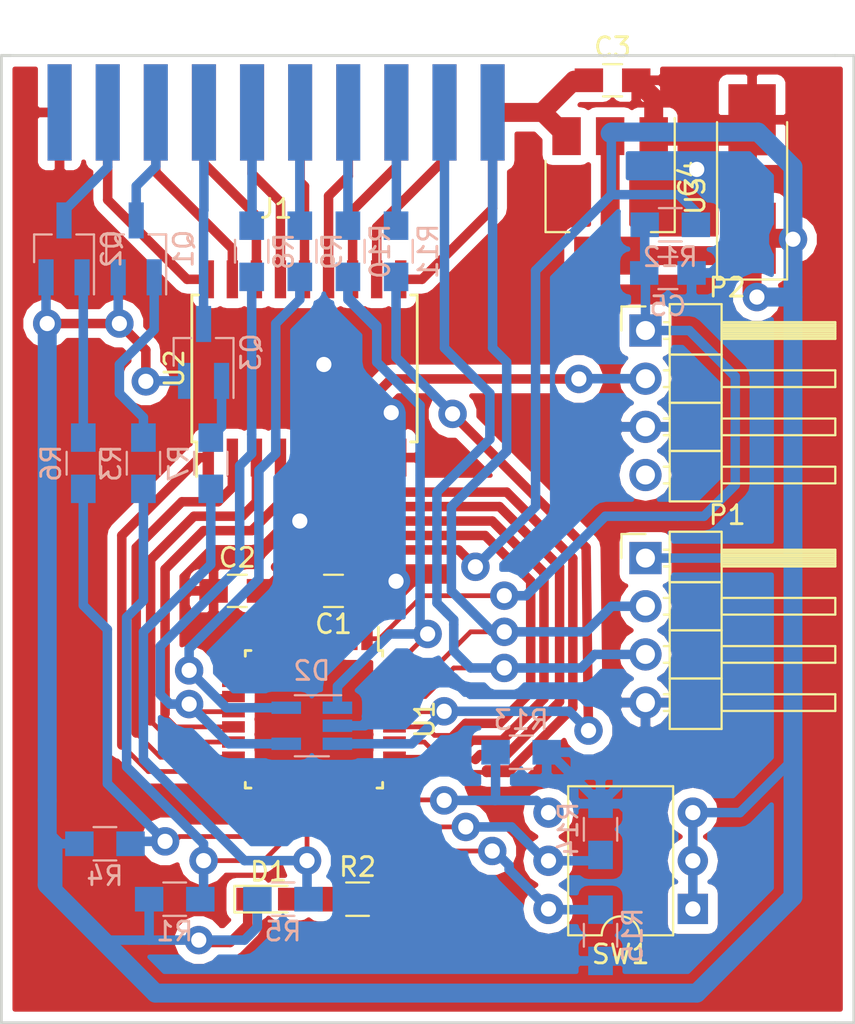
<source format=kicad_pcb>
(kicad_pcb (version 4) (host pcbnew 4.0.6)

  (general
    (links 93)
    (no_connects 0)
    (area 94.531 22.145 140.725001 77.075001)
    (thickness 1.6)
    (drawings 7)
    (tracks 468)
    (zones 0)
    (modules 32)
    (nets 46)
  )

  (page A4)
  (layers
    (0 F.Cu signal)
    (31 B.Cu signal)
    (32 B.Adhes user)
    (33 F.Adhes user)
    (34 B.Paste user)
    (35 F.Paste user)
    (36 B.SilkS user)
    (37 F.SilkS user)
    (38 B.Mask user)
    (39 F.Mask user)
    (40 Dwgs.User user)
    (41 Cmts.User user)
    (42 Eco1.User user)
    (43 Eco2.User user)
    (44 Edge.Cuts user)
    (45 Margin user)
    (46 B.CrtYd user)
    (47 F.CrtYd user)
    (48 B.Fab user)
    (49 F.Fab user)
  )

  (setup
    (last_trace_width 0.5)
    (user_trace_width 0.5)
    (user_trace_width 1)
    (user_trace_width 2.5)
    (trace_clearance 0.2)
    (zone_clearance 0.508)
    (zone_45_only yes)
    (trace_min 0.2)
    (segment_width 0.2)
    (edge_width 0.15)
    (via_size 0.6)
    (via_drill 0.4)
    (via_min_size 0.4)
    (via_min_drill 0.3)
    (user_via 1.2 0.6)
    (user_via 1.5 0.8)
    (user_via 2.5 1)
    (uvia_size 0.3)
    (uvia_drill 0.1)
    (uvias_allowed no)
    (uvia_min_size 0.2)
    (uvia_min_drill 0.1)
    (pcb_text_width 0.3)
    (pcb_text_size 1.5 1.5)
    (mod_edge_width 0.15)
    (mod_text_size 0.000001 0.000001)
    (mod_text_width 0.15)
    (pad_size 1.4 1.4)
    (pad_drill 0.6)
    (pad_to_mask_clearance 0.2)
    (aux_axis_origin 0 0)
    (visible_elements FFFFFF7F)
    (pcbplotparams
      (layerselection 0x00030_80000001)
      (usegerberextensions false)
      (excludeedgelayer true)
      (linewidth 0.100000)
      (plotframeref false)
      (viasonmask false)
      (mode 1)
      (useauxorigin false)
      (hpglpennumber 1)
      (hpglpenspeed 20)
      (hpglpendiameter 15)
      (hpglpenoverlay 2)
      (psnegative false)
      (psa4output false)
      (plotreference true)
      (plotvalue true)
      (plotinvisibletext false)
      (padsonsilk false)
      (subtractmaskfromsilk false)
      (outputformat 1)
      (mirror false)
      (drillshape 0)
      (scaleselection 1)
      (outputdirectory ""))
  )

  (net 0 "")
  (net 1 GND)
  (net 2 "Net-(C1-Pad2)")
  (net 3 +5V)
  (net 4 /NRST)
  (net 5 +12V)
  (net 6 "Net-(D1-Pad2)")
  (net 7 /PD4)
  (net 8 /PD7)
  (net 9 /PB4)
  (net 10 /PB5)
  (net 11 /S1P1)
  (net 12 /S1P2)
  (net 13 /S1P3)
  (net 14 /S1P4)
  (net 15 /S2P1)
  (net 16 /S2P2)
  (net 17 /S2P3)
  (net 18 /S2P4)
  (net 19 /M1E1)
  (net 20 /M1E2)
  (net 21 /OUT1)
  (net 22 /OUT2)
  (net 23 /OUT3)
  (net 24 /M2E1)
  (net 25 /M2E2)
  (net 26 /SWIM/PD1)
  (net 27 /PD6)
  (net 28 /PD5)
  (net 29 "Net-(Q1-Pad1)")
  (net 30 "Net-(Q3-Pad1)")
  (net 31 /PC4)
  (net 32 /PC2)
  (net 33 /PC1)
  (net 34 /PC3)
  (net 35 /PC5)
  (net 36 /PC6)
  (net 37 /PC7)
  (net 38 /PB3)
  (net 39 /PB2)
  (net 40 /PB1)
  (net 41 /PB0)
  (net 42 /PD0)
  (net 43 /PD2)
  (net 44 /PD3)
  (net 45 "Net-(Q2-Pad1)")

  (net_class Default "This is the default net class."
    (clearance 0.2)
    (trace_width 0.25)
    (via_dia 0.6)
    (via_drill 0.4)
    (uvia_dia 0.3)
    (uvia_drill 0.1)
    (add_net +5V)
    (add_net /M1E1)
    (add_net /M1E2)
    (add_net /M2E1)
    (add_net /M2E2)
    (add_net /NRST)
    (add_net /OUT1)
    (add_net /OUT2)
    (add_net /OUT3)
    (add_net /PB0)
    (add_net /PB1)
    (add_net /PB2)
    (add_net /PB3)
    (add_net /PB4)
    (add_net /PB5)
    (add_net /PC1)
    (add_net /PC2)
    (add_net /PC3)
    (add_net /PC4)
    (add_net /PC5)
    (add_net /PC6)
    (add_net /PC7)
    (add_net /PD0)
    (add_net /PD2)
    (add_net /PD3)
    (add_net /PD4)
    (add_net /PD5)
    (add_net /PD6)
    (add_net /PD7)
    (add_net /SWIM/PD1)
    (add_net GND)
    (add_net "Net-(C1-Pad2)")
    (add_net "Net-(D1-Pad2)")
    (add_net "Net-(Q1-Pad1)")
    (add_net "Net-(Q2-Pad1)")
    (add_net "Net-(Q3-Pad1)")
  )

  (net_class 0.5 ""
    (clearance 0.3)
    (trace_width 0.5)
    (via_dia 1.2)
    (via_drill 0.6)
    (uvia_dia 0.3)
    (uvia_drill 0.1)
  )

  (net_class 1 ""
    (clearance 0.5)
    (trace_width 1)
    (via_dia 1.5)
    (via_drill 0.8)
    (uvia_dia 0.3)
    (uvia_drill 0.1)
    (add_net +12V)
    (add_net /S1P1)
    (add_net /S1P2)
    (add_net /S1P3)
    (add_net /S1P4)
    (add_net /S2P1)
    (add_net /S2P2)
    (add_net /S2P3)
    (add_net /S2P4)
  )

  (net_class 2.5 ""
    (clearance 1)
    (trace_width 2.5)
    (via_dia 2.5)
    (via_drill 1)
    (uvia_dia 0.3)
    (uvia_drill 0.1)
  )

  (module Resistors_SMD.pretty:R_0805_HandSoldering (layer F.Cu) (tedit 58AADA1D) (tstamp 599AD9C3)
    (at 114.3 70.485)
    (descr "Resistor SMD 0805, hand soldering")
    (tags "resistor 0805")
    (path /52FB0DE2)
    (attr smd)
    (fp_text reference R2 (at 0 -1.7) (layer F.SilkS)
      (effects (font (size 1 1) (thickness 0.15)))
    )
    (fp_text value 470 (at 0 1.75) (layer F.Fab)
      (effects (font (size 1 1) (thickness 0.15)))
    )
    (fp_text user %R (at 0 -1.7) (layer F.Fab)
      (effects (font (size 1 1) (thickness 0.15)))
    )
    (fp_line (start -1 0.62) (end -1 -0.62) (layer F.Fab) (width 0.1))
    (fp_line (start 1 0.62) (end -1 0.62) (layer F.Fab) (width 0.1))
    (fp_line (start 1 -0.62) (end 1 0.62) (layer F.Fab) (width 0.1))
    (fp_line (start -1 -0.62) (end 1 -0.62) (layer F.Fab) (width 0.1))
    (fp_line (start 0.6 0.88) (end -0.6 0.88) (layer F.SilkS) (width 0.12))
    (fp_line (start -0.6 -0.88) (end 0.6 -0.88) (layer F.SilkS) (width 0.12))
    (fp_line (start -2.35 -0.9) (end 2.35 -0.9) (layer F.CrtYd) (width 0.05))
    (fp_line (start -2.35 -0.9) (end -2.35 0.9) (layer F.CrtYd) (width 0.05))
    (fp_line (start 2.35 0.9) (end 2.35 -0.9) (layer F.CrtYd) (width 0.05))
    (fp_line (start 2.35 0.9) (end -2.35 0.9) (layer F.CrtYd) (width 0.05))
    (pad 1 smd rect (at -1.35 0) (size 1.5 1.3) (layers F.Cu F.Paste F.Mask)
      (net 6 "Net-(D1-Pad2)"))
    (pad 2 smd rect (at 1.35 0) (size 1.5 1.3) (layers F.Cu F.Paste F.Mask)
      (net 31 /PC4))
    (model Resistors_SMD.3dshapes/R_0805.wrl
      (at (xyz 0 0 0))
      (scale (xyz 1 1 1))
      (rotate (xyz 0 0 0))
    )
  )

  (module Capacitors_SMD.pretty:C_0805_HandSoldering (layer F.Cu) (tedit 58AA84A8) (tstamp 599AD83E)
    (at 113.03 54.229 180)
    (descr "Capacitor SMD 0805, hand soldering")
    (tags "capacitor 0805")
    (path /52FB0413)
    (attr smd)
    (fp_text reference C1 (at 0 -1.75 180) (layer F.SilkS)
      (effects (font (size 1 1) (thickness 0.15)))
    )
    (fp_text value 1u (at 0 1.75 180) (layer F.Fab)
      (effects (font (size 1 1) (thickness 0.15)))
    )
    (fp_text user %R (at 0 -1.75 180) (layer F.Fab)
      (effects (font (size 1 1) (thickness 0.15)))
    )
    (fp_line (start -1 0.62) (end -1 -0.62) (layer F.Fab) (width 0.1))
    (fp_line (start 1 0.62) (end -1 0.62) (layer F.Fab) (width 0.1))
    (fp_line (start 1 -0.62) (end 1 0.62) (layer F.Fab) (width 0.1))
    (fp_line (start -1 -0.62) (end 1 -0.62) (layer F.Fab) (width 0.1))
    (fp_line (start 0.5 -0.85) (end -0.5 -0.85) (layer F.SilkS) (width 0.12))
    (fp_line (start -0.5 0.85) (end 0.5 0.85) (layer F.SilkS) (width 0.12))
    (fp_line (start -2.25 -0.88) (end 2.25 -0.88) (layer F.CrtYd) (width 0.05))
    (fp_line (start -2.25 -0.88) (end -2.25 0.87) (layer F.CrtYd) (width 0.05))
    (fp_line (start 2.25 0.87) (end 2.25 -0.88) (layer F.CrtYd) (width 0.05))
    (fp_line (start 2.25 0.87) (end -2.25 0.87) (layer F.CrtYd) (width 0.05))
    (pad 1 smd rect (at -1.25 0 180) (size 1.5 1.25) (layers F.Cu F.Paste F.Mask)
      (net 1 GND))
    (pad 2 smd rect (at 1.25 0 180) (size 1.5 1.25) (layers F.Cu F.Paste F.Mask)
      (net 2 "Net-(C1-Pad2)"))
    (model Capacitors_SMD.3dshapes/C_0805.wrl
      (at (xyz 0 0 0))
      (scale (xyz 1 1 1))
      (rotate (xyz 0 0 0))
    )
  )

  (module Capacitors_SMD.pretty:C_0805_HandSoldering (layer F.Cu) (tedit 58AA84A8) (tstamp 599AD84F)
    (at 107.95 54.229)
    (descr "Capacitor SMD 0805, hand soldering")
    (tags "capacitor 0805")
    (path /52FB0426)
    (attr smd)
    (fp_text reference C2 (at 0 -1.75) (layer F.SilkS)
      (effects (font (size 1 1) (thickness 0.15)))
    )
    (fp_text value 0.1 (at 0 1.75) (layer F.Fab)
      (effects (font (size 1 1) (thickness 0.15)))
    )
    (fp_text user %R (at 0 -1.75) (layer F.Fab)
      (effects (font (size 1 1) (thickness 0.15)))
    )
    (fp_line (start -1 0.62) (end -1 -0.62) (layer F.Fab) (width 0.1))
    (fp_line (start 1 0.62) (end -1 0.62) (layer F.Fab) (width 0.1))
    (fp_line (start 1 -0.62) (end 1 0.62) (layer F.Fab) (width 0.1))
    (fp_line (start -1 -0.62) (end 1 -0.62) (layer F.Fab) (width 0.1))
    (fp_line (start 0.5 -0.85) (end -0.5 -0.85) (layer F.SilkS) (width 0.12))
    (fp_line (start -0.5 0.85) (end 0.5 0.85) (layer F.SilkS) (width 0.12))
    (fp_line (start -2.25 -0.88) (end 2.25 -0.88) (layer F.CrtYd) (width 0.05))
    (fp_line (start -2.25 -0.88) (end -2.25 0.87) (layer F.CrtYd) (width 0.05))
    (fp_line (start 2.25 0.87) (end 2.25 -0.88) (layer F.CrtYd) (width 0.05))
    (fp_line (start 2.25 0.87) (end -2.25 0.87) (layer F.CrtYd) (width 0.05))
    (pad 1 smd rect (at -1.25 0) (size 1.5 1.25) (layers F.Cu F.Paste F.Mask)
      (net 1 GND))
    (pad 2 smd rect (at 1.25 0) (size 1.5 1.25) (layers F.Cu F.Paste F.Mask)
      (net 3 +5V))
    (model Capacitors_SMD.3dshapes/C_0805.wrl
      (at (xyz 0 0 0))
      (scale (xyz 1 1 1))
      (rotate (xyz 0 0 0))
    )
  )

  (module Capacitors_SMD.pretty:C_0805_HandSoldering (layer F.Cu) (tedit 58AA84A8) (tstamp 599AD860)
    (at 127.762 27.305)
    (descr "Capacitor SMD 0805, hand soldering")
    (tags "capacitor 0805")
    (path /59852CFD)
    (attr smd)
    (fp_text reference C3 (at 0 -1.75) (layer F.SilkS)
      (effects (font (size 1 1) (thickness 0.15)))
    )
    (fp_text value 0.1 (at 0 1.75) (layer F.Fab)
      (effects (font (size 1 1) (thickness 0.15)))
    )
    (fp_text user %R (at 0 -1.75) (layer F.Fab)
      (effects (font (size 1 1) (thickness 0.15)))
    )
    (fp_line (start -1 0.62) (end -1 -0.62) (layer F.Fab) (width 0.1))
    (fp_line (start 1 0.62) (end -1 0.62) (layer F.Fab) (width 0.1))
    (fp_line (start 1 -0.62) (end 1 0.62) (layer F.Fab) (width 0.1))
    (fp_line (start -1 -0.62) (end 1 -0.62) (layer F.Fab) (width 0.1))
    (fp_line (start 0.5 -0.85) (end -0.5 -0.85) (layer F.SilkS) (width 0.12))
    (fp_line (start -0.5 0.85) (end 0.5 0.85) (layer F.SilkS) (width 0.12))
    (fp_line (start -2.25 -0.88) (end 2.25 -0.88) (layer F.CrtYd) (width 0.05))
    (fp_line (start -2.25 -0.88) (end -2.25 0.87) (layer F.CrtYd) (width 0.05))
    (fp_line (start 2.25 0.87) (end 2.25 -0.88) (layer F.CrtYd) (width 0.05))
    (fp_line (start 2.25 0.87) (end -2.25 0.87) (layer F.CrtYd) (width 0.05))
    (pad 1 smd rect (at -1.25 0) (size 1.5 1.25) (layers F.Cu F.Paste F.Mask)
      (net 5 +12V))
    (pad 2 smd rect (at 1.25 0) (size 1.5 1.25) (layers F.Cu F.Paste F.Mask)
      (net 1 GND))
    (model Capacitors_SMD.3dshapes/C_0805.wrl
      (at (xyz 0 0 0))
      (scale (xyz 1 1 1))
      (rotate (xyz 0 0 0))
    )
  )

  (module LEDs.pretty:LED_0805 (layer F.Cu) (tedit 57FE93EC) (tstamp 599AD899)
    (at 109.601 70.485)
    (descr "LED 0805 smd package")
    (tags "LED led 0805 SMD smd SMT smt smdled SMDLED smtled SMTLED")
    (path /52FB0DD3)
    (attr smd)
    (fp_text reference D1 (at 0 -1.45) (layer F.SilkS)
      (effects (font (size 1 1) (thickness 0.15)))
    )
    (fp_text value LED (at 0 1.55) (layer F.Fab)
      (effects (font (size 1 1) (thickness 0.15)))
    )
    (fp_line (start -1.8 -0.7) (end -1.8 0.7) (layer F.SilkS) (width 0.12))
    (fp_line (start -0.4 -0.4) (end -0.4 0.4) (layer F.Fab) (width 0.1))
    (fp_line (start -0.4 0) (end 0.2 -0.4) (layer F.Fab) (width 0.1))
    (fp_line (start 0.2 0.4) (end -0.4 0) (layer F.Fab) (width 0.1))
    (fp_line (start 0.2 -0.4) (end 0.2 0.4) (layer F.Fab) (width 0.1))
    (fp_line (start 1 0.6) (end -1 0.6) (layer F.Fab) (width 0.1))
    (fp_line (start 1 -0.6) (end 1 0.6) (layer F.Fab) (width 0.1))
    (fp_line (start -1 -0.6) (end 1 -0.6) (layer F.Fab) (width 0.1))
    (fp_line (start -1 0.6) (end -1 -0.6) (layer F.Fab) (width 0.1))
    (fp_line (start -1.8 0.7) (end 1 0.7) (layer F.SilkS) (width 0.12))
    (fp_line (start -1.8 -0.7) (end 1 -0.7) (layer F.SilkS) (width 0.12))
    (fp_line (start 1.95 -0.85) (end 1.95 0.85) (layer F.CrtYd) (width 0.05))
    (fp_line (start 1.95 0.85) (end -1.95 0.85) (layer F.CrtYd) (width 0.05))
    (fp_line (start -1.95 0.85) (end -1.95 -0.85) (layer F.CrtYd) (width 0.05))
    (fp_line (start -1.95 -0.85) (end 1.95 -0.85) (layer F.CrtYd) (width 0.05))
    (pad 2 smd rect (at 1.1 0 180) (size 1.2 1.2) (layers F.Cu F.Paste F.Mask)
      (net 6 "Net-(D1-Pad2)"))
    (pad 1 smd rect (at -1.1 0 180) (size 1.2 1.2) (layers F.Cu F.Paste F.Mask)
      (net 3 +5V))
    (model LEDs.3dshapes/LED_0805.wrl
      (at (xyz 0 0 0))
      (scale (xyz 1 1 1))
      (rotate (xyz 0 0 180))
    )
  )

  (module TO_SOT_Packages_SMD.pretty:SOT-23-5_HandSoldering placed (layer B.Cu) (tedit 583F3A3F) (tstamp 599AD8A2)
    (at 111.887 61.341 180)
    (descr "5-pin SOT23 package")
    (tags "SOT-23-5 hand-soldering")
    (path /59840D28)
    (attr smd)
    (fp_text reference D2 (at 0 2.9 180) (layer B.SilkS)
      (effects (font (size 1 1) (thickness 0.15)) (justify mirror))
    )
    (fp_text value SP0504BAHT (at 0 -2.9 180) (layer B.Fab)
      (effects (font (size 1 1) (thickness 0.15)) (justify mirror))
    )
    (fp_line (start -0.9 -1.61) (end 0.9 -1.61) (layer B.SilkS) (width 0.12))
    (fp_line (start 0.9 1.61) (end -1.55 1.61) (layer B.SilkS) (width 0.12))
    (fp_line (start -0.9 0.9) (end -0.25 1.55) (layer B.Fab) (width 0.1))
    (fp_line (start 0.9 1.55) (end -0.25 1.55) (layer B.Fab) (width 0.1))
    (fp_line (start -0.9 0.9) (end -0.9 -1.55) (layer B.Fab) (width 0.1))
    (fp_line (start 0.9 -1.55) (end -0.9 -1.55) (layer B.Fab) (width 0.1))
    (fp_line (start 0.9 1.55) (end 0.9 -1.55) (layer B.Fab) (width 0.1))
    (fp_line (start -2.38 1.8) (end 2.38 1.8) (layer B.CrtYd) (width 0.05))
    (fp_line (start -2.38 1.8) (end -2.38 -1.8) (layer B.CrtYd) (width 0.05))
    (fp_line (start 2.38 -1.8) (end 2.38 1.8) (layer B.CrtYd) (width 0.05))
    (fp_line (start 2.38 -1.8) (end -2.38 -1.8) (layer B.CrtYd) (width 0.05))
    (pad 1 smd rect (at -1.35 0.95 180) (size 1.56 0.65) (layers B.Cu B.Paste B.Mask)
      (net 8 /PD7))
    (pad 2 smd rect (at -1.35 0 180) (size 1.56 0.65) (layers B.Cu B.Paste B.Mask)
      (net 1 GND))
    (pad 3 smd rect (at -1.35 -0.95 180) (size 1.56 0.65) (layers B.Cu B.Paste B.Mask)
      (net 7 /PD4))
    (pad 4 smd rect (at 1.35 -0.95 180) (size 1.56 0.65) (layers B.Cu B.Paste B.Mask)
      (net 9 /PB4))
    (pad 5 smd rect (at 1.35 0.95 180) (size 1.56 0.65) (layers B.Cu B.Paste B.Mask)
      (net 10 /PB5))
    (model TO_SOT_Packages_SMD.3dshapes\SOT-23-5.wrl
      (at (xyz 0 0 0))
      (scale (xyz 1 1 1))
      (rotate (xyz 0 0 0))
    )
  )

  (module Pin_Headers.pretty:Pin_Header_Angled_1x04_Pitch2.54mm placed (layer F.Cu) (tedit 5862ED52) (tstamp 599AD930)
    (at 129.5 40.5)
    (descr "Through hole angled pin header, 1x04, 2.54mm pitch, 6mm pin length, single row")
    (tags "Through hole angled pin header THT 1x04 2.54mm single row")
    (path /52FB0A49)
    (fp_text reference P2 (at 4.315 -2.27) (layer F.SilkS)
      (effects (font (size 1 1) (thickness 0.15)))
    )
    (fp_text value SWIM (at 4.315 9.89) (layer F.Fab)
      (effects (font (size 1 1) (thickness 0.15)))
    )
    (fp_line (start 1.4 -1.27) (end 1.4 1.27) (layer F.Fab) (width 0.1))
    (fp_line (start 1.4 1.27) (end 3.9 1.27) (layer F.Fab) (width 0.1))
    (fp_line (start 3.9 1.27) (end 3.9 -1.27) (layer F.Fab) (width 0.1))
    (fp_line (start 3.9 -1.27) (end 1.4 -1.27) (layer F.Fab) (width 0.1))
    (fp_line (start 0 -0.32) (end 0 0.32) (layer F.Fab) (width 0.1))
    (fp_line (start 0 0.32) (end 9.9 0.32) (layer F.Fab) (width 0.1))
    (fp_line (start 9.9 0.32) (end 9.9 -0.32) (layer F.Fab) (width 0.1))
    (fp_line (start 9.9 -0.32) (end 0 -0.32) (layer F.Fab) (width 0.1))
    (fp_line (start 1.4 1.27) (end 1.4 3.81) (layer F.Fab) (width 0.1))
    (fp_line (start 1.4 3.81) (end 3.9 3.81) (layer F.Fab) (width 0.1))
    (fp_line (start 3.9 3.81) (end 3.9 1.27) (layer F.Fab) (width 0.1))
    (fp_line (start 3.9 1.27) (end 1.4 1.27) (layer F.Fab) (width 0.1))
    (fp_line (start 0 2.22) (end 0 2.86) (layer F.Fab) (width 0.1))
    (fp_line (start 0 2.86) (end 9.9 2.86) (layer F.Fab) (width 0.1))
    (fp_line (start 9.9 2.86) (end 9.9 2.22) (layer F.Fab) (width 0.1))
    (fp_line (start 9.9 2.22) (end 0 2.22) (layer F.Fab) (width 0.1))
    (fp_line (start 1.4 3.81) (end 1.4 6.35) (layer F.Fab) (width 0.1))
    (fp_line (start 1.4 6.35) (end 3.9 6.35) (layer F.Fab) (width 0.1))
    (fp_line (start 3.9 6.35) (end 3.9 3.81) (layer F.Fab) (width 0.1))
    (fp_line (start 3.9 3.81) (end 1.4 3.81) (layer F.Fab) (width 0.1))
    (fp_line (start 0 4.76) (end 0 5.4) (layer F.Fab) (width 0.1))
    (fp_line (start 0 5.4) (end 9.9 5.4) (layer F.Fab) (width 0.1))
    (fp_line (start 9.9 5.4) (end 9.9 4.76) (layer F.Fab) (width 0.1))
    (fp_line (start 9.9 4.76) (end 0 4.76) (layer F.Fab) (width 0.1))
    (fp_line (start 1.4 6.35) (end 1.4 8.89) (layer F.Fab) (width 0.1))
    (fp_line (start 1.4 8.89) (end 3.9 8.89) (layer F.Fab) (width 0.1))
    (fp_line (start 3.9 8.89) (end 3.9 6.35) (layer F.Fab) (width 0.1))
    (fp_line (start 3.9 6.35) (end 1.4 6.35) (layer F.Fab) (width 0.1))
    (fp_line (start 0 7.3) (end 0 7.94) (layer F.Fab) (width 0.1))
    (fp_line (start 0 7.94) (end 9.9 7.94) (layer F.Fab) (width 0.1))
    (fp_line (start 9.9 7.94) (end 9.9 7.3) (layer F.Fab) (width 0.1))
    (fp_line (start 9.9 7.3) (end 0 7.3) (layer F.Fab) (width 0.1))
    (fp_line (start 1.28 -1.39) (end 1.28 1.27) (layer F.SilkS) (width 0.12))
    (fp_line (start 1.28 1.27) (end 4.02 1.27) (layer F.SilkS) (width 0.12))
    (fp_line (start 4.02 1.27) (end 4.02 -1.39) (layer F.SilkS) (width 0.12))
    (fp_line (start 4.02 -1.39) (end 1.28 -1.39) (layer F.SilkS) (width 0.12))
    (fp_line (start 4.02 -0.44) (end 4.02 0.44) (layer F.SilkS) (width 0.12))
    (fp_line (start 4.02 0.44) (end 10.02 0.44) (layer F.SilkS) (width 0.12))
    (fp_line (start 10.02 0.44) (end 10.02 -0.44) (layer F.SilkS) (width 0.12))
    (fp_line (start 10.02 -0.44) (end 4.02 -0.44) (layer F.SilkS) (width 0.12))
    (fp_line (start 0.97 -0.44) (end 1.28 -0.44) (layer F.SilkS) (width 0.12))
    (fp_line (start 0.97 0.44) (end 1.28 0.44) (layer F.SilkS) (width 0.12))
    (fp_line (start 4.02 -0.32) (end 10.02 -0.32) (layer F.SilkS) (width 0.12))
    (fp_line (start 4.02 -0.2) (end 10.02 -0.2) (layer F.SilkS) (width 0.12))
    (fp_line (start 4.02 -0.08) (end 10.02 -0.08) (layer F.SilkS) (width 0.12))
    (fp_line (start 4.02 0.04) (end 10.02 0.04) (layer F.SilkS) (width 0.12))
    (fp_line (start 4.02 0.16) (end 10.02 0.16) (layer F.SilkS) (width 0.12))
    (fp_line (start 4.02 0.28) (end 10.02 0.28) (layer F.SilkS) (width 0.12))
    (fp_line (start 4.02 0.4) (end 10.02 0.4) (layer F.SilkS) (width 0.12))
    (fp_line (start 1.28 1.27) (end 1.28 3.81) (layer F.SilkS) (width 0.12))
    (fp_line (start 1.28 3.81) (end 4.02 3.81) (layer F.SilkS) (width 0.12))
    (fp_line (start 4.02 3.81) (end 4.02 1.27) (layer F.SilkS) (width 0.12))
    (fp_line (start 4.02 1.27) (end 1.28 1.27) (layer F.SilkS) (width 0.12))
    (fp_line (start 4.02 2.1) (end 4.02 2.98) (layer F.SilkS) (width 0.12))
    (fp_line (start 4.02 2.98) (end 10.02 2.98) (layer F.SilkS) (width 0.12))
    (fp_line (start 10.02 2.98) (end 10.02 2.1) (layer F.SilkS) (width 0.12))
    (fp_line (start 10.02 2.1) (end 4.02 2.1) (layer F.SilkS) (width 0.12))
    (fp_line (start 0.97 2.1) (end 1.28 2.1) (layer F.SilkS) (width 0.12))
    (fp_line (start 0.97 2.98) (end 1.28 2.98) (layer F.SilkS) (width 0.12))
    (fp_line (start 1.28 3.81) (end 1.28 6.35) (layer F.SilkS) (width 0.12))
    (fp_line (start 1.28 6.35) (end 4.02 6.35) (layer F.SilkS) (width 0.12))
    (fp_line (start 4.02 6.35) (end 4.02 3.81) (layer F.SilkS) (width 0.12))
    (fp_line (start 4.02 3.81) (end 1.28 3.81) (layer F.SilkS) (width 0.12))
    (fp_line (start 4.02 4.64) (end 4.02 5.52) (layer F.SilkS) (width 0.12))
    (fp_line (start 4.02 5.52) (end 10.02 5.52) (layer F.SilkS) (width 0.12))
    (fp_line (start 10.02 5.52) (end 10.02 4.64) (layer F.SilkS) (width 0.12))
    (fp_line (start 10.02 4.64) (end 4.02 4.64) (layer F.SilkS) (width 0.12))
    (fp_line (start 0.97 4.64) (end 1.28 4.64) (layer F.SilkS) (width 0.12))
    (fp_line (start 0.97 5.52) (end 1.28 5.52) (layer F.SilkS) (width 0.12))
    (fp_line (start 1.28 6.35) (end 1.28 9.01) (layer F.SilkS) (width 0.12))
    (fp_line (start 1.28 9.01) (end 4.02 9.01) (layer F.SilkS) (width 0.12))
    (fp_line (start 4.02 9.01) (end 4.02 6.35) (layer F.SilkS) (width 0.12))
    (fp_line (start 4.02 6.35) (end 1.28 6.35) (layer F.SilkS) (width 0.12))
    (fp_line (start 4.02 7.18) (end 4.02 8.06) (layer F.SilkS) (width 0.12))
    (fp_line (start 4.02 8.06) (end 10.02 8.06) (layer F.SilkS) (width 0.12))
    (fp_line (start 10.02 8.06) (end 10.02 7.18) (layer F.SilkS) (width 0.12))
    (fp_line (start 10.02 7.18) (end 4.02 7.18) (layer F.SilkS) (width 0.12))
    (fp_line (start 0.97 7.18) (end 1.28 7.18) (layer F.SilkS) (width 0.12))
    (fp_line (start 0.97 8.06) (end 1.28 8.06) (layer F.SilkS) (width 0.12))
    (fp_line (start -1.27 0) (end -1.27 -1.27) (layer F.SilkS) (width 0.12))
    (fp_line (start -1.27 -1.27) (end 0 -1.27) (layer F.SilkS) (width 0.12))
    (fp_line (start -1.6 -1.6) (end -1.6 9.2) (layer F.CrtYd) (width 0.05))
    (fp_line (start -1.6 9.2) (end 10.2 9.2) (layer F.CrtYd) (width 0.05))
    (fp_line (start 10.2 9.2) (end 10.2 -1.6) (layer F.CrtYd) (width 0.05))
    (fp_line (start 10.2 -1.6) (end -1.6 -1.6) (layer F.CrtYd) (width 0.05))
    (pad 1 thru_hole rect (at 0 0) (size 1.7 1.7) (drill 1) (layers *.Cu *.Mask)
      (net 4 /NRST))
    (pad 2 thru_hole oval (at 0 2.54) (size 1.7 1.7) (drill 1) (layers *.Cu *.Mask)
      (net 26 /SWIM/PD1))
    (pad 3 thru_hole oval (at 0 5.08) (size 1.7 1.7) (drill 1) (layers *.Cu *.Mask)
      (net 1 GND))
    (pad 4 thru_hole oval (at 0 7.62) (size 1.7 1.7) (drill 1) (layers *.Cu *.Mask))
    (model Pin_Headers.3dshapes/Pin_Header_Angled_1x04_Pitch2.54mm.wrl
      (at (xyz 0 -0.15 0))
      (scale (xyz 1 1 1))
      (rotate (xyz 0 0 90))
    )
  )

  (module TO_SOT_Packages_SMD.pretty:SOT-23_Handsoldering placed (layer B.Cu) (tedit 583F3954) (tstamp 599AD994)
    (at 102.616 36.195 90)
    (descr "SOT-23, Handsoldering")
    (tags SOT-23)
    (path /59834381)
    (attr smd)
    (fp_text reference Q1 (at 0 2.5 90) (layer B.SilkS)
      (effects (font (size 1 1) (thickness 0.15)) (justify mirror))
    )
    (fp_text value AO3401 (at 0 -2.5 90) (layer B.Fab)
      (effects (font (size 1 1) (thickness 0.15)) (justify mirror))
    )
    (fp_line (start 0.76 -1.58) (end 0.76 -0.65) (layer B.SilkS) (width 0.12))
    (fp_line (start 0.76 1.58) (end 0.76 0.65) (layer B.SilkS) (width 0.12))
    (fp_line (start -2.7 1.75) (end 2.7 1.75) (layer B.CrtYd) (width 0.05))
    (fp_line (start 2.7 1.75) (end 2.7 -1.75) (layer B.CrtYd) (width 0.05))
    (fp_line (start 2.7 -1.75) (end -2.7 -1.75) (layer B.CrtYd) (width 0.05))
    (fp_line (start -2.7 -1.75) (end -2.7 1.75) (layer B.CrtYd) (width 0.05))
    (fp_line (start 0.76 1.58) (end -2.4 1.58) (layer B.SilkS) (width 0.12))
    (fp_line (start -0.7 0.95) (end -0.7 -1.5) (layer B.Fab) (width 0.1))
    (fp_line (start -0.15 1.52) (end 0.7 1.52) (layer B.Fab) (width 0.1))
    (fp_line (start -0.7 0.95) (end -0.15 1.52) (layer B.Fab) (width 0.1))
    (fp_line (start 0.7 1.52) (end 0.7 -1.52) (layer B.Fab) (width 0.1))
    (fp_line (start -0.7 -1.52) (end 0.7 -1.52) (layer B.Fab) (width 0.1))
    (fp_line (start 0.76 -1.58) (end -0.7 -1.58) (layer B.SilkS) (width 0.12))
    (pad 1 smd rect (at -1.5 0.95 90) (size 1.9 0.8) (layers B.Cu B.Paste B.Mask)
      (net 29 "Net-(Q1-Pad1)"))
    (pad 2 smd rect (at -1.5 -0.95 90) (size 1.9 0.8) (layers B.Cu B.Paste B.Mask)
      (net 3 +5V))
    (pad 3 smd rect (at 1.5 0 90) (size 1.9 0.8) (layers B.Cu B.Paste B.Mask)
      (net 22 /OUT2))
    (model TO_SOT_Packages_SMD.3dshapes\SOT-23_Handsoldering.wrl
      (at (xyz 0 0 0))
      (scale (xyz 1 1 1))
      (rotate (xyz 0 0 90))
    )
  )

  (module TO_SOT_Packages_SMD.pretty:SOT-23_Handsoldering placed (layer B.Cu) (tedit 583F3954) (tstamp 599AD99B)
    (at 98.806 36.195 90)
    (descr "SOT-23, Handsoldering")
    (tags SOT-23)
    (path /5987675E)
    (attr smd)
    (fp_text reference Q2 (at 0 2.5 90) (layer B.SilkS)
      (effects (font (size 1 1) (thickness 0.15)) (justify mirror))
    )
    (fp_text value AO3401 (at 0 -2.5 90) (layer B.Fab)
      (effects (font (size 1 1) (thickness 0.15)) (justify mirror))
    )
    (fp_line (start 0.76 -1.58) (end 0.76 -0.65) (layer B.SilkS) (width 0.12))
    (fp_line (start 0.76 1.58) (end 0.76 0.65) (layer B.SilkS) (width 0.12))
    (fp_line (start -2.7 1.75) (end 2.7 1.75) (layer B.CrtYd) (width 0.05))
    (fp_line (start 2.7 1.75) (end 2.7 -1.75) (layer B.CrtYd) (width 0.05))
    (fp_line (start 2.7 -1.75) (end -2.7 -1.75) (layer B.CrtYd) (width 0.05))
    (fp_line (start -2.7 -1.75) (end -2.7 1.75) (layer B.CrtYd) (width 0.05))
    (fp_line (start 0.76 1.58) (end -2.4 1.58) (layer B.SilkS) (width 0.12))
    (fp_line (start -0.7 0.95) (end -0.7 -1.5) (layer B.Fab) (width 0.1))
    (fp_line (start -0.15 1.52) (end 0.7 1.52) (layer B.Fab) (width 0.1))
    (fp_line (start -0.7 0.95) (end -0.15 1.52) (layer B.Fab) (width 0.1))
    (fp_line (start 0.7 1.52) (end 0.7 -1.52) (layer B.Fab) (width 0.1))
    (fp_line (start -0.7 -1.52) (end 0.7 -1.52) (layer B.Fab) (width 0.1))
    (fp_line (start 0.76 -1.58) (end -0.7 -1.58) (layer B.SilkS) (width 0.12))
    (pad 1 smd rect (at -1.5 0.95 90) (size 1.9 0.8) (layers B.Cu B.Paste B.Mask)
      (net 45 "Net-(Q2-Pad1)"))
    (pad 2 smd rect (at -1.5 -0.95 90) (size 1.9 0.8) (layers B.Cu B.Paste B.Mask)
      (net 3 +5V))
    (pad 3 smd rect (at 1.5 0 90) (size 1.9 0.8) (layers B.Cu B.Paste B.Mask)
      (net 21 /OUT1))
    (model TO_SOT_Packages_SMD.3dshapes\SOT-23_Handsoldering.wrl
      (at (xyz 0 0 0))
      (scale (xyz 1 1 1))
      (rotate (xyz 0 0 90))
    )
  )

  (module TO_SOT_Packages_SMD.pretty:SOT-23_Handsoldering placed (layer B.Cu) (tedit 583F3954) (tstamp 599AD9A2)
    (at 106.172 41.656 90)
    (descr "SOT-23, Handsoldering")
    (tags SOT-23)
    (path /59875BDE)
    (attr smd)
    (fp_text reference Q3 (at 0 2.5 90) (layer B.SilkS)
      (effects (font (size 1 1) (thickness 0.15)) (justify mirror))
    )
    (fp_text value AO3401 (at 0 -2.5 90) (layer B.Fab)
      (effects (font (size 1 1) (thickness 0.15)) (justify mirror))
    )
    (fp_line (start 0.76 -1.58) (end 0.76 -0.65) (layer B.SilkS) (width 0.12))
    (fp_line (start 0.76 1.58) (end 0.76 0.65) (layer B.SilkS) (width 0.12))
    (fp_line (start -2.7 1.75) (end 2.7 1.75) (layer B.CrtYd) (width 0.05))
    (fp_line (start 2.7 1.75) (end 2.7 -1.75) (layer B.CrtYd) (width 0.05))
    (fp_line (start 2.7 -1.75) (end -2.7 -1.75) (layer B.CrtYd) (width 0.05))
    (fp_line (start -2.7 -1.75) (end -2.7 1.75) (layer B.CrtYd) (width 0.05))
    (fp_line (start 0.76 1.58) (end -2.4 1.58) (layer B.SilkS) (width 0.12))
    (fp_line (start -0.7 0.95) (end -0.7 -1.5) (layer B.Fab) (width 0.1))
    (fp_line (start -0.15 1.52) (end 0.7 1.52) (layer B.Fab) (width 0.1))
    (fp_line (start -0.7 0.95) (end -0.15 1.52) (layer B.Fab) (width 0.1))
    (fp_line (start 0.7 1.52) (end 0.7 -1.52) (layer B.Fab) (width 0.1))
    (fp_line (start -0.7 -1.52) (end 0.7 -1.52) (layer B.Fab) (width 0.1))
    (fp_line (start 0.76 -1.58) (end -0.7 -1.58) (layer B.SilkS) (width 0.12))
    (pad 1 smd rect (at -1.5 0.95 90) (size 1.9 0.8) (layers B.Cu B.Paste B.Mask)
      (net 30 "Net-(Q3-Pad1)"))
    (pad 2 smd rect (at -1.5 -0.95 90) (size 1.9 0.8) (layers B.Cu B.Paste B.Mask)
      (net 3 +5V))
    (pad 3 smd rect (at 1.5 0 90) (size 1.9 0.8) (layers B.Cu B.Paste B.Mask)
      (net 23 /OUT3))
    (model TO_SOT_Packages_SMD.3dshapes\SOT-23_Handsoldering.wrl
      (at (xyz 0 0 0))
      (scale (xyz 1 1 1))
      (rotate (xyz 0 0 90))
    )
  )

  (module Resistors_SMD.pretty:R_0805_HandSoldering placed (layer B.Cu) (tedit 58AADA1D) (tstamp 599AD9BD)
    (at 104.648 70.485)
    (descr "Resistor SMD 0805, hand soldering")
    (tags "resistor 0805")
    (path /5984439B)
    (attr smd)
    (fp_text reference R1 (at 0 1.7) (layer B.SilkS)
      (effects (font (size 1 1) (thickness 0.15)) (justify mirror))
    )
    (fp_text value 10k (at 0 -1.75) (layer B.Fab)
      (effects (font (size 1 1) (thickness 0.15)) (justify mirror))
    )
    (fp_text user %R (at 0 1.7) (layer B.Fab)
      (effects (font (size 1 1) (thickness 0.15)) (justify mirror))
    )
    (fp_line (start -1 -0.62) (end -1 0.62) (layer B.Fab) (width 0.1))
    (fp_line (start 1 -0.62) (end -1 -0.62) (layer B.Fab) (width 0.1))
    (fp_line (start 1 0.62) (end 1 -0.62) (layer B.Fab) (width 0.1))
    (fp_line (start -1 0.62) (end 1 0.62) (layer B.Fab) (width 0.1))
    (fp_line (start 0.6 -0.88) (end -0.6 -0.88) (layer B.SilkS) (width 0.12))
    (fp_line (start -0.6 0.88) (end 0.6 0.88) (layer B.SilkS) (width 0.12))
    (fp_line (start -2.35 0.9) (end 2.35 0.9) (layer B.CrtYd) (width 0.05))
    (fp_line (start -2.35 0.9) (end -2.35 -0.9) (layer B.CrtYd) (width 0.05))
    (fp_line (start 2.35 -0.9) (end 2.35 0.9) (layer B.CrtYd) (width 0.05))
    (fp_line (start 2.35 -0.9) (end -2.35 -0.9) (layer B.CrtYd) (width 0.05))
    (pad 1 smd rect (at -1.35 0) (size 1.5 1.3) (layers B.Cu B.Paste B.Mask)
      (net 3 +5V))
    (pad 2 smd rect (at 1.35 0) (size 1.5 1.3) (layers B.Cu B.Paste B.Mask)
      (net 32 /PC2))
    (model Resistors_SMD.3dshapes/R_0805.wrl
      (at (xyz 0 0 0))
      (scale (xyz 1 1 1))
      (rotate (xyz 0 0 0))
    )
  )

  (module Resistors_SMD.pretty:R_0805_HandSoldering (layer B.Cu) (tedit 58AADA1D) (tstamp 599AD9C9)
    (at 102.997 47.498 270)
    (descr "Resistor SMD 0805, hand soldering")
    (tags "resistor 0805")
    (path /59836A36)
    (attr smd)
    (fp_text reference R3 (at 0 1.7 270) (layer B.SilkS)
      (effects (font (size 1 1) (thickness 0.15)) (justify mirror))
    )
    (fp_text value 330 (at 0 -1.75 270) (layer B.Fab)
      (effects (font (size 1 1) (thickness 0.15)) (justify mirror))
    )
    (fp_text user %R (at 0 1.7 270) (layer B.Fab)
      (effects (font (size 1 1) (thickness 0.15)) (justify mirror))
    )
    (fp_line (start -1 -0.62) (end -1 0.62) (layer B.Fab) (width 0.1))
    (fp_line (start 1 -0.62) (end -1 -0.62) (layer B.Fab) (width 0.1))
    (fp_line (start 1 0.62) (end 1 -0.62) (layer B.Fab) (width 0.1))
    (fp_line (start -1 0.62) (end 1 0.62) (layer B.Fab) (width 0.1))
    (fp_line (start 0.6 -0.88) (end -0.6 -0.88) (layer B.SilkS) (width 0.12))
    (fp_line (start -0.6 0.88) (end 0.6 0.88) (layer B.SilkS) (width 0.12))
    (fp_line (start -2.35 0.9) (end 2.35 0.9) (layer B.CrtYd) (width 0.05))
    (fp_line (start -2.35 0.9) (end -2.35 -0.9) (layer B.CrtYd) (width 0.05))
    (fp_line (start 2.35 -0.9) (end 2.35 0.9) (layer B.CrtYd) (width 0.05))
    (fp_line (start 2.35 -0.9) (end -2.35 -0.9) (layer B.CrtYd) (width 0.05))
    (pad 1 smd rect (at -1.35 0 270) (size 1.5 1.3) (layers B.Cu B.Paste B.Mask)
      (net 29 "Net-(Q1-Pad1)"))
    (pad 2 smd rect (at 1.35 0 270) (size 1.5 1.3) (layers B.Cu B.Paste B.Mask)
      (net 32 /PC2))
    (model Resistors_SMD.3dshapes/R_0805.wrl
      (at (xyz 0 0 0))
      (scale (xyz 1 1 1))
      (rotate (xyz 0 0 0))
    )
  )

  (module Resistors_SMD.pretty:R_0805_HandSoldering (layer B.Cu) (tedit 58AADA1D) (tstamp 599AD9CF)
    (at 100.965 67.564)
    (descr "Resistor SMD 0805, hand soldering")
    (tags "resistor 0805")
    (path /5987676A)
    (attr smd)
    (fp_text reference R4 (at 0 1.7) (layer B.SilkS)
      (effects (font (size 1 1) (thickness 0.15)) (justify mirror))
    )
    (fp_text value 10k (at 0 -1.75) (layer B.Fab)
      (effects (font (size 1 1) (thickness 0.15)) (justify mirror))
    )
    (fp_text user %R (at 0 1.7) (layer B.Fab)
      (effects (font (size 1 1) (thickness 0.15)) (justify mirror))
    )
    (fp_line (start -1 -0.62) (end -1 0.62) (layer B.Fab) (width 0.1))
    (fp_line (start 1 -0.62) (end -1 -0.62) (layer B.Fab) (width 0.1))
    (fp_line (start 1 0.62) (end 1 -0.62) (layer B.Fab) (width 0.1))
    (fp_line (start -1 0.62) (end 1 0.62) (layer B.Fab) (width 0.1))
    (fp_line (start 0.6 -0.88) (end -0.6 -0.88) (layer B.SilkS) (width 0.12))
    (fp_line (start -0.6 0.88) (end 0.6 0.88) (layer B.SilkS) (width 0.12))
    (fp_line (start -2.35 0.9) (end 2.35 0.9) (layer B.CrtYd) (width 0.05))
    (fp_line (start -2.35 0.9) (end -2.35 -0.9) (layer B.CrtYd) (width 0.05))
    (fp_line (start 2.35 -0.9) (end 2.35 0.9) (layer B.CrtYd) (width 0.05))
    (fp_line (start 2.35 -0.9) (end -2.35 -0.9) (layer B.CrtYd) (width 0.05))
    (pad 1 smd rect (at -1.35 0) (size 1.5 1.3) (layers B.Cu B.Paste B.Mask)
      (net 3 +5V))
    (pad 2 smd rect (at 1.35 0) (size 1.5 1.3) (layers B.Cu B.Paste B.Mask)
      (net 33 /PC1))
    (model Resistors_SMD.3dshapes/R_0805.wrl
      (at (xyz 0 0 0))
      (scale (xyz 1 1 1))
      (rotate (xyz 0 0 0))
    )
  )

  (module Resistors_SMD.pretty:R_0805_HandSoldering placed (layer B.Cu) (tedit 58AADA1D) (tstamp 599AD9D5)
    (at 110.363 70.485)
    (descr "Resistor SMD 0805, hand soldering")
    (tags "resistor 0805")
    (path /59875BEA)
    (attr smd)
    (fp_text reference R5 (at 0 1.7) (layer B.SilkS)
      (effects (font (size 1 1) (thickness 0.15)) (justify mirror))
    )
    (fp_text value 10k (at 0 -1.75) (layer B.Fab)
      (effects (font (size 1 1) (thickness 0.15)) (justify mirror))
    )
    (fp_text user %R (at 0 1.7) (layer B.Fab)
      (effects (font (size 1 1) (thickness 0.15)) (justify mirror))
    )
    (fp_line (start -1 -0.62) (end -1 0.62) (layer B.Fab) (width 0.1))
    (fp_line (start 1 -0.62) (end -1 -0.62) (layer B.Fab) (width 0.1))
    (fp_line (start 1 0.62) (end 1 -0.62) (layer B.Fab) (width 0.1))
    (fp_line (start -1 0.62) (end 1 0.62) (layer B.Fab) (width 0.1))
    (fp_line (start 0.6 -0.88) (end -0.6 -0.88) (layer B.SilkS) (width 0.12))
    (fp_line (start -0.6 0.88) (end 0.6 0.88) (layer B.SilkS) (width 0.12))
    (fp_line (start -2.35 0.9) (end 2.35 0.9) (layer B.CrtYd) (width 0.05))
    (fp_line (start -2.35 0.9) (end -2.35 -0.9) (layer B.CrtYd) (width 0.05))
    (fp_line (start 2.35 -0.9) (end 2.35 0.9) (layer B.CrtYd) (width 0.05))
    (fp_line (start 2.35 -0.9) (end -2.35 -0.9) (layer B.CrtYd) (width 0.05))
    (pad 1 smd rect (at -1.35 0) (size 1.5 1.3) (layers B.Cu B.Paste B.Mask)
      (net 3 +5V))
    (pad 2 smd rect (at 1.35 0) (size 1.5 1.3) (layers B.Cu B.Paste B.Mask)
      (net 34 /PC3))
    (model Resistors_SMD.3dshapes/R_0805.wrl
      (at (xyz 0 0 0))
      (scale (xyz 1 1 1))
      (rotate (xyz 0 0 0))
    )
  )

  (module Resistors_SMD.pretty:R_0805_HandSoldering placed (layer B.Cu) (tedit 58AADA1D) (tstamp 599AD9DB)
    (at 99.822 47.498 270)
    (descr "Resistor SMD 0805, hand soldering")
    (tags "resistor 0805")
    (path /59876764)
    (attr smd)
    (fp_text reference R6 (at 0 1.7 270) (layer B.SilkS)
      (effects (font (size 1 1) (thickness 0.15)) (justify mirror))
    )
    (fp_text value 330 (at 0 -1.75 270) (layer B.Fab)
      (effects (font (size 1 1) (thickness 0.15)) (justify mirror))
    )
    (fp_text user %R (at 0 1.7 270) (layer B.Fab)
      (effects (font (size 1 1) (thickness 0.15)) (justify mirror))
    )
    (fp_line (start -1 -0.62) (end -1 0.62) (layer B.Fab) (width 0.1))
    (fp_line (start 1 -0.62) (end -1 -0.62) (layer B.Fab) (width 0.1))
    (fp_line (start 1 0.62) (end 1 -0.62) (layer B.Fab) (width 0.1))
    (fp_line (start -1 0.62) (end 1 0.62) (layer B.Fab) (width 0.1))
    (fp_line (start 0.6 -0.88) (end -0.6 -0.88) (layer B.SilkS) (width 0.12))
    (fp_line (start -0.6 0.88) (end 0.6 0.88) (layer B.SilkS) (width 0.12))
    (fp_line (start -2.35 0.9) (end 2.35 0.9) (layer B.CrtYd) (width 0.05))
    (fp_line (start -2.35 0.9) (end -2.35 -0.9) (layer B.CrtYd) (width 0.05))
    (fp_line (start 2.35 -0.9) (end 2.35 0.9) (layer B.CrtYd) (width 0.05))
    (fp_line (start 2.35 -0.9) (end -2.35 -0.9) (layer B.CrtYd) (width 0.05))
    (pad 1 smd rect (at -1.35 0 270) (size 1.5 1.3) (layers B.Cu B.Paste B.Mask)
      (net 45 "Net-(Q2-Pad1)"))
    (pad 2 smd rect (at 1.35 0 270) (size 1.5 1.3) (layers B.Cu B.Paste B.Mask)
      (net 33 /PC1))
    (model Resistors_SMD.3dshapes/R_0805.wrl
      (at (xyz 0 0 0))
      (scale (xyz 1 1 1))
      (rotate (xyz 0 0 0))
    )
  )

  (module Resistors_SMD.pretty:R_0805_HandSoldering placed (layer B.Cu) (tedit 58AADA1D) (tstamp 599AD9E1)
    (at 106.553 47.498 270)
    (descr "Resistor SMD 0805, hand soldering")
    (tags "resistor 0805")
    (path /59875BE4)
    (attr smd)
    (fp_text reference R7 (at 0 1.7 270) (layer B.SilkS)
      (effects (font (size 1 1) (thickness 0.15)) (justify mirror))
    )
    (fp_text value 330 (at 0 -1.75 270) (layer B.Fab)
      (effects (font (size 1 1) (thickness 0.15)) (justify mirror))
    )
    (fp_text user %R (at 0 1.7 270) (layer B.Fab)
      (effects (font (size 1 1) (thickness 0.15)) (justify mirror))
    )
    (fp_line (start -1 -0.62) (end -1 0.62) (layer B.Fab) (width 0.1))
    (fp_line (start 1 -0.62) (end -1 -0.62) (layer B.Fab) (width 0.1))
    (fp_line (start 1 0.62) (end 1 -0.62) (layer B.Fab) (width 0.1))
    (fp_line (start -1 0.62) (end 1 0.62) (layer B.Fab) (width 0.1))
    (fp_line (start 0.6 -0.88) (end -0.6 -0.88) (layer B.SilkS) (width 0.12))
    (fp_line (start -0.6 0.88) (end 0.6 0.88) (layer B.SilkS) (width 0.12))
    (fp_line (start -2.35 0.9) (end 2.35 0.9) (layer B.CrtYd) (width 0.05))
    (fp_line (start -2.35 0.9) (end -2.35 -0.9) (layer B.CrtYd) (width 0.05))
    (fp_line (start 2.35 -0.9) (end 2.35 0.9) (layer B.CrtYd) (width 0.05))
    (fp_line (start 2.35 -0.9) (end -2.35 -0.9) (layer B.CrtYd) (width 0.05))
    (pad 1 smd rect (at -1.35 0 270) (size 1.5 1.3) (layers B.Cu B.Paste B.Mask)
      (net 30 "Net-(Q3-Pad1)"))
    (pad 2 smd rect (at 1.35 0 270) (size 1.5 1.3) (layers B.Cu B.Paste B.Mask)
      (net 34 /PC3))
    (model Resistors_SMD.3dshapes/R_0805.wrl
      (at (xyz 0 0 0))
      (scale (xyz 1 1 1))
      (rotate (xyz 0 0 0))
    )
  )

  (module Resistors_SMD.pretty:R_0805_HandSoldering placed (layer B.Cu) (tedit 58AADA1D) (tstamp 599AD9E7)
    (at 108.712 36.322 90)
    (descr "Resistor SMD 0805, hand soldering")
    (tags "resistor 0805")
    (path /5985D588)
    (attr smd)
    (fp_text reference R8 (at 0 1.7 90) (layer B.SilkS)
      (effects (font (size 1 1) (thickness 0.15)) (justify mirror))
    )
    (fp_text value 220 (at 0 -1.75 90) (layer B.Fab)
      (effects (font (size 1 1) (thickness 0.15)) (justify mirror))
    )
    (fp_text user %R (at 0 1.7 90) (layer B.Fab)
      (effects (font (size 1 1) (thickness 0.15)) (justify mirror))
    )
    (fp_line (start -1 -0.62) (end -1 0.62) (layer B.Fab) (width 0.1))
    (fp_line (start 1 -0.62) (end -1 -0.62) (layer B.Fab) (width 0.1))
    (fp_line (start 1 0.62) (end 1 -0.62) (layer B.Fab) (width 0.1))
    (fp_line (start -1 0.62) (end 1 0.62) (layer B.Fab) (width 0.1))
    (fp_line (start 0.6 -0.88) (end -0.6 -0.88) (layer B.SilkS) (width 0.12))
    (fp_line (start -0.6 0.88) (end 0.6 0.88) (layer B.SilkS) (width 0.12))
    (fp_line (start -2.35 0.9) (end 2.35 0.9) (layer B.CrtYd) (width 0.05))
    (fp_line (start -2.35 0.9) (end -2.35 -0.9) (layer B.CrtYd) (width 0.05))
    (fp_line (start 2.35 -0.9) (end 2.35 0.9) (layer B.CrtYd) (width 0.05))
    (fp_line (start 2.35 -0.9) (end -2.35 -0.9) (layer B.CrtYd) (width 0.05))
    (pad 1 smd rect (at -1.35 0 90) (size 1.5 1.3) (layers B.Cu B.Paste B.Mask)
      (net 9 /PB4))
    (pad 2 smd rect (at 1.35 0 90) (size 1.5 1.3) (layers B.Cu B.Paste B.Mask)
      (net 19 /M1E1))
    (model Resistors_SMD.3dshapes/R_0805.wrl
      (at (xyz 0 0 0))
      (scale (xyz 1 1 1))
      (rotate (xyz 0 0 0))
    )
  )

  (module Resistors_SMD.pretty:R_0805_HandSoldering placed (layer B.Cu) (tedit 58AADA1D) (tstamp 599AD9ED)
    (at 111.252 36.322 90)
    (descr "Resistor SMD 0805, hand soldering")
    (tags "resistor 0805")
    (path /5985DB8B)
    (attr smd)
    (fp_text reference R9 (at 0 1.7 90) (layer B.SilkS)
      (effects (font (size 1 1) (thickness 0.15)) (justify mirror))
    )
    (fp_text value 220 (at 0 -1.75 90) (layer B.Fab)
      (effects (font (size 1 1) (thickness 0.15)) (justify mirror))
    )
    (fp_text user %R (at 0 1.7 90) (layer B.Fab)
      (effects (font (size 1 1) (thickness 0.15)) (justify mirror))
    )
    (fp_line (start -1 -0.62) (end -1 0.62) (layer B.Fab) (width 0.1))
    (fp_line (start 1 -0.62) (end -1 -0.62) (layer B.Fab) (width 0.1))
    (fp_line (start 1 0.62) (end 1 -0.62) (layer B.Fab) (width 0.1))
    (fp_line (start -1 0.62) (end 1 0.62) (layer B.Fab) (width 0.1))
    (fp_line (start 0.6 -0.88) (end -0.6 -0.88) (layer B.SilkS) (width 0.12))
    (fp_line (start -0.6 0.88) (end 0.6 0.88) (layer B.SilkS) (width 0.12))
    (fp_line (start -2.35 0.9) (end 2.35 0.9) (layer B.CrtYd) (width 0.05))
    (fp_line (start -2.35 0.9) (end -2.35 -0.9) (layer B.CrtYd) (width 0.05))
    (fp_line (start 2.35 -0.9) (end 2.35 0.9) (layer B.CrtYd) (width 0.05))
    (fp_line (start 2.35 -0.9) (end -2.35 -0.9) (layer B.CrtYd) (width 0.05))
    (pad 1 smd rect (at -1.35 0 90) (size 1.5 1.3) (layers B.Cu B.Paste B.Mask)
      (net 10 /PB5))
    (pad 2 smd rect (at 1.35 0 90) (size 1.5 1.3) (layers B.Cu B.Paste B.Mask)
      (net 20 /M1E2))
    (model Resistors_SMD.3dshapes/R_0805.wrl
      (at (xyz 0 0 0))
      (scale (xyz 1 1 1))
      (rotate (xyz 0 0 0))
    )
  )

  (module Resistors_SMD.pretty:R_0805_HandSoldering placed (layer B.Cu) (tedit 58AADA1D) (tstamp 599AD9F3)
    (at 113.792 36.322 90)
    (descr "Resistor SMD 0805, hand soldering")
    (tags "resistor 0805")
    (path /5985DB91)
    (attr smd)
    (fp_text reference R10 (at 0 1.7 90) (layer B.SilkS)
      (effects (font (size 1 1) (thickness 0.15)) (justify mirror))
    )
    (fp_text value 220 (at 0 -1.75 90) (layer B.Fab)
      (effects (font (size 1 1) (thickness 0.15)) (justify mirror))
    )
    (fp_text user %R (at 0 1.7 90) (layer B.Fab)
      (effects (font (size 1 1) (thickness 0.15)) (justify mirror))
    )
    (fp_line (start -1 -0.62) (end -1 0.62) (layer B.Fab) (width 0.1))
    (fp_line (start 1 -0.62) (end -1 -0.62) (layer B.Fab) (width 0.1))
    (fp_line (start 1 0.62) (end 1 -0.62) (layer B.Fab) (width 0.1))
    (fp_line (start -1 0.62) (end 1 0.62) (layer B.Fab) (width 0.1))
    (fp_line (start 0.6 -0.88) (end -0.6 -0.88) (layer B.SilkS) (width 0.12))
    (fp_line (start -0.6 0.88) (end 0.6 0.88) (layer B.SilkS) (width 0.12))
    (fp_line (start -2.35 0.9) (end 2.35 0.9) (layer B.CrtYd) (width 0.05))
    (fp_line (start -2.35 0.9) (end -2.35 -0.9) (layer B.CrtYd) (width 0.05))
    (fp_line (start 2.35 -0.9) (end 2.35 0.9) (layer B.CrtYd) (width 0.05))
    (fp_line (start 2.35 -0.9) (end -2.35 -0.9) (layer B.CrtYd) (width 0.05))
    (pad 1 smd rect (at -1.35 0 90) (size 1.5 1.3) (layers B.Cu B.Paste B.Mask)
      (net 8 /PD7))
    (pad 2 smd rect (at 1.35 0 90) (size 1.5 1.3) (layers B.Cu B.Paste B.Mask)
      (net 24 /M2E1))
    (model Resistors_SMD.3dshapes/R_0805.wrl
      (at (xyz 0 0 0))
      (scale (xyz 1 1 1))
      (rotate (xyz 0 0 0))
    )
  )

  (module Resistors_SMD.pretty:R_0805_HandSoldering placed (layer B.Cu) (tedit 58AADA1D) (tstamp 599AD9F9)
    (at 116.332 36.322 90)
    (descr "Resistor SMD 0805, hand soldering")
    (tags "resistor 0805")
    (path /5985DA29)
    (attr smd)
    (fp_text reference R11 (at 0 1.7 90) (layer B.SilkS)
      (effects (font (size 1 1) (thickness 0.15)) (justify mirror))
    )
    (fp_text value 220 (at 0 -1.75 90) (layer B.Fab)
      (effects (font (size 1 1) (thickness 0.15)) (justify mirror))
    )
    (fp_text user %R (at 0 1.7 90) (layer B.Fab)
      (effects (font (size 1 1) (thickness 0.15)) (justify mirror))
    )
    (fp_line (start -1 -0.62) (end -1 0.62) (layer B.Fab) (width 0.1))
    (fp_line (start 1 -0.62) (end -1 -0.62) (layer B.Fab) (width 0.1))
    (fp_line (start 1 0.62) (end 1 -0.62) (layer B.Fab) (width 0.1))
    (fp_line (start -1 0.62) (end 1 0.62) (layer B.Fab) (width 0.1))
    (fp_line (start 0.6 -0.88) (end -0.6 -0.88) (layer B.SilkS) (width 0.12))
    (fp_line (start -0.6 0.88) (end 0.6 0.88) (layer B.SilkS) (width 0.12))
    (fp_line (start -2.35 0.9) (end 2.35 0.9) (layer B.CrtYd) (width 0.05))
    (fp_line (start -2.35 0.9) (end -2.35 -0.9) (layer B.CrtYd) (width 0.05))
    (fp_line (start 2.35 -0.9) (end 2.35 0.9) (layer B.CrtYd) (width 0.05))
    (fp_line (start 2.35 -0.9) (end -2.35 -0.9) (layer B.CrtYd) (width 0.05))
    (pad 1 smd rect (at -1.35 0 90) (size 1.5 1.3) (layers B.Cu B.Paste B.Mask)
      (net 7 /PD4))
    (pad 2 smd rect (at 1.35 0 90) (size 1.5 1.3) (layers B.Cu B.Paste B.Mask)
      (net 25 /M2E2))
    (model Resistors_SMD.3dshapes/R_0805.wrl
      (at (xyz 0 0 0))
      (scale (xyz 1 1 1))
      (rotate (xyz 0 0 0))
    )
  )

  (module Resistors_SMD.pretty:R_0805_HandSoldering (layer B.Cu) (tedit 58AADA1D) (tstamp 599AD9FF)
    (at 130.81 34.925)
    (descr "Resistor SMD 0805, hand soldering")
    (tags "resistor 0805")
    (path /52FB0EFD)
    (attr smd)
    (fp_text reference R12 (at 0 1.7) (layer B.SilkS)
      (effects (font (size 1 1) (thickness 0.15)) (justify mirror))
    )
    (fp_text value 10k (at 0 -1.75) (layer B.Fab)
      (effects (font (size 1 1) (thickness 0.15)) (justify mirror))
    )
    (fp_text user %R (at 0 1.7) (layer B.Fab)
      (effects (font (size 1 1) (thickness 0.15)) (justify mirror))
    )
    (fp_line (start -1 -0.62) (end -1 0.62) (layer B.Fab) (width 0.1))
    (fp_line (start 1 -0.62) (end -1 -0.62) (layer B.Fab) (width 0.1))
    (fp_line (start 1 0.62) (end 1 -0.62) (layer B.Fab) (width 0.1))
    (fp_line (start -1 0.62) (end 1 0.62) (layer B.Fab) (width 0.1))
    (fp_line (start 0.6 -0.88) (end -0.6 -0.88) (layer B.SilkS) (width 0.12))
    (fp_line (start -0.6 0.88) (end 0.6 0.88) (layer B.SilkS) (width 0.12))
    (fp_line (start -2.35 0.9) (end 2.35 0.9) (layer B.CrtYd) (width 0.05))
    (fp_line (start -2.35 0.9) (end -2.35 -0.9) (layer B.CrtYd) (width 0.05))
    (fp_line (start 2.35 -0.9) (end 2.35 0.9) (layer B.CrtYd) (width 0.05))
    (fp_line (start 2.35 -0.9) (end -2.35 -0.9) (layer B.CrtYd) (width 0.05))
    (pad 1 smd rect (at -1.35 0) (size 1.5 1.3) (layers B.Cu B.Paste B.Mask)
      (net 4 /NRST))
    (pad 2 smd rect (at 1.35 0) (size 1.5 1.3) (layers B.Cu B.Paste B.Mask)
      (net 3 +5V))
    (model Resistors_SMD.3dshapes/R_0805.wrl
      (at (xyz 0 0 0))
      (scale (xyz 1 1 1))
      (rotate (xyz 0 0 0))
    )
  )

  (module Resistors_SMD.pretty:R_0805_HandSoldering (layer B.Cu) (tedit 58AADA1D) (tstamp 599ADA05)
    (at 122.936 62.738 180)
    (descr "Resistor SMD 0805, hand soldering")
    (tags "resistor 0805")
    (path /598449A9)
    (attr smd)
    (fp_text reference R13 (at 0 1.7 180) (layer B.SilkS)
      (effects (font (size 1 1) (thickness 0.15)) (justify mirror))
    )
    (fp_text value 10k (at 0 -1.75 180) (layer B.Fab)
      (effects (font (size 1 1) (thickness 0.15)) (justify mirror))
    )
    (fp_text user %R (at 0 1.7 180) (layer B.Fab)
      (effects (font (size 1 1) (thickness 0.15)) (justify mirror))
    )
    (fp_line (start -1 -0.62) (end -1 0.62) (layer B.Fab) (width 0.1))
    (fp_line (start 1 -0.62) (end -1 -0.62) (layer B.Fab) (width 0.1))
    (fp_line (start 1 0.62) (end 1 -0.62) (layer B.Fab) (width 0.1))
    (fp_line (start -1 0.62) (end 1 0.62) (layer B.Fab) (width 0.1))
    (fp_line (start 0.6 -0.88) (end -0.6 -0.88) (layer B.SilkS) (width 0.12))
    (fp_line (start -0.6 0.88) (end 0.6 0.88) (layer B.SilkS) (width 0.12))
    (fp_line (start -2.35 0.9) (end 2.35 0.9) (layer B.CrtYd) (width 0.05))
    (fp_line (start -2.35 0.9) (end -2.35 -0.9) (layer B.CrtYd) (width 0.05))
    (fp_line (start 2.35 -0.9) (end 2.35 0.9) (layer B.CrtYd) (width 0.05))
    (fp_line (start 2.35 -0.9) (end -2.35 -0.9) (layer B.CrtYd) (width 0.05))
    (pad 1 smd rect (at -1.35 0 180) (size 1.5 1.3) (layers B.Cu B.Paste B.Mask)
      (net 1 GND))
    (pad 2 smd rect (at 1.35 0 180) (size 1.5 1.3) (layers B.Cu B.Paste B.Mask)
      (net 37 /PC7))
    (model Resistors_SMD.3dshapes/R_0805.wrl
      (at (xyz 0 0 0))
      (scale (xyz 1 1 1))
      (rotate (xyz 0 0 0))
    )
  )

  (module Resistors_SMD.pretty:R_0805_HandSoldering (layer B.Cu) (tedit 58AADA1D) (tstamp 599ADA0B)
    (at 127.127 66.802 270)
    (descr "Resistor SMD 0805, hand soldering")
    (tags "resistor 0805")
    (path /5984483E)
    (attr smd)
    (fp_text reference R14 (at 0 1.7 270) (layer B.SilkS)
      (effects (font (size 1 1) (thickness 0.15)) (justify mirror))
    )
    (fp_text value 10k (at 0 -1.75 270) (layer B.Fab)
      (effects (font (size 1 1) (thickness 0.15)) (justify mirror))
    )
    (fp_text user %R (at 0 1.7 270) (layer B.Fab)
      (effects (font (size 1 1) (thickness 0.15)) (justify mirror))
    )
    (fp_line (start -1 -0.62) (end -1 0.62) (layer B.Fab) (width 0.1))
    (fp_line (start 1 -0.62) (end -1 -0.62) (layer B.Fab) (width 0.1))
    (fp_line (start 1 0.62) (end 1 -0.62) (layer B.Fab) (width 0.1))
    (fp_line (start -1 0.62) (end 1 0.62) (layer B.Fab) (width 0.1))
    (fp_line (start 0.6 -0.88) (end -0.6 -0.88) (layer B.SilkS) (width 0.12))
    (fp_line (start -0.6 0.88) (end 0.6 0.88) (layer B.SilkS) (width 0.12))
    (fp_line (start -2.35 0.9) (end 2.35 0.9) (layer B.CrtYd) (width 0.05))
    (fp_line (start -2.35 0.9) (end -2.35 -0.9) (layer B.CrtYd) (width 0.05))
    (fp_line (start 2.35 -0.9) (end 2.35 0.9) (layer B.CrtYd) (width 0.05))
    (fp_line (start 2.35 -0.9) (end -2.35 -0.9) (layer B.CrtYd) (width 0.05))
    (pad 1 smd rect (at -1.35 0 270) (size 1.5 1.3) (layers B.Cu B.Paste B.Mask)
      (net 1 GND))
    (pad 2 smd rect (at 1.35 0 270) (size 1.5 1.3) (layers B.Cu B.Paste B.Mask)
      (net 36 /PC6))
    (model Resistors_SMD.3dshapes/R_0805.wrl
      (at (xyz 0 0 0))
      (scale (xyz 1 1 1))
      (rotate (xyz 0 0 0))
    )
  )

  (module Resistors_SMD.pretty:R_0805_HandSoldering (layer B.Cu) (tedit 58AADA1D) (tstamp 599ADA11)
    (at 127.127 72.39 90)
    (descr "Resistor SMD 0805, hand soldering")
    (tags "resistor 0805")
    (path /5984495E)
    (attr smd)
    (fp_text reference R15 (at 0 1.7 90) (layer B.SilkS)
      (effects (font (size 1 1) (thickness 0.15)) (justify mirror))
    )
    (fp_text value 10k (at 0 -1.75 90) (layer B.Fab)
      (effects (font (size 1 1) (thickness 0.15)) (justify mirror))
    )
    (fp_text user %R (at 0 1.7 90) (layer B.Fab)
      (effects (font (size 1 1) (thickness 0.15)) (justify mirror))
    )
    (fp_line (start -1 -0.62) (end -1 0.62) (layer B.Fab) (width 0.1))
    (fp_line (start 1 -0.62) (end -1 -0.62) (layer B.Fab) (width 0.1))
    (fp_line (start 1 0.62) (end 1 -0.62) (layer B.Fab) (width 0.1))
    (fp_line (start -1 0.62) (end 1 0.62) (layer B.Fab) (width 0.1))
    (fp_line (start 0.6 -0.88) (end -0.6 -0.88) (layer B.SilkS) (width 0.12))
    (fp_line (start -0.6 0.88) (end 0.6 0.88) (layer B.SilkS) (width 0.12))
    (fp_line (start -2.35 0.9) (end 2.35 0.9) (layer B.CrtYd) (width 0.05))
    (fp_line (start -2.35 0.9) (end -2.35 -0.9) (layer B.CrtYd) (width 0.05))
    (fp_line (start 2.35 -0.9) (end 2.35 0.9) (layer B.CrtYd) (width 0.05))
    (fp_line (start 2.35 -0.9) (end -2.35 -0.9) (layer B.CrtYd) (width 0.05))
    (pad 1 smd rect (at -1.35 0 90) (size 1.5 1.3) (layers B.Cu B.Paste B.Mask)
      (net 1 GND))
    (pad 2 smd rect (at 1.35 0 90) (size 1.5 1.3) (layers B.Cu B.Paste B.Mask)
      (net 35 /PC5))
    (model Resistors_SMD.3dshapes/R_0805.wrl
      (at (xyz 0 0 0))
      (scale (xyz 1 1 1))
      (rotate (xyz 0 0 0))
    )
  )

  (module Housings_DIP.pretty:DIP-6_W7.62mm placed (layer F.Cu) (tedit 586281B4) (tstamp 599ADA2D)
    (at 132 71 180)
    (descr "6-lead dip package, row spacing 7.62 mm (300 mils)")
    (tags "DIL DIP PDIP 2.54mm 7.62mm 300mil")
    (path /59834FF2)
    (fp_text reference SW1 (at 3.81 -2.39 180) (layer F.SilkS)
      (effects (font (size 1 1) (thickness 0.15)))
    )
    (fp_text value SW_DIP_x03 (at 3.81 7.47 180) (layer F.Fab)
      (effects (font (size 1 1) (thickness 0.15)))
    )
    (fp_arc (start 3.81 -1.39) (end 2.81 -1.39) (angle -180) (layer F.SilkS) (width 0.12))
    (fp_line (start 1.635 -1.27) (end 6.985 -1.27) (layer F.Fab) (width 0.1))
    (fp_line (start 6.985 -1.27) (end 6.985 6.35) (layer F.Fab) (width 0.1))
    (fp_line (start 6.985 6.35) (end 0.635 6.35) (layer F.Fab) (width 0.1))
    (fp_line (start 0.635 6.35) (end 0.635 -0.27) (layer F.Fab) (width 0.1))
    (fp_line (start 0.635 -0.27) (end 1.635 -1.27) (layer F.Fab) (width 0.1))
    (fp_line (start 2.81 -1.39) (end 1.04 -1.39) (layer F.SilkS) (width 0.12))
    (fp_line (start 1.04 -1.39) (end 1.04 6.47) (layer F.SilkS) (width 0.12))
    (fp_line (start 1.04 6.47) (end 6.58 6.47) (layer F.SilkS) (width 0.12))
    (fp_line (start 6.58 6.47) (end 6.58 -1.39) (layer F.SilkS) (width 0.12))
    (fp_line (start 6.58 -1.39) (end 4.81 -1.39) (layer F.SilkS) (width 0.12))
    (fp_line (start -1.1 -1.6) (end -1.1 6.6) (layer F.CrtYd) (width 0.05))
    (fp_line (start -1.1 6.6) (end 8.7 6.6) (layer F.CrtYd) (width 0.05))
    (fp_line (start 8.7 6.6) (end 8.7 -1.6) (layer F.CrtYd) (width 0.05))
    (fp_line (start 8.7 -1.6) (end -1.1 -1.6) (layer F.CrtYd) (width 0.05))
    (pad 1 thru_hole rect (at 0 0 180) (size 1.6 1.6) (drill 0.8) (layers *.Cu *.Mask)
      (net 3 +5V))
    (pad 4 thru_hole oval (at 7.62 5.08 180) (size 1.6 1.6) (drill 0.8) (layers *.Cu *.Mask)
      (net 37 /PC7))
    (pad 2 thru_hole oval (at 0 2.54 180) (size 1.6 1.6) (drill 0.8) (layers *.Cu *.Mask)
      (net 3 +5V))
    (pad 5 thru_hole oval (at 7.62 2.54 180) (size 1.6 1.6) (drill 0.8) (layers *.Cu *.Mask)
      (net 36 /PC6))
    (pad 3 thru_hole oval (at 0 5.08 180) (size 1.6 1.6) (drill 0.8) (layers *.Cu *.Mask)
      (net 3 +5V))
    (pad 6 thru_hole oval (at 7.62 0 180) (size 1.6 1.6) (drill 0.8) (layers *.Cu *.Mask)
      (net 35 /PC5))
    (model Housings_DIP.3dshapes/DIP-6_W7.62mm.wrl
      (at (xyz 0 0 0))
      (scale (xyz 1 1 1))
      (rotate (xyz 0 0 0))
    )
  )

  (module Housings_QFP.pretty:LQFP-32_7x7mm_Pitch0.8mm placed (layer F.Cu) (tedit 54130A77) (tstamp 599ADA51)
    (at 112 61 270)
    (descr "LQFP32: plastic low profile quad flat package; 32 leads; body 7 x 7 x 1.4 mm (see NXP sot358-1_po.pdf and sot358-1_fr.pdf)")
    (tags "QFP 0.8")
    (path /52FB03A2)
    (attr smd)
    (fp_text reference U1 (at 0 -5.85 270) (layer F.SilkS)
      (effects (font (size 1 1) (thickness 0.15)))
    )
    (fp_text value STM8S105K4T6C (at 0 5.85 270) (layer F.Fab)
      (effects (font (size 1 1) (thickness 0.15)))
    )
    (fp_text user %R (at 0 0 270) (layer F.Fab)
      (effects (font (size 1 1) (thickness 0.15)))
    )
    (fp_line (start -2.5 -3.5) (end 3.5 -3.5) (layer F.Fab) (width 0.15))
    (fp_line (start 3.5 -3.5) (end 3.5 3.5) (layer F.Fab) (width 0.15))
    (fp_line (start 3.5 3.5) (end -3.5 3.5) (layer F.Fab) (width 0.15))
    (fp_line (start -3.5 3.5) (end -3.5 -2.5) (layer F.Fab) (width 0.15))
    (fp_line (start -3.5 -2.5) (end -2.5 -3.5) (layer F.Fab) (width 0.15))
    (fp_line (start -5.1 -5.1) (end -5.1 5.1) (layer F.CrtYd) (width 0.05))
    (fp_line (start 5.1 -5.1) (end 5.1 5.1) (layer F.CrtYd) (width 0.05))
    (fp_line (start -5.1 -5.1) (end 5.1 -5.1) (layer F.CrtYd) (width 0.05))
    (fp_line (start -5.1 5.1) (end 5.1 5.1) (layer F.CrtYd) (width 0.05))
    (fp_line (start -3.625 -3.625) (end -3.625 -3.4) (layer F.SilkS) (width 0.15))
    (fp_line (start 3.625 -3.625) (end 3.625 -3.325) (layer F.SilkS) (width 0.15))
    (fp_line (start 3.625 3.625) (end 3.625 3.325) (layer F.SilkS) (width 0.15))
    (fp_line (start -3.625 3.625) (end -3.625 3.325) (layer F.SilkS) (width 0.15))
    (fp_line (start -3.625 -3.625) (end -3.325 -3.625) (layer F.SilkS) (width 0.15))
    (fp_line (start -3.625 3.625) (end -3.325 3.625) (layer F.SilkS) (width 0.15))
    (fp_line (start 3.625 3.625) (end 3.325 3.625) (layer F.SilkS) (width 0.15))
    (fp_line (start 3.625 -3.625) (end 3.325 -3.625) (layer F.SilkS) (width 0.15))
    (fp_line (start -3.625 -3.4) (end -4.85 -3.4) (layer F.SilkS) (width 0.15))
    (pad 1 smd rect (at -4.25 -2.8 270) (size 1.2 0.6) (layers F.Cu F.Paste F.Mask)
      (net 4 /NRST))
    (pad 2 smd rect (at -4.25 -2 270) (size 1.2 0.6) (layers F.Cu F.Paste F.Mask))
    (pad 3 smd rect (at -4.25 -1.2 270) (size 1.2 0.6) (layers F.Cu F.Paste F.Mask))
    (pad 4 smd rect (at -4.25 -0.4 270) (size 1.2 0.6) (layers F.Cu F.Paste F.Mask)
      (net 1 GND))
    (pad 5 smd rect (at -4.25 0.4 270) (size 1.2 0.6) (layers F.Cu F.Paste F.Mask)
      (net 2 "Net-(C1-Pad2)"))
    (pad 6 smd rect (at -4.25 1.2 270) (size 1.2 0.6) (layers F.Cu F.Paste F.Mask)
      (net 3 +5V))
    (pad 7 smd rect (at -4.25 2 270) (size 1.2 0.6) (layers F.Cu F.Paste F.Mask)
      (net 3 +5V))
    (pad 8 smd rect (at -4.25 2.8 270) (size 1.2 0.6) (layers F.Cu F.Paste F.Mask))
    (pad 9 smd rect (at -2.8 4.25) (size 1.2 0.6) (layers F.Cu F.Paste F.Mask)
      (net 3 +5V))
    (pad 10 smd rect (at -2 4.25) (size 1.2 0.6) (layers F.Cu F.Paste F.Mask)
      (net 1 GND))
    (pad 11 smd rect (at -1.2 4.25) (size 1.2 0.6) (layers F.Cu F.Paste F.Mask)
      (net 10 /PB5))
    (pad 12 smd rect (at -0.4 4.25) (size 1.2 0.6) (layers F.Cu F.Paste F.Mask)
      (net 9 /PB4))
    (pad 13 smd rect (at 0.4 4.25) (size 1.2 0.6) (layers F.Cu F.Paste F.Mask)
      (net 38 /PB3))
    (pad 14 smd rect (at 1.2 4.25) (size 1.2 0.6) (layers F.Cu F.Paste F.Mask)
      (net 39 /PB2))
    (pad 15 smd rect (at 2 4.25) (size 1.2 0.6) (layers F.Cu F.Paste F.Mask)
      (net 40 /PB1))
    (pad 16 smd rect (at 2.8 4.25) (size 1.2 0.6) (layers F.Cu F.Paste F.Mask)
      (net 41 /PB0))
    (pad 17 smd rect (at 4.25 2.8 270) (size 1.2 0.6) (layers F.Cu F.Paste F.Mask))
    (pad 18 smd rect (at 4.25 2 270) (size 1.2 0.6) (layers F.Cu F.Paste F.Mask)
      (net 33 /PC1))
    (pad 19 smd rect (at 4.25 1.2 270) (size 1.2 0.6) (layers F.Cu F.Paste F.Mask)
      (net 32 /PC2))
    (pad 20 smd rect (at 4.25 0.4 270) (size 1.2 0.6) (layers F.Cu F.Paste F.Mask)
      (net 34 /PC3))
    (pad 21 smd rect (at 4.25 -0.4 270) (size 1.2 0.6) (layers F.Cu F.Paste F.Mask)
      (net 31 /PC4))
    (pad 22 smd rect (at 4.25 -1.2 270) (size 1.2 0.6) (layers F.Cu F.Paste F.Mask)
      (net 35 /PC5))
    (pad 23 smd rect (at 4.25 -2 270) (size 1.2 0.6) (layers F.Cu F.Paste F.Mask)
      (net 36 /PC6))
    (pad 24 smd rect (at 4.25 -2.8 270) (size 1.2 0.6) (layers F.Cu F.Paste F.Mask)
      (net 37 /PC7))
    (pad 25 smd rect (at 2.8 -4.25) (size 1.2 0.6) (layers F.Cu F.Paste F.Mask)
      (net 42 /PD0))
    (pad 26 smd rect (at 2 -4.25) (size 1.2 0.6) (layers F.Cu F.Paste F.Mask)
      (net 26 /SWIM/PD1))
    (pad 27 smd rect (at 1.2 -4.25) (size 1.2 0.6) (layers F.Cu F.Paste F.Mask)
      (net 43 /PD2))
    (pad 28 smd rect (at 0.4 -4.25) (size 1.2 0.6) (layers F.Cu F.Paste F.Mask)
      (net 44 /PD3))
    (pad 29 smd rect (at -0.4 -4.25) (size 1.2 0.6) (layers F.Cu F.Paste F.Mask)
      (net 7 /PD4))
    (pad 30 smd rect (at -1.2 -4.25) (size 1.2 0.6) (layers F.Cu F.Paste F.Mask)
      (net 28 /PD5))
    (pad 31 smd rect (at -2 -4.25) (size 1.2 0.6) (layers F.Cu F.Paste F.Mask)
      (net 27 /PD6))
    (pad 32 smd rect (at -2.8 -4.25) (size 1.2 0.6) (layers F.Cu F.Paste F.Mask)
      (net 8 /PD7))
    (model Housings_QFP.3dshapes/LQFP-32_7x7mm_Pitch0.8mm.wrl
      (at (xyz 0 0 0))
      (scale (xyz 1 1 1))
      (rotate (xyz 0 0 0))
    )
  )

  (module Housings_SOIC.pretty:SOIC-18W_7.5x11.6mm_Pitch1.27mm placed (layer F.Cu) (tedit 5750353E) (tstamp 599ADA67)
    (at 111.5 42.5 90)
    (descr "18-Lead Plastic Small Outline (SO) - Wide, 7.50 mm Body [SOIC] (see Microchip Packaging Specification 00000049BS.pdf)")
    (tags "SOIC 1.27")
    (path /5983208A)
    (attr smd)
    (fp_text reference U2 (at 0 -6.875 90) (layer F.SilkS)
      (effects (font (size 1 1) (thickness 0.15)))
    )
    (fp_text value ULN2803A (at 0 6.875 90) (layer F.Fab)
      (effects (font (size 1 1) (thickness 0.15)))
    )
    (fp_line (start -2.75 -5.8) (end 3.75 -5.8) (layer F.Fab) (width 0.15))
    (fp_line (start 3.75 -5.8) (end 3.75 5.8) (layer F.Fab) (width 0.15))
    (fp_line (start 3.75 5.8) (end -3.75 5.8) (layer F.Fab) (width 0.15))
    (fp_line (start -3.75 5.8) (end -3.75 -4.8) (layer F.Fab) (width 0.15))
    (fp_line (start -3.75 -4.8) (end -2.75 -5.8) (layer F.Fab) (width 0.15))
    (fp_line (start -5.95 -6.15) (end -5.95 6.15) (layer F.CrtYd) (width 0.05))
    (fp_line (start 5.95 -6.15) (end 5.95 6.15) (layer F.CrtYd) (width 0.05))
    (fp_line (start -5.95 -6.15) (end 5.95 -6.15) (layer F.CrtYd) (width 0.05))
    (fp_line (start -5.95 6.15) (end 5.95 6.15) (layer F.CrtYd) (width 0.05))
    (fp_line (start -3.875 -5.95) (end -3.875 -5.7) (layer F.SilkS) (width 0.15))
    (fp_line (start 3.875 -5.95) (end 3.875 -5.605) (layer F.SilkS) (width 0.15))
    (fp_line (start 3.875 5.95) (end 3.875 5.605) (layer F.SilkS) (width 0.15))
    (fp_line (start -3.875 5.95) (end -3.875 5.605) (layer F.SilkS) (width 0.15))
    (fp_line (start -3.875 -5.95) (end 3.875 -5.95) (layer F.SilkS) (width 0.15))
    (fp_line (start -3.875 5.95) (end 3.875 5.95) (layer F.SilkS) (width 0.15))
    (fp_line (start -3.875 -5.7) (end -5.7 -5.7) (layer F.SilkS) (width 0.15))
    (pad 1 smd rect (at -4.7 -5.08 90) (size 2 0.6) (layers F.Cu F.Paste F.Mask)
      (net 41 /PB0))
    (pad 2 smd rect (at -4.7 -3.81 90) (size 2 0.6) (layers F.Cu F.Paste F.Mask)
      (net 40 /PB1))
    (pad 3 smd rect (at -4.7 -2.54 90) (size 2 0.6) (layers F.Cu F.Paste F.Mask)
      (net 39 /PB2))
    (pad 4 smd rect (at -4.7 -1.27 90) (size 2 0.6) (layers F.Cu F.Paste F.Mask)
      (net 38 /PB3))
    (pad 5 smd rect (at -4.7 0 90) (size 2 0.6) (layers F.Cu F.Paste F.Mask)
      (net 44 /PD3))
    (pad 6 smd rect (at -4.7 1.27 90) (size 2 0.6) (layers F.Cu F.Paste F.Mask)
      (net 43 /PD2))
    (pad 7 smd rect (at -4.7 2.54 90) (size 2 0.6) (layers F.Cu F.Paste F.Mask)
      (net 26 /SWIM/PD1))
    (pad 8 smd rect (at -4.7 3.81 90) (size 2 0.6) (layers F.Cu F.Paste F.Mask)
      (net 42 /PD0))
    (pad 9 smd rect (at -4.7 5.08 90) (size 2 0.6) (layers F.Cu F.Paste F.Mask)
      (net 1 GND))
    (pad 10 smd rect (at 4.7 5.08 90) (size 2 0.6) (layers F.Cu F.Paste F.Mask)
      (net 5 +12V))
    (pad 11 smd rect (at 4.7 3.81 90) (size 2 0.6) (layers F.Cu F.Paste F.Mask)
      (net 18 /S2P4))
    (pad 12 smd rect (at 4.7 2.54 90) (size 2 0.6) (layers F.Cu F.Paste F.Mask)
      (net 17 /S2P3))
    (pad 13 smd rect (at 4.7 1.27 90) (size 2 0.6) (layers F.Cu F.Paste F.Mask)
      (net 16 /S2P2))
    (pad 14 smd rect (at 4.7 0 90) (size 2 0.6) (layers F.Cu F.Paste F.Mask)
      (net 15 /S2P1))
    (pad 15 smd rect (at 4.7 -1.27 90) (size 2 0.6) (layers F.Cu F.Paste F.Mask)
      (net 14 /S1P4))
    (pad 16 smd rect (at 4.7 -2.54 90) (size 2 0.6) (layers F.Cu F.Paste F.Mask)
      (net 13 /S1P3))
    (pad 17 smd rect (at 4.7 -3.81 90) (size 2 0.6) (layers F.Cu F.Paste F.Mask)
      (net 12 /S1P2))
    (pad 18 smd rect (at 4.7 -5.08 90) (size 2 0.6) (layers F.Cu F.Paste F.Mask)
      (net 11 /S1P1))
    (model Housings_SOIC.3dshapes/SOIC-18_7.5x11.6mm_Pitch1.27mm.wrl
      (at (xyz 0 0 0))
      (scale (xyz 1 1 1))
      (rotate (xyz 0 0 0))
    )
  )

  (module TO_SOT_Packages_SMD.pretty:SOT-223 placed (layer F.Cu) (tedit 5883B228) (tstamp 599ADA6F)
    (at 127.635 33.401 270)
    (descr "module CMS SOT223 4 pins")
    (tags "CMS SOT")
    (path /598520BA)
    (attr smd)
    (fp_text reference U3 (at 0 -4.5 270) (layer F.SilkS)
      (effects (font (size 1 1) (thickness 0.15)))
    )
    (fp_text value LD1117S50CTR (at 0 4.5 270) (layer F.Fab)
      (effects (font (size 1 1) (thickness 0.15)))
    )
    (fp_line (start -1.85 -2.3) (end -0.8 -3.35) (layer F.Fab) (width 0.1))
    (fp_line (start 1.91 3.41) (end 1.91 2.15) (layer F.SilkS) (width 0.12))
    (fp_line (start 1.91 -3.41) (end 1.91 -2.15) (layer F.SilkS) (width 0.12))
    (fp_line (start 4.4 -3.6) (end -4.4 -3.6) (layer F.CrtYd) (width 0.05))
    (fp_line (start 4.4 3.6) (end 4.4 -3.6) (layer F.CrtYd) (width 0.05))
    (fp_line (start -4.4 3.6) (end 4.4 3.6) (layer F.CrtYd) (width 0.05))
    (fp_line (start -4.4 -3.6) (end -4.4 3.6) (layer F.CrtYd) (width 0.05))
    (fp_line (start -1.85 -2.3) (end -1.85 3.35) (layer F.Fab) (width 0.1))
    (fp_line (start -1.85 3.41) (end 1.91 3.41) (layer F.SilkS) (width 0.12))
    (fp_line (start -0.8 -3.35) (end 1.85 -3.35) (layer F.Fab) (width 0.1))
    (fp_line (start -4.1 -3.41) (end 1.91 -3.41) (layer F.SilkS) (width 0.12))
    (fp_line (start -1.85 3.35) (end 1.85 3.35) (layer F.Fab) (width 0.1))
    (fp_line (start 1.85 -3.35) (end 1.85 3.35) (layer F.Fab) (width 0.1))
    (pad 4 smd rect (at 3.15 0 270) (size 2 3.8) (layers F.Cu F.Paste F.Mask)
      (net 3 +5V))
    (pad 2 smd rect (at -3.15 0 270) (size 2 1.5) (layers F.Cu F.Paste F.Mask)
      (net 3 +5V))
    (pad 3 smd rect (at -3.15 2.3 270) (size 2 1.5) (layers F.Cu F.Paste F.Mask)
      (net 5 +12V))
    (pad 1 smd rect (at -3.15 -2.3 270) (size 2 1.5) (layers F.Cu F.Paste F.Mask)
      (net 1 GND))
    (model TO_SOT_Packages_SMD.3dshapes/SOT-223.wrl
      (at (xyz 0 0 0))
      (scale (xyz 0.4 0.4 0.4))
      (rotate (xyz 0 0 90))
    )
  )

  (module modules:Pin_header_2x10_side (layer F.Cu) (tedit 59898694) (tstamp 5990C1F1)
    (at 110 29)
    (path /5988822E)
    (fp_text reference J1 (at 0 5.08) (layer F.SilkS)
      (effects (font (size 1 1) (thickness 0.15)))
    )
    (fp_text value CONN_02X10 (at 0 -5.08) (layer F.Fab)
      (effects (font (size 1 1) (thickness 0.15)))
    )
    (pad 2 smd rect (at -11.43 0) (size 1.27 5.08) (layers B.Cu B.Paste B.Mask))
    (pad 1 smd rect (at -11.43 0) (size 1.27 5.08) (layers F.Cu F.Paste F.Mask)
      (net 1 GND))
    (pad 3 smd rect (at -8.89 0) (size 1.27 5.08) (layers F.Cu F.Paste F.Mask)
      (net 11 /S1P1))
    (pad 5 smd rect (at -6.35 0) (size 1.27 5.08) (layers F.Cu F.Paste F.Mask)
      (net 12 /S1P2))
    (pad 7 smd rect (at -3.81 0) (size 1.27 5.08) (layers F.Cu F.Paste F.Mask)
      (net 13 /S1P3))
    (pad 9 smd rect (at -1.27 0) (size 1.27 5.08) (layers F.Cu F.Paste F.Mask)
      (net 14 /S1P4))
    (pad 11 smd rect (at 1.27 0) (size 1.27 5.08) (layers F.Cu F.Paste F.Mask)
      (net 15 /S2P1))
    (pad 13 smd rect (at 3.81 0) (size 1.27 5.08) (layers F.Cu F.Paste F.Mask)
      (net 16 /S2P2))
    (pad 15 smd rect (at 6.35 0) (size 1.27 5.08) (layers F.Cu F.Paste F.Mask)
      (net 17 /S2P3))
    (pad 17 smd rect (at 8.89 0) (size 1.27 5.08) (layers F.Cu F.Paste F.Mask)
      (net 18 /S2P4))
    (pad 19 smd rect (at 11.43 0) (size 1.27 5.08) (layers F.Cu F.Paste F.Mask)
      (net 5 +12V))
    (pad 4 smd rect (at -8.89 0) (size 1.27 5.08) (layers B.Cu B.Paste B.Mask)
      (net 21 /OUT1))
    (pad 6 smd rect (at -6.35 0) (size 1.27 5.08) (layers B.Cu B.Paste B.Mask)
      (net 22 /OUT2))
    (pad 8 smd rect (at -3.81 0) (size 1.27 5.08) (layers B.Cu B.Paste B.Mask)
      (net 23 /OUT3))
    (pad 10 smd rect (at -1.27 0) (size 1.27 5.08) (layers B.Cu B.Paste B.Mask)
      (net 19 /M1E1))
    (pad 12 smd rect (at 1.27 0) (size 1.27 5.08) (layers B.Cu B.Paste B.Mask)
      (net 20 /M1E2))
    (pad 14 smd rect (at 3.81 0) (size 1.27 5.08) (layers B.Cu B.Paste B.Mask)
      (net 24 /M2E1))
    (pad 16 smd rect (at 6.35 0) (size 1.27 5.08) (layers B.Cu B.Paste B.Mask)
      (net 25 /M2E2))
    (pad 18 smd rect (at 8.89 0) (size 1.27 5.08) (layers B.Cu B.Paste B.Mask)
      (net 28 /PD5))
    (pad 20 smd rect (at 11.43 0) (size 1.27 5.08) (layers B.Cu B.Paste B.Mask)
      (net 27 /PD6))
  )

  (module Capacitors_Tantalum_SMD.pretty:CP_Tantalum_Case-C_EIA-6032-28_Hand (layer F.Cu) (tedit 57B6E980) (tstamp 5990C43F)
    (at 135.128 32.512 90)
    (descr "Tantalum capacitor, Case C, EIA 6032-28, 6.0x3.2x2.5mm, Hand soldering footprint")
    (tags "capacitor tantalum smd")
    (path /59852E21)
    (attr smd)
    (fp_text reference C4 (at 0 -3.35 90) (layer F.SilkS)
      (effects (font (size 1 1) (thickness 0.15)))
    )
    (fp_text value 47u (at 0 3.35 90) (layer F.Fab)
      (effects (font (size 1 1) (thickness 0.15)))
    )
    (fp_line (start -5.4 -2) (end -5.4 2) (layer F.CrtYd) (width 0.05))
    (fp_line (start -5.4 2) (end 5.4 2) (layer F.CrtYd) (width 0.05))
    (fp_line (start 5.4 2) (end 5.4 -2) (layer F.CrtYd) (width 0.05))
    (fp_line (start 5.4 -2) (end -5.4 -2) (layer F.CrtYd) (width 0.05))
    (fp_line (start -3 -1.6) (end -3 1.6) (layer F.Fab) (width 0.1))
    (fp_line (start -3 1.6) (end 3 1.6) (layer F.Fab) (width 0.1))
    (fp_line (start 3 1.6) (end 3 -1.6) (layer F.Fab) (width 0.1))
    (fp_line (start 3 -1.6) (end -3 -1.6) (layer F.Fab) (width 0.1))
    (fp_line (start -2.4 -1.6) (end -2.4 1.6) (layer F.Fab) (width 0.1))
    (fp_line (start -2.1 -1.6) (end -2.1 1.6) (layer F.Fab) (width 0.1))
    (fp_line (start -5.3 -1.85) (end 3 -1.85) (layer F.SilkS) (width 0.12))
    (fp_line (start -5.3 1.85) (end 3 1.85) (layer F.SilkS) (width 0.12))
    (fp_line (start -5.3 -1.85) (end -5.3 1.85) (layer F.SilkS) (width 0.12))
    (pad 1 smd rect (at -3.125 0 90) (size 3.75 2.5) (layers F.Cu F.Paste F.Mask)
      (net 3 +5V))
    (pad 2 smd rect (at 3.125 0 90) (size 3.75 2.5) (layers F.Cu F.Paste F.Mask)
      (net 1 GND))
    (model Capacitors_Tantalum_SMD.3dshapes/CP_Tantalum_Case-C_EIA-6032-28.wrl
      (at (xyz 0 0 0))
      (scale (xyz 1 1 1))
      (rotate (xyz 0 0 0))
    )
  )

  (module Capacitors_SMD.pretty:C_0805_HandSoldering (layer B.Cu) (tedit 58AA84A8) (tstamp 5990C451)
    (at 130.683 37.465)
    (descr "Capacitor SMD 0805, hand soldering")
    (tags "capacitor 0805")
    (path /52FB0F99)
    (attr smd)
    (fp_text reference C5 (at 0 1.75) (layer B.SilkS)
      (effects (font (size 1 1) (thickness 0.15)) (justify mirror))
    )
    (fp_text value 0.1 (at 0 -1.75) (layer B.Fab)
      (effects (font (size 1 1) (thickness 0.15)) (justify mirror))
    )
    (fp_text user %R (at 0 1.75) (layer B.Fab)
      (effects (font (size 1 1) (thickness 0.15)) (justify mirror))
    )
    (fp_line (start -1 -0.62) (end -1 0.62) (layer B.Fab) (width 0.1))
    (fp_line (start 1 -0.62) (end -1 -0.62) (layer B.Fab) (width 0.1))
    (fp_line (start 1 0.62) (end 1 -0.62) (layer B.Fab) (width 0.1))
    (fp_line (start -1 0.62) (end 1 0.62) (layer B.Fab) (width 0.1))
    (fp_line (start 0.5 0.85) (end -0.5 0.85) (layer B.SilkS) (width 0.12))
    (fp_line (start -0.5 -0.85) (end 0.5 -0.85) (layer B.SilkS) (width 0.12))
    (fp_line (start -2.25 0.88) (end 2.25 0.88) (layer B.CrtYd) (width 0.05))
    (fp_line (start -2.25 0.88) (end -2.25 -0.87) (layer B.CrtYd) (width 0.05))
    (fp_line (start 2.25 -0.87) (end 2.25 0.88) (layer B.CrtYd) (width 0.05))
    (fp_line (start 2.25 -0.87) (end -2.25 -0.87) (layer B.CrtYd) (width 0.05))
    (pad 1 smd rect (at -1.25 0) (size 1.5 1.25) (layers B.Cu B.Paste B.Mask)
      (net 4 /NRST))
    (pad 2 smd rect (at 1.25 0) (size 1.5 1.25) (layers B.Cu B.Paste B.Mask)
      (net 1 GND))
    (model Capacitors_SMD.3dshapes/C_0805.wrl
      (at (xyz 0 0 0))
      (scale (xyz 1 1 1))
      (rotate (xyz 0 0 0))
    )
  )

  (module Pin_Headers.pretty:Pin_Header_Angled_1x04_Pitch2.54mm (layer F.Cu) (tedit 5862ED52) (tstamp 5990C4BD)
    (at 129.5 52.5)
    (descr "Through hole angled pin header, 1x04, 2.54mm pitch, 6mm pin length, single row")
    (tags "Through hole angled pin header THT 1x04 2.54mm single row")
    (path /52FB4AA7)
    (fp_text reference P1 (at 4.315 -2.27) (layer F.SilkS)
      (effects (font (size 1 1) (thickness 0.15)))
    )
    (fp_text value UART (at 4.315 9.89) (layer F.Fab)
      (effects (font (size 1 1) (thickness 0.15)))
    )
    (fp_line (start 1.4 -1.27) (end 1.4 1.27) (layer F.Fab) (width 0.1))
    (fp_line (start 1.4 1.27) (end 3.9 1.27) (layer F.Fab) (width 0.1))
    (fp_line (start 3.9 1.27) (end 3.9 -1.27) (layer F.Fab) (width 0.1))
    (fp_line (start 3.9 -1.27) (end 1.4 -1.27) (layer F.Fab) (width 0.1))
    (fp_line (start 0 -0.32) (end 0 0.32) (layer F.Fab) (width 0.1))
    (fp_line (start 0 0.32) (end 9.9 0.32) (layer F.Fab) (width 0.1))
    (fp_line (start 9.9 0.32) (end 9.9 -0.32) (layer F.Fab) (width 0.1))
    (fp_line (start 9.9 -0.32) (end 0 -0.32) (layer F.Fab) (width 0.1))
    (fp_line (start 1.4 1.27) (end 1.4 3.81) (layer F.Fab) (width 0.1))
    (fp_line (start 1.4 3.81) (end 3.9 3.81) (layer F.Fab) (width 0.1))
    (fp_line (start 3.9 3.81) (end 3.9 1.27) (layer F.Fab) (width 0.1))
    (fp_line (start 3.9 1.27) (end 1.4 1.27) (layer F.Fab) (width 0.1))
    (fp_line (start 0 2.22) (end 0 2.86) (layer F.Fab) (width 0.1))
    (fp_line (start 0 2.86) (end 9.9 2.86) (layer F.Fab) (width 0.1))
    (fp_line (start 9.9 2.86) (end 9.9 2.22) (layer F.Fab) (width 0.1))
    (fp_line (start 9.9 2.22) (end 0 2.22) (layer F.Fab) (width 0.1))
    (fp_line (start 1.4 3.81) (end 1.4 6.35) (layer F.Fab) (width 0.1))
    (fp_line (start 1.4 6.35) (end 3.9 6.35) (layer F.Fab) (width 0.1))
    (fp_line (start 3.9 6.35) (end 3.9 3.81) (layer F.Fab) (width 0.1))
    (fp_line (start 3.9 3.81) (end 1.4 3.81) (layer F.Fab) (width 0.1))
    (fp_line (start 0 4.76) (end 0 5.4) (layer F.Fab) (width 0.1))
    (fp_line (start 0 5.4) (end 9.9 5.4) (layer F.Fab) (width 0.1))
    (fp_line (start 9.9 5.4) (end 9.9 4.76) (layer F.Fab) (width 0.1))
    (fp_line (start 9.9 4.76) (end 0 4.76) (layer F.Fab) (width 0.1))
    (fp_line (start 1.4 6.35) (end 1.4 8.89) (layer F.Fab) (width 0.1))
    (fp_line (start 1.4 8.89) (end 3.9 8.89) (layer F.Fab) (width 0.1))
    (fp_line (start 3.9 8.89) (end 3.9 6.35) (layer F.Fab) (width 0.1))
    (fp_line (start 3.9 6.35) (end 1.4 6.35) (layer F.Fab) (width 0.1))
    (fp_line (start 0 7.3) (end 0 7.94) (layer F.Fab) (width 0.1))
    (fp_line (start 0 7.94) (end 9.9 7.94) (layer F.Fab) (width 0.1))
    (fp_line (start 9.9 7.94) (end 9.9 7.3) (layer F.Fab) (width 0.1))
    (fp_line (start 9.9 7.3) (end 0 7.3) (layer F.Fab) (width 0.1))
    (fp_line (start 1.28 -1.39) (end 1.28 1.27) (layer F.SilkS) (width 0.12))
    (fp_line (start 1.28 1.27) (end 4.02 1.27) (layer F.SilkS) (width 0.12))
    (fp_line (start 4.02 1.27) (end 4.02 -1.39) (layer F.SilkS) (width 0.12))
    (fp_line (start 4.02 -1.39) (end 1.28 -1.39) (layer F.SilkS) (width 0.12))
    (fp_line (start 4.02 -0.44) (end 4.02 0.44) (layer F.SilkS) (width 0.12))
    (fp_line (start 4.02 0.44) (end 10.02 0.44) (layer F.SilkS) (width 0.12))
    (fp_line (start 10.02 0.44) (end 10.02 -0.44) (layer F.SilkS) (width 0.12))
    (fp_line (start 10.02 -0.44) (end 4.02 -0.44) (layer F.SilkS) (width 0.12))
    (fp_line (start 0.97 -0.44) (end 1.28 -0.44) (layer F.SilkS) (width 0.12))
    (fp_line (start 0.97 0.44) (end 1.28 0.44) (layer F.SilkS) (width 0.12))
    (fp_line (start 4.02 -0.32) (end 10.02 -0.32) (layer F.SilkS) (width 0.12))
    (fp_line (start 4.02 -0.2) (end 10.02 -0.2) (layer F.SilkS) (width 0.12))
    (fp_line (start 4.02 -0.08) (end 10.02 -0.08) (layer F.SilkS) (width 0.12))
    (fp_line (start 4.02 0.04) (end 10.02 0.04) (layer F.SilkS) (width 0.12))
    (fp_line (start 4.02 0.16) (end 10.02 0.16) (layer F.SilkS) (width 0.12))
    (fp_line (start 4.02 0.28) (end 10.02 0.28) (layer F.SilkS) (width 0.12))
    (fp_line (start 4.02 0.4) (end 10.02 0.4) (layer F.SilkS) (width 0.12))
    (fp_line (start 1.28 1.27) (end 1.28 3.81) (layer F.SilkS) (width 0.12))
    (fp_line (start 1.28 3.81) (end 4.02 3.81) (layer F.SilkS) (width 0.12))
    (fp_line (start 4.02 3.81) (end 4.02 1.27) (layer F.SilkS) (width 0.12))
    (fp_line (start 4.02 1.27) (end 1.28 1.27) (layer F.SilkS) (width 0.12))
    (fp_line (start 4.02 2.1) (end 4.02 2.98) (layer F.SilkS) (width 0.12))
    (fp_line (start 4.02 2.98) (end 10.02 2.98) (layer F.SilkS) (width 0.12))
    (fp_line (start 10.02 2.98) (end 10.02 2.1) (layer F.SilkS) (width 0.12))
    (fp_line (start 10.02 2.1) (end 4.02 2.1) (layer F.SilkS) (width 0.12))
    (fp_line (start 0.97 2.1) (end 1.28 2.1) (layer F.SilkS) (width 0.12))
    (fp_line (start 0.97 2.98) (end 1.28 2.98) (layer F.SilkS) (width 0.12))
    (fp_line (start 1.28 3.81) (end 1.28 6.35) (layer F.SilkS) (width 0.12))
    (fp_line (start 1.28 6.35) (end 4.02 6.35) (layer F.SilkS) (width 0.12))
    (fp_line (start 4.02 6.35) (end 4.02 3.81) (layer F.SilkS) (width 0.12))
    (fp_line (start 4.02 3.81) (end 1.28 3.81) (layer F.SilkS) (width 0.12))
    (fp_line (start 4.02 4.64) (end 4.02 5.52) (layer F.SilkS) (width 0.12))
    (fp_line (start 4.02 5.52) (end 10.02 5.52) (layer F.SilkS) (width 0.12))
    (fp_line (start 10.02 5.52) (end 10.02 4.64) (layer F.SilkS) (width 0.12))
    (fp_line (start 10.02 4.64) (end 4.02 4.64) (layer F.SilkS) (width 0.12))
    (fp_line (start 0.97 4.64) (end 1.28 4.64) (layer F.SilkS) (width 0.12))
    (fp_line (start 0.97 5.52) (end 1.28 5.52) (layer F.SilkS) (width 0.12))
    (fp_line (start 1.28 6.35) (end 1.28 9.01) (layer F.SilkS) (width 0.12))
    (fp_line (start 1.28 9.01) (end 4.02 9.01) (layer F.SilkS) (width 0.12))
    (fp_line (start 4.02 9.01) (end 4.02 6.35) (layer F.SilkS) (width 0.12))
    (fp_line (start 4.02 6.35) (end 1.28 6.35) (layer F.SilkS) (width 0.12))
    (fp_line (start 4.02 7.18) (end 4.02 8.06) (layer F.SilkS) (width 0.12))
    (fp_line (start 4.02 8.06) (end 10.02 8.06) (layer F.SilkS) (width 0.12))
    (fp_line (start 10.02 8.06) (end 10.02 7.18) (layer F.SilkS) (width 0.12))
    (fp_line (start 10.02 7.18) (end 4.02 7.18) (layer F.SilkS) (width 0.12))
    (fp_line (start 0.97 7.18) (end 1.28 7.18) (layer F.SilkS) (width 0.12))
    (fp_line (start 0.97 8.06) (end 1.28 8.06) (layer F.SilkS) (width 0.12))
    (fp_line (start -1.27 0) (end -1.27 -1.27) (layer F.SilkS) (width 0.12))
    (fp_line (start -1.27 -1.27) (end 0 -1.27) (layer F.SilkS) (width 0.12))
    (fp_line (start -1.6 -1.6) (end -1.6 9.2) (layer F.CrtYd) (width 0.05))
    (fp_line (start -1.6 9.2) (end 10.2 9.2) (layer F.CrtYd) (width 0.05))
    (fp_line (start 10.2 9.2) (end 10.2 -1.6) (layer F.CrtYd) (width 0.05))
    (fp_line (start 10.2 -1.6) (end -1.6 -1.6) (layer F.CrtYd) (width 0.05))
    (pad 1 thru_hole rect (at 0 0) (size 1.7 1.7) (drill 1) (layers *.Cu *.Mask)
      (net 3 +5V))
    (pad 2 thru_hole oval (at 0 2.54) (size 1.7 1.7) (drill 1) (layers *.Cu *.Mask)
      (net 27 /PD6))
    (pad 3 thru_hole oval (at 0 5.08) (size 1.7 1.7) (drill 1) (layers *.Cu *.Mask)
      (net 28 /PD5))
    (pad 4 thru_hole oval (at 0 7.62) (size 1.7 1.7) (drill 1) (layers *.Cu *.Mask)
      (net 1 GND))
    (model Pin_Headers.3dshapes/Pin_Header_Angled_1x04_Pitch2.54mm.wrl
      (at (xyz 0 -0.15 0))
      (scale (xyz 1 1 1))
      (rotate (xyz 0 0 90))
    )
  )

  (gr_line (start 140.5 77) (end 139.5 77) (angle 90) (layer Edge.Cuts) (width 0.15))
  (gr_line (start 140.5 26) (end 140.5 77) (angle 90) (layer Edge.Cuts) (width 0.15))
  (gr_line (start 139.5 26) (end 140.5 26) (angle 90) (layer Edge.Cuts) (width 0.15))
  (gr_line (start 95.5 26) (end 96 26) (angle 90) (layer Edge.Cuts) (width 0.15))
  (gr_line (start 95.5 77) (end 95.5 26) (angle 90) (layer Edge.Cuts) (width 0.15))
  (gr_line (start 139.5 77) (end 95.5 77) (angle 90) (layer Edge.Cuts) (width 0.15))
  (gr_line (start 95.5 26) (end 139.5 26) (angle 90) (layer Edge.Cuts) (width 0.15))

  (segment (start 116.078 44.831) (end 115.062 44.831) (width 0.5) (layer B.Cu) (net 1))
  (segment (start 115.062 44.831) (end 112.522 42.291) (width 0.5) (layer B.Cu) (net 1) (tstamp 5990D77B))
  (via (at 112.522 42.291) (size 1.5) (drill 0.8) (layers F.Cu B.Cu) (net 1))
  (segment (start 112.522 42.291) (end 110.744 40.513) (width 0.5) (layer F.Cu) (net 1) (tstamp 5990D77D))
  (segment (start 110.744 40.513) (end 105.283 40.513) (width 0.5) (layer F.Cu) (net 1) (tstamp 5990D77E))
  (segment (start 105.283 40.513) (end 100.457 35.687) (width 0.5) (layer F.Cu) (net 1) (tstamp 5990D77F))
  (segment (start 100.457 35.687) (end 99.187 35.687) (width 0.5) (layer F.Cu) (net 1) (tstamp 5990D781))
  (segment (start 99.187 35.687) (end 98.57 35.07) (width 0.5) (layer F.Cu) (net 1) (tstamp 5990D783))
  (segment (start 98.57 35.07) (end 98.57 29) (width 0.5) (layer F.Cu) (net 1) (tstamp 5990D784))
  (segment (start 113.237 61.341) (end 114.681 61.341) (width 0.5) (layer B.Cu) (net 1))
  (segment (start 114.681 61.341) (end 117.221 58.801) (width 0.5) (layer B.Cu) (net 1) (tstamp 5990D772))
  (segment (start 117.221 58.801) (end 119.38 58.801) (width 0.5) (layer B.Cu) (net 1) (tstamp 5990D773))
  (segment (start 119.38 58.801) (end 120.269 59.69) (width 0.5) (layer B.Cu) (net 1) (tstamp 5990D774))
  (segment (start 120.269 59.69) (end 127 59.69) (width 0.5) (layer B.Cu) (net 1) (tstamp 5990D775))
  (segment (start 127 59.69) (end 128.016 60.706) (width 0.5) (layer B.Cu) (net 1) (tstamp 5990D776))
  (segment (start 128.016 60.706) (end 128.016 64.563) (width 0.5) (layer B.Cu) (net 1) (tstamp 5990D777))
  (segment (start 128.016 64.563) (end 127.127 65.452) (width 0.5) (layer B.Cu) (net 1) (tstamp 5990D778))
  (segment (start 131.933 37.465) (end 132.969 37.465) (width 0.5) (layer B.Cu) (net 1))
  (segment (start 132.969 37.465) (end 135.001 35.433) (width 0.5) (layer B.Cu) (net 1) (tstamp 5990D75A))
  (segment (start 135.001 35.433) (end 135.001 33.528) (width 0.5) (layer B.Cu) (net 1) (tstamp 5990D75B))
  (segment (start 135.001 33.528) (end 133.477 32.004) (width 0.5) (layer B.Cu) (net 1) (tstamp 5990D75D))
  (segment (start 133.477 32.004) (end 132.207 32.004) (width 0.5) (layer B.Cu) (net 1) (tstamp 5990D75E))
  (via (at 132.207 32.004) (size 1.5) (drill 0.8) (layers F.Cu B.Cu) (net 1))
  (segment (start 132.207 32.004) (end 132.08 31.877) (width 0.5) (layer F.Cu) (net 1) (tstamp 5990D760))
  (segment (start 132.08 31.877) (end 132.08 30.251) (width 0.5) (layer F.Cu) (net 1) (tstamp 5990D761))
  (segment (start 111.252 50.546) (end 111.252 49.657) (width 0.5) (layer B.Cu) (net 1))
  (segment (start 111.252 49.657) (end 116.078 44.831) (width 0.5) (layer B.Cu) (net 1) (tstamp 5990D748))
  (via (at 116.078 44.831) (size 1.5) (drill 0.8) (layers F.Cu B.Cu) (net 1))
  (segment (start 116.078 44.831) (end 116.58 45.333) (width 0.5) (layer F.Cu) (net 1) (tstamp 5990D74A))
  (segment (start 116.58 45.333) (end 116.58 47.2) (width 0.5) (layer F.Cu) (net 1) (tstamp 5990D74B))
  (segment (start 111.252 50.546) (end 110.744 50.546) (width 0.5) (layer F.Cu) (net 1))
  (segment (start 110.744 50.546) (end 108.585 52.705) (width 0.5) (layer F.Cu) (net 1) (tstamp 5990D725))
  (segment (start 108.585 52.705) (end 106.934 52.705) (width 0.5) (layer F.Cu) (net 1) (tstamp 5990D726))
  (segment (start 106.934 52.705) (end 106.7 52.939) (width 0.5) (layer F.Cu) (net 1) (tstamp 5990D727))
  (segment (start 106.7 52.939) (end 106.7 54.229) (width 0.5) (layer F.Cu) (net 1) (tstamp 5990D728))
  (segment (start 116.332 53.721) (end 114.788 53.721) (width 0.5) (layer F.Cu) (net 1))
  (segment (start 114.788 53.721) (end 114.28 54.229) (width 0.5) (layer F.Cu) (net 1) (tstamp 5990D722))
  (via (at 116.332 53.721) (size 1.5) (drill 0.8) (layers F.Cu B.Cu) (net 1))
  (segment (start 116.332 53.721) (end 113.157 50.546) (width 0.5) (layer B.Cu) (net 1) (tstamp 5990D71A))
  (segment (start 113.157 50.546) (end 111.252 50.546) (width 0.5) (layer B.Cu) (net 1) (tstamp 5990D71B))
  (via (at 111.252 50.546) (size 1.5) (drill 0.8) (layers F.Cu B.Cu) (net 1))
  (segment (start 112.4 56.75) (end 112.4 55.875) (width 0.25) (layer F.Cu) (net 1))
  (segment (start 112.4 55.875) (end 112.903 55.372) (width 0.25) (layer F.Cu) (net 1) (tstamp 5990D714))
  (segment (start 112.903 55.372) (end 113.137 55.372) (width 0.25) (layer F.Cu) (net 1) (tstamp 5990D715))
  (segment (start 113.137 55.372) (end 114.28 54.229) (width 0.25) (layer F.Cu) (net 1) (tstamp 5990D716))
  (segment (start 129.935 30.251) (end 132.08 30.251) (width 1) (layer F.Cu) (net 1))
  (segment (start 132.08 30.251) (end 134.264 30.251) (width 1) (layer F.Cu) (net 1) (tstamp 5990D764))
  (segment (start 134.264 30.251) (end 135.128 29.387) (width 1) (layer F.Cu) (net 1) (tstamp 5990D591))
  (segment (start 129.935 30.251) (end 129.935 28.228) (width 1) (layer F.Cu) (net 1))
  (segment (start 129.935 28.228) (end 129.012 27.305) (width 1) (layer F.Cu) (net 1) (tstamp 5990D58E))
  (segment (start 127.127 65.452) (end 128.19 65.452) (width 0.5) (layer B.Cu) (net 1))
  (segment (start 128.825 73.74) (end 127.127 73.74) (width 0.5) (layer B.Cu) (net 1) (tstamp 5990CB83))
  (segment (start 129.159 73.406) (end 128.825 73.74) (width 0.5) (layer B.Cu) (net 1) (tstamp 5990CB82))
  (segment (start 129.159 66.421) (end 129.159 73.406) (width 0.5) (layer B.Cu) (net 1) (tstamp 5990CB81))
  (segment (start 128.19 65.452) (end 129.159 66.421) (width 0.5) (layer B.Cu) (net 1) (tstamp 5990CB80))
  (segment (start 124.286 62.738) (end 124.413 62.738) (width 0.5) (layer B.Cu) (net 1))
  (segment (start 124.413 62.738) (end 127.127 65.452) (width 0.5) (layer B.Cu) (net 1) (tstamp 5990CB7D))
  (segment (start 107.75 59) (end 111.307 59) (width 0.25) (layer F.Cu) (net 1))
  (segment (start 112.4 57.907) (end 112.4 56.75) (width 0.25) (layer F.Cu) (net 1) (tstamp 5990CA5B))
  (segment (start 111.307 59) (end 112.4 57.907) (width 0.25) (layer F.Cu) (net 1) (tstamp 5990CA5A))
  (segment (start 111.6 56.75) (end 111.6 54.409) (width 0.25) (layer F.Cu) (net 2))
  (segment (start 111.6 54.409) (end 111.78 54.229) (width 0.25) (layer F.Cu) (net 2) (tstamp 5990D711))
  (segment (start 111.6 54.52) (end 112.5495 53.5705) (width 0.25) (layer F.Cu) (net 2) (tstamp 5990C86C))
  (via (at 105.918 72.644) (size 1.5) (drill 0.8) (layers F.Cu B.Cu) (net 3))
  (segment (start 105.918 72.644) (end 106.045 72.771) (width 0.5) (layer F.Cu) (net 3) (tstamp 5990D78A))
  (segment (start 106.045 72.771) (end 107.569 72.771) (width 0.5) (layer F.Cu) (net 3) (tstamp 5990D78B))
  (segment (start 107.569 72.771) (end 108.501 71.839) (width 0.5) (layer F.Cu) (net 3) (tstamp 5990D78C))
  (segment (start 108.501 71.839) (end 108.501 70.485) (width 0.5) (layer F.Cu) (net 3) (tstamp 5990D78D))
  (segment (start 132 65.92) (end 134.486 65.92) (width 0.5) (layer B.Cu) (net 3))
  (segment (start 134.486 65.92) (end 137.287 63.119) (width 0.5) (layer B.Cu) (net 3) (tstamp 5990D76C))
  (segment (start 129.5 52.5) (end 137.287 52.5) (width 0.5) (layer B.Cu) (net 3))
  (segment (start 137.287 52.5) (end 137.238 52.451) (width 0.5) (layer B.Cu) (net 3) (tstamp 5990D766))
  (segment (start 137.238 52.451) (end 137.033 52.451) (width 0.5) (layer B.Cu) (net 3) (tstamp 5990D767))
  (segment (start 137.033 52.451) (end 137.287 52.451) (width 0.5) (layer B.Cu) (net 3) (tstamp 5990D768))
  (segment (start 132.16 34.925) (end 132.16 34.243) (width 0.5) (layer B.Cu) (net 3))
  (segment (start 132.16 34.243) (end 131.2545 33.3375) (width 0.5) (layer B.Cu) (net 3) (tstamp 5990D754))
  (segment (start 131.2545 33.3375) (end 127.6985 33.3375) (width 0.5) (layer B.Cu) (net 3) (tstamp 5990D755))
  (segment (start 110 56.75) (end 110 52.941) (width 0.25) (layer F.Cu) (net 3))
  (segment (start 110 52.941) (end 110.871 52.07) (width 0.25) (layer F.Cu) (net 3) (tstamp 5990D6E9))
  (segment (start 109.9695 52.9715) (end 109.9695 53.4595) (width 0.25) (layer F.Cu) (net 3))
  (segment (start 109.9695 53.4595) (end 109.2 54.229) (width 0.25) (layer F.Cu) (net 3) (tstamp 5990D6E5))
  (segment (start 123.698 37.338) (end 127.6985 33.3375) (width 0.5) (layer B.Cu) (net 3) (tstamp 5990D5FE))
  (segment (start 123.698 49.784) (end 123.698 37.338) (width 0.5) (layer B.Cu) (net 3) (tstamp 5990D5FC))
  (segment (start 120.523 52.959) (end 123.698 49.784) (width 0.5) (layer B.Cu) (net 3) (tstamp 5990D5FB))
  (via (at 120.523 52.959) (size 1.5) (drill 0.8) (layers F.Cu B.Cu) (net 3))
  (segment (start 119.634 52.07) (end 120.523 52.959) (width 0.5) (layer F.Cu) (net 3) (tstamp 5990D5F9))
  (segment (start 110.871 52.07) (end 119.634 52.07) (width 0.5) (layer F.Cu) (net 3) (tstamp 5990D5F8))
  (segment (start 109.9695 52.9715) (end 110.871 52.07) (width 0.5) (layer F.Cu) (net 3) (tstamp 5990D5F7))
  (segment (start 135.128 35.637) (end 137.237 35.637) (width 1) (layer F.Cu) (net 3))
  (via (at 137.287 35.687) (size 1.5) (drill 0.8) (layers F.Cu B.Cu) (net 3))
  (segment (start 137.237 35.637) (end 137.287 35.687) (width 1) (layer F.Cu) (net 3) (tstamp 5990D688))
  (segment (start 135.128 35.637) (end 135.128 38.481) (width 1) (layer F.Cu) (net 3))
  (segment (start 135.382 38.735) (end 137.287 38.735) (width 1) (layer B.Cu) (net 3) (tstamp 5990D683))
  (via (at 135.382 38.735) (size 1.5) (drill 0.8) (layers F.Cu B.Cu) (net 3))
  (segment (start 135.128 38.481) (end 135.382 38.735) (width 1) (layer F.Cu) (net 3) (tstamp 5990D681))
  (segment (start 103.632 75.438) (end 132.207 75.438) (width 1) (layer B.Cu) (net 3))
  (segment (start 97.917 69.723) (end 103.632 75.438) (width 1) (layer B.Cu) (net 3) (tstamp 5990D633))
  (segment (start 97.917 65.278) (end 97.917 69.723) (width 1) (layer B.Cu) (net 3))
  (segment (start 132.207 75.438) (end 137.287 70.358) (width 1) (layer B.Cu) (net 3) (tstamp 5990D672))
  (segment (start 137.287 70.358) (end 137.287 63.119) (width 1) (layer B.Cu) (net 3) (tstamp 5990D673))
  (segment (start 137.287 63.119) (end 137.287 52.451) (width 1) (layer B.Cu) (net 3) (tstamp 5990D770))
  (segment (start 137.287 52.451) (end 137.287 38.735) (width 1) (layer B.Cu) (net 3) (tstamp 5990D769))
  (segment (start 135.4455 30.0355) (end 127.6985 30.0355) (width 1) (layer B.Cu) (net 3) (tstamp 5990D676))
  (segment (start 137.287 31.877) (end 135.4455 30.0355) (width 1) (layer B.Cu) (net 3) (tstamp 5990D675))
  (segment (start 137.287 35.687) (end 137.287 31.877) (width 1) (layer B.Cu) (net 3) (tstamp 5990D68D))
  (segment (start 137.287 38.735) (end 137.287 35.687) (width 1) (layer B.Cu) (net 3) (tstamp 5990D686))
  (segment (start 135.128 35.637) (end 135.94 35.637) (width 1) (layer F.Cu) (net 3))
  (segment (start 127.6985 30.0355) (end 127.6985 33.3375) (width 0.5) (layer B.Cu) (net 3))
  (segment (start 127.6985 30.0355) (end 127.635 30.099) (width 1) (layer B.Cu) (net 3) (tstamp 5990D660))
  (segment (start 135.128 35.637) (end 135.967 35.637) (width 1) (layer F.Cu) (net 3))
  (segment (start 99.615 67.564) (end 98.599 67.564) (width 0.5) (layer B.Cu) (net 3))
  (segment (start 98.599 67.564) (end 98.472 67.437) (width 0.5) (layer B.Cu) (net 3) (tstamp 5990D630))
  (segment (start 97.917 40.132) (end 97.917 65.278) (width 1) (layer B.Cu) (net 3))
  (segment (start 127.635 30.251) (end 127.635 36.551) (width 1) (layer F.Cu) (net 3))
  (segment (start 127.635 36.551) (end 134.214 36.551) (width 1) (layer F.Cu) (net 3))
  (segment (start 134.214 36.551) (end 135.128 35.637) (width 1) (layer F.Cu) (net 3) (tstamp 5990D594))
  (segment (start 97.917 65.278) (end 97.917 66.882) (width 0.5) (layer B.Cu) (net 3) (tstamp 5990D608))
  (segment (start 97.917 66.882) (end 98.472 67.437) (width 0.5) (layer B.Cu) (net 3) (tstamp 5990D489))
  (segment (start 103.298 70.485) (end 103.298 72.644) (width 0.5) (layer B.Cu) (net 3))
  (segment (start 109.013 70.485) (end 109.013 71.962) (width 0.5) (layer B.Cu) (net 3))
  (segment (start 98.472 70.278) (end 98.472 67.437) (width 0.5) (layer B.Cu) (net 3) (tstamp 5990D481))
  (segment (start 100.838 72.644) (end 98.472 70.278) (width 0.5) (layer B.Cu) (net 3) (tstamp 5990D47F))
  (segment (start 108.331 72.644) (end 105.918 72.644) (width 0.5) (layer B.Cu) (net 3) (tstamp 5990D47E))
  (segment (start 105.918 72.644) (end 103.298 72.644) (width 0.5) (layer B.Cu) (net 3) (tstamp 5990D787))
  (segment (start 103.298 72.644) (end 100.838 72.644) (width 0.5) (layer B.Cu) (net 3) (tstamp 5990D487))
  (segment (start 109.013 71.962) (end 108.331 72.644) (width 0.5) (layer B.Cu) (net 3) (tstamp 5990D47D))
  (segment (start 101.727 40.132) (end 97.917 40.132) (width 0.5) (layer F.Cu) (net 3))
  (segment (start 97.856 40.071) (end 97.917 40.132) (width 0.5) (layer B.Cu) (net 3) (tstamp 5990D3BD))
  (via (at 97.917 40.132) (size 1.5) (drill 0.8) (layers F.Cu B.Cu) (net 3))
  (segment (start 97.856 40.071) (end 97.856 37.695) (width 0.5) (layer B.Cu) (net 3))
  (segment (start 101.727 40.132) (end 103.124 41.529) (width 0.5) (layer F.Cu) (net 3) (tstamp 5990D3C2))
  (segment (start 103.124 41.529) (end 103.124 43.18) (width 0.5) (layer F.Cu) (net 3) (tstamp 5990D3C3))
  (segment (start 101.666 37.695) (end 101.666 40.071) (width 0.5) (layer B.Cu) (net 3))
  (via (at 101.727 40.132) (size 1.5) (drill 0.8) (layers F.Cu B.Cu) (net 3))
  (segment (start 101.666 40.071) (end 101.727 40.132) (width 0.5) (layer B.Cu) (net 3) (tstamp 5990D3B9))
  (segment (start 105.222 43.156) (end 103.148 43.156) (width 0.5) (layer B.Cu) (net 3))
  (via (at 103.124 43.18) (size 1.5) (drill 0.8) (layers F.Cu B.Cu) (net 3))
  (segment (start 103.148 43.156) (end 103.124 43.18) (width 0.5) (layer B.Cu) (net 3) (tstamp 5990D3B5))
  (segment (start 132 71) (end 132 68.46) (width 0.5) (layer B.Cu) (net 3))
  (segment (start 132 68.46) (end 132 65.92) (width 0.5) (layer B.Cu) (net 3) (tstamp 5990CAF2))
  (segment (start 109.9695 56.7195) (end 110 56.75) (width 0.25) (layer F.Cu) (net 3) (tstamp 5990C875))
  (segment (start 110 56.75) (end 110 57.894) (width 0.25) (layer F.Cu) (net 3))
  (segment (start 109.694 58.2) (end 107.75 58.2) (width 0.25) (layer F.Cu) (net 3) (tstamp 5990C872))
  (segment (start 110 57.894) (end 109.694 58.2) (width 0.25) (layer F.Cu) (net 3) (tstamp 5990C871))
  (segment (start 110 56.75) (end 110.8 56.75) (width 0.25) (layer F.Cu) (net 3))
  (segment (start 122.047 54.483) (end 117.729 54.483) (width 0.25) (layer F.Cu) (net 4))
  (segment (start 122.047 54.483) (end 123.19 54.483) (width 0.5) (layer B.Cu) (net 4))
  (segment (start 123.19 54.483) (end 127.381 50.292) (width 0.5) (layer B.Cu) (net 4) (tstamp 5990D0A6))
  (segment (start 117.729 54.483) (end 115.57 56.642) (width 0.25) (layer F.Cu) (net 4) (tstamp 5990D0AC))
  (segment (start 127.381 50.292) (end 131.191 50.292) (width 0.5) (layer B.Cu) (net 4) (tstamp 5990D048))
  (segment (start 131.813 40.5) (end 129.5 40.5) (width 0.5) (layer B.Cu) (net 4) (tstamp 5990CF3A))
  (segment (start 134.239 42.926) (end 131.813 40.5) (width 0.5) (layer B.Cu) (net 4) (tstamp 5990CF39))
  (segment (start 134.239 48.641) (end 134.239 42.926) (width 0.5) (layer B.Cu) (net 4) (tstamp 5990CF38))
  (segment (start 132.588 50.292) (end 134.239 48.641) (width 0.5) (layer B.Cu) (net 4) (tstamp 5990CF36))
  (segment (start 131.191 50.292) (end 132.588 50.292) (width 0.5) (layer B.Cu) (net 4) (tstamp 5990D04C))
  (segment (start 129.46 34.925) (end 129.46 37.438) (width 0.5) (layer B.Cu) (net 4))
  (segment (start 129.46 37.438) (end 129.5 37.478) (width 0.5) (layer B.Cu) (net 4) (tstamp 5990CF61))
  (segment (start 129.5 37.478) (end 129.5 40.5) (width 0.5) (layer B.Cu) (net 4) (tstamp 5990CF62))
  (segment (start 115.462 56.75) (end 115.57 56.642) (width 0.25) (layer F.Cu) (net 4) (tstamp 5990CF2D))
  (segment (start 114.8 56.75) (end 115.462 56.75) (width 0.25) (layer F.Cu) (net 4))
  (via (at 122.047 54.483) (size 1.5) (drill 0.8) (layers F.Cu B.Cu) (net 4))
  (segment (start 116.58 37.8) (end 117.7 37.8) (width 0.5) (layer F.Cu) (net 5))
  (segment (start 121.43 34.07) (end 121.43 29) (width 0.5) (layer F.Cu) (net 5) (tstamp 5990D650))
  (segment (start 117.7 37.8) (end 121.43 34.07) (width 0.5) (layer F.Cu) (net 5) (tstamp 5990D64F))
  (segment (start 126.512 27.305) (end 125.73 27.305) (width 1) (layer F.Cu) (net 5))
  (segment (start 125.73 27.305) (end 124.035 29) (width 1) (layer F.Cu) (net 5) (tstamp 5990D589))
  (segment (start 121.43 29) (end 124.035 29) (width 1) (layer F.Cu) (net 5))
  (segment (start 124.035 29) (end 124.084 29) (width 1) (layer F.Cu) (net 5) (tstamp 5990D58C))
  (segment (start 124.084 29) (end 125.335 30.251) (width 1) (layer F.Cu) (net 5) (tstamp 5990D586))
  (segment (start 112.95 70.485) (end 110.701 70.485) (width 0.5) (layer F.Cu) (net 6))
  (segment (start 118.872 60.579) (end 125.476 60.579) (width 0.5) (layer B.Cu) (net 7))
  (segment (start 125.476 60.579) (end 126.492 61.595) (width 0.5) (layer B.Cu) (net 7) (tstamp 5990D05A))
  (via (at 119.3165 44.8945) (size 1.5) (drill 0.8) (layers F.Cu B.Cu) (net 7))
  (via (at 126.492 61.595) (size 1.5) (drill 0.8) (layers F.Cu B.Cu) (net 7))
  (segment (start 116.332 41.91) (end 119.3165 44.8945) (width 0.5) (layer B.Cu) (net 7) (tstamp 5990CFC8))
  (segment (start 116.332 37.672) (end 116.332 41.91) (width 0.5) (layer B.Cu) (net 7))
  (segment (start 126.365 51.943) (end 119.3165 44.8945) (width 0.5) (layer F.Cu) (net 7) (tstamp 5990CFFF))
  (segment (start 126.492 61.595) (end 126.365 51.943) (width 0.5) (layer F.Cu) (net 7) (tstamp 5990D000))
  (segment (start 116.25 60.6) (end 118.851 60.6) (width 0.25) (layer F.Cu) (net 7))
  (segment (start 117.16 62.291) (end 118.872 60.579) (width 0.5) (layer B.Cu) (net 7) (tstamp 5990CC05))
  (via (at 118.872 60.579) (size 1.5) (drill 0.8) (layers F.Cu B.Cu) (net 7))
  (segment (start 117.16 62.291) (end 113.237 62.291) (width 0.5) (layer B.Cu) (net 7))
  (segment (start 118.851 60.6) (end 118.872 60.579) (width 0.25) (layer F.Cu) (net 7) (tstamp 5990CC0A))
  (segment (start 113.792 37.672) (end 113.792 38.735) (width 0.5) (layer B.Cu) (net 8))
  (segment (start 113.792 38.735) (end 115.316 40.259) (width 0.5) (layer B.Cu) (net 8) (tstamp 5990D742))
  (segment (start 115.316 40.259) (end 115.316 42.164) (width 0.5) (layer B.Cu) (net 8) (tstamp 5990D743))
  (segment (start 117.602 48.133) (end 117.602 44.45) (width 0.5) (layer B.Cu) (net 8))
  (segment (start 117.602 44.45) (end 115.316 42.164) (width 0.5) (layer B.Cu) (net 8) (tstamp 5990D73C))
  (segment (start 113.792 37.672) (end 113.792 38.862) (width 0.5) (layer B.Cu) (net 8))
  (segment (start 113.792 38.862) (end 115.316 40.386) (width 0.5) (layer B.Cu) (net 8) (tstamp 5990D72B))
  (segment (start 115.316 40.386) (end 115.316 42.164) (width 0.5) (layer B.Cu) (net 8) (tstamp 5990D72C))
  (segment (start 118 56.405) (end 117.602 56.007) (width 0.5) (layer B.Cu) (net 8) (tstamp 5990D6C0))
  (segment (start 117.602 56.007) (end 117.602 48.133) (width 0.5) (layer B.Cu) (net 8) (tstamp 5990D6C1))
  (segment (start 118 56.5) (end 118 56.405) (width 0.5) (layer B.Cu) (net 8))
  (segment (start 116.25 58.2) (end 116.3 58.2) (width 0.25) (layer F.Cu) (net 8))
  (segment (start 116.3 58.2) (end 118 56.5) (width 0.25) (layer F.Cu) (net 8) (tstamp 5990CDD9))
  (segment (start 113.237 60.391) (end 113.237 59.263) (width 0.5) (layer B.Cu) (net 8))
  (via (at 118 56.5) (size 1.5) (drill 0.8) (layers F.Cu B.Cu) (net 8))
  (segment (start 116 56.5) (end 118 56.5) (width 0.5) (layer B.Cu) (net 8) (tstamp 5990CDD4))
  (segment (start 113.237 59.263) (end 116 56.5) (width 0.5) (layer B.Cu) (net 8) (tstamp 5990CDD3))
  (segment (start 108.712 45.974) (end 108.712 46.99) (width 0.5) (layer B.Cu) (net 9))
  (segment (start 108.077 52.959) (end 105.029 56.007) (width 0.5) (layer B.Cu) (net 9) (tstamp 5990D5A3))
  (segment (start 108.077 47.625) (end 108.077 52.959) (width 0.5) (layer B.Cu) (net 9) (tstamp 5990D5A2))
  (segment (start 108.712 46.99) (end 108.077 47.625) (width 0.5) (layer B.Cu) (net 9) (tstamp 5990D5A1))
  (segment (start 105.41 60.198) (end 104.394 60.198) (width 0.5) (layer B.Cu) (net 9))
  (segment (start 108.712 45.974) (end 108.712 37.672) (width 0.5) (layer B.Cu) (net 9) (tstamp 5990D59F))
  (segment (start 103.886 57.15) (end 105.029 56.007) (width 0.5) (layer B.Cu) (net 9) (tstamp 5990CFF4))
  (segment (start 103.886 59.69) (end 103.886 57.15) (width 0.5) (layer B.Cu) (net 9) (tstamp 5990CFF3))
  (segment (start 104.394 60.198) (end 103.886 59.69) (width 0.5) (layer B.Cu) (net 9) (tstamp 5990CFF2))
  (via (at 105.41 60.198) (size 1.5) (drill 0.8) (layers F.Cu B.Cu) (net 9))
  (segment (start 110.537 62.291) (end 107.503 62.291) (width 0.5) (layer B.Cu) (net 9))
  (segment (start 107.503 62.291) (end 105.41 60.198) (width 0.5) (layer B.Cu) (net 9) (tstamp 5990CC2B))
  (segment (start 105.812 60.6) (end 105.41 60.198) (width 0.25) (layer F.Cu) (net 9) (tstamp 5990CC35))
  (segment (start 105.812 60.6) (end 107.75 60.6) (width 0.25) (layer F.Cu) (net 9))
  (segment (start 111.252 37.672) (end 111.252 38.862) (width 0.5) (layer B.Cu) (net 10))
  (segment (start 111.252 38.862) (end 109.982 40.132) (width 0.5) (layer B.Cu) (net 10) (tstamp 5990D732))
  (segment (start 109.982 40.132) (end 109.982 46.99) (width 0.5) (layer B.Cu) (net 10) (tstamp 5990D733))
  (segment (start 109.982 46.99) (end 109.728 47.244) (width 0.5) (layer B.Cu) (net 10) (tstamp 5990D734))
  (segment (start 105.41 58.42) (end 105.41 57.277) (width 0.5) (layer B.Cu) (net 10))
  (segment (start 109.093 47.879) (end 109.728 47.244) (width 0.5) (layer B.Cu) (net 10) (tstamp 5990D5AA))
  (segment (start 109.093 53.594) (end 109.093 47.879) (width 0.5) (layer B.Cu) (net 10) (tstamp 5990D5A8))
  (segment (start 105.41 57.277) (end 109.093 53.594) (width 0.5) (layer B.Cu) (net 10) (tstamp 5990D5A7))
  (segment (start 107.381 60.391) (end 105.41 58.42) (width 0.5) (layer B.Cu) (net 10) (tstamp 5990CC44))
  (via (at 105.41 58.42) (size 1.5) (drill 0.8) (layers F.Cu B.Cu) (net 10))
  (segment (start 107.381 60.391) (end 110.537 60.391) (width 0.5) (layer B.Cu) (net 10))
  (segment (start 106.79 59.8) (end 105.41 58.42) (width 0.25) (layer F.Cu) (net 10) (tstamp 5990CC48))
  (segment (start 107.75 59.8) (end 106.79 59.8) (width 0.25) (layer F.Cu) (net 10))
  (segment (start 106.42 37.8) (end 105.3 37.8) (width 0.5) (layer F.Cu) (net 11))
  (segment (start 101.11 33.61) (end 101.11 29) (width 0.5) (layer F.Cu) (net 11) (tstamp 5990C830))
  (segment (start 105.3 37.8) (end 101.11 33.61) (width 0.5) (layer F.Cu) (net 11) (tstamp 5990C82F))
  (segment (start 103.65 29) (end 103.65 32.15) (width 0.5) (layer F.Cu) (net 12))
  (segment (start 107.69 36.19) (end 107.69 37.8) (width 0.5) (layer F.Cu) (net 12) (tstamp 5990C847))
  (segment (start 103.65 32.15) (end 107.69 36.19) (width 0.5) (layer F.Cu) (net 12) (tstamp 5990C845))
  (segment (start 106.19 29) (end 106.19 31.69) (width 0.5) (layer F.Cu) (net 13))
  (segment (start 108.96 34.46) (end 108.96 37.8) (width 0.5) (layer F.Cu) (net 13) (tstamp 5990C841))
  (segment (start 106.19 31.69) (end 108.96 34.46) (width 0.5) (layer F.Cu) (net 13) (tstamp 5990C83F))
  (segment (start 108.73 29) (end 108.73 32.23) (width 0.5) (layer F.Cu) (net 14))
  (segment (start 110.23 33.73) (end 110.23 37.8) (width 0.5) (layer F.Cu) (net 14) (tstamp 5990C83C))
  (segment (start 108.73 32.23) (end 110.23 33.73) (width 0.5) (layer F.Cu) (net 14) (tstamp 5990C83B))
  (segment (start 111.27 29) (end 111.27 32.657) (width 0.5) (layer F.Cu) (net 15))
  (segment (start 111.5 32.887) (end 111.5 37.8) (width 0.5) (layer F.Cu) (net 15) (tstamp 5990C84D))
  (segment (start 111.27 32.657) (end 111.5 32.887) (width 0.5) (layer F.Cu) (net 15) (tstamp 5990C84C))
  (segment (start 113.81 29) (end 113.81 32.367) (width 0.5) (layer F.Cu) (net 16))
  (segment (start 112.77 33.407) (end 112.77 37.8) (width 0.5) (layer F.Cu) (net 16) (tstamp 5990C851))
  (segment (start 113.81 32.367) (end 112.77 33.407) (width 0.5) (layer F.Cu) (net 16) (tstamp 5990C850))
  (segment (start 116.35 29) (end 116.35 31.859) (width 0.5) (layer F.Cu) (net 17))
  (segment (start 114.04 34.169) (end 114.04 37.8) (width 0.5) (layer F.Cu) (net 17) (tstamp 5990C856))
  (segment (start 116.35 31.859) (end 114.04 34.169) (width 0.5) (layer F.Cu) (net 17) (tstamp 5990C854))
  (segment (start 118.89 29) (end 118.89 31.478) (width 0.5) (layer F.Cu) (net 18))
  (segment (start 118.89 31.478) (end 115.31 35.058) (width 0.5) (layer F.Cu) (net 18) (tstamp 5990C85A))
  (segment (start 115.31 35.058) (end 115.31 37.8) (width 0.5) (layer F.Cu) (net 18) (tstamp 5990C85C))
  (segment (start 108.73 29) (end 108.73 34.954) (width 0.5) (layer B.Cu) (net 19))
  (segment (start 108.73 34.954) (end 108.712 34.972) (width 0.5) (layer B.Cu) (net 19) (tstamp 5990CFB7))
  (segment (start 111.252 34.972) (end 111.252 29.018) (width 0.5) (layer B.Cu) (net 20))
  (segment (start 111.252 29.018) (end 111.27 29) (width 0.5) (layer B.Cu) (net 20) (tstamp 5990CFBA))
  (segment (start 101.11 29) (end 101.11 31.89) (width 0.5) (layer B.Cu) (net 21))
  (segment (start 101.11 31.89) (end 98.806 34.194) (width 0.5) (layer B.Cu) (net 21) (tstamp 5990D641))
  (segment (start 98.806 34.194) (end 98.806 34.695) (width 0.5) (layer B.Cu) (net 21) (tstamp 5990D642))
  (segment (start 102.616 34.695) (end 102.616 32.884) (width 0.5) (layer B.Cu) (net 22))
  (segment (start 103.65 31.85) (end 103.65 29) (width 0.5) (layer B.Cu) (net 22) (tstamp 5990D646))
  (segment (start 102.616 32.884) (end 103.65 31.85) (width 0.5) (layer B.Cu) (net 22) (tstamp 5990D645))
  (segment (start 106.172 40.156) (end 106.172 34.172) (width 0.5) (layer B.Cu) (net 23))
  (segment (start 106.19 34.154) (end 106.19 29) (width 0.5) (layer B.Cu) (net 23) (tstamp 5990D64A))
  (segment (start 106.172 34.172) (end 106.19 34.154) (width 0.5) (layer B.Cu) (net 23) (tstamp 5990D649))
  (segment (start 113.792 34.972) (end 113.792 29.018) (width 0.5) (layer B.Cu) (net 24))
  (segment (start 113.792 29.018) (end 113.81 29) (width 0.5) (layer B.Cu) (net 24) (tstamp 5990CFBD))
  (segment (start 116.35 29) (end 116.35 34.954) (width 0.5) (layer B.Cu) (net 25))
  (segment (start 116.35 34.954) (end 116.332 34.972) (width 0.5) (layer B.Cu) (net 25) (tstamp 5990CFC1))
  (segment (start 114.04 47.2) (end 114.04 48.889) (width 0.5) (layer F.Cu) (net 26))
  (segment (start 124.964996 60.074004) (end 123.571 61.468) (width 0.5) (layer F.Cu) (net 26) (tstamp 5990D5C3))
  (segment (start 124.964996 52.955996) (end 124.964996 60.074004) (width 0.5) (layer F.Cu) (net 26) (tstamp 5990D5C1))
  (segment (start 121.793 49.784) (end 124.964996 52.955996) (width 0.5) (layer F.Cu) (net 26) (tstamp 5990D5BF))
  (segment (start 114.935 49.784) (end 121.793 49.784) (width 0.5) (layer F.Cu) (net 26) (tstamp 5990D5BE))
  (segment (start 114.04 48.889) (end 114.935 49.784) (width 0.5) (layer F.Cu) (net 26) (tstamp 5990D5BD))
  (segment (start 122.174 62.865) (end 120.777 62.865) (width 0.5) (layer F.Cu) (net 26) (tstamp 5990D071))
  (segment (start 123.571 61.468) (end 122.174 62.865) (width 0.5) (layer F.Cu) (net 26) (tstamp 5990D5C6))
  (segment (start 120.777 62.865) (end 120.523 63.119) (width 0.5) (layer F.Cu) (net 26) (tstamp 5990D074))
  (segment (start 114.04 47.2) (end 114.04 45.091) (width 0.5) (layer F.Cu) (net 26))
  (segment (start 125.997 43.04) (end 129.5 43.04) (width 0.5) (layer B.Cu) (net 26) (tstamp 5990CF2A))
  (segment (start 125.984 43.053) (end 125.997 43.04) (width 0.5) (layer B.Cu) (net 26) (tstamp 5990CF29))
  (via (at 125.984 43.053) (size 1.5) (drill 0.8) (layers F.Cu B.Cu) (net 26))
  (segment (start 116.078 43.053) (end 125.984 43.053) (width 0.5) (layer F.Cu) (net 26) (tstamp 5990CF25))
  (segment (start 114.04 45.091) (end 116.078 43.053) (width 0.5) (layer F.Cu) (net 26) (tstamp 5990CF24))
  (segment (start 117.594 63) (end 117.713 63.119) (width 0.25) (layer F.Cu) (net 26) (tstamp 5990CC80))
  (segment (start 117.713 63.119) (end 120.523 63.119) (width 0.25) (layer F.Cu) (net 26) (tstamp 5990CC81))
  (segment (start 117.594 63) (end 116.25 63) (width 0.25) (layer F.Cu) (net 26))
  (segment (start 120.0785 48.9585) (end 119.253 49.784) (width 0.5) (layer B.Cu) (net 27))
  (segment (start 119.253 49.784) (end 119.253 54.229) (width 0.5) (layer B.Cu) (net 27) (tstamp 5990D6AD))
  (segment (start 119.253 54.229) (end 120.396 55.372) (width 0.5) (layer B.Cu) (net 27) (tstamp 5990D6AE))
  (segment (start 122.047 56.388) (end 121.412 56.388) (width 0.5) (layer B.Cu) (net 27))
  (segment (start 122.174 46.863) (end 122.174 42.164) (width 0.5) (layer B.Cu) (net 27) (tstamp 5990D5F1))
  (segment (start 120.0785 48.9585) (end 122.174 46.863) (width 0.5) (layer B.Cu) (net 27) (tstamp 5990D6AB))
  (segment (start 121.412 56.388) (end 120.396 55.372) (width 0.5) (layer B.Cu) (net 27) (tstamp 5990D5EC))
  (segment (start 121.43 41.42) (end 121.43 29) (width 0.5) (layer B.Cu) (net 27) (tstamp 5990D0ED))
  (segment (start 122.174 42.164) (end 121.43 41.42) (width 0.5) (layer B.Cu) (net 27) (tstamp 5990D5F5))
  (segment (start 122.047 56.388) (end 126.365 56.388) (width 0.5) (layer B.Cu) (net 27))
  (segment (start 117.657 59) (end 120.269 56.388) (width 0.25) (layer F.Cu) (net 27) (tstamp 5990D0AE))
  (segment (start 120.269 56.388) (end 122.047 56.388) (width 0.25) (layer F.Cu) (net 27) (tstamp 5990D0B0))
  (via (at 122.047 56.388) (size 1.5) (drill 0.8) (layers F.Cu B.Cu) (net 27))
  (segment (start 116.25 59) (end 117.657 59) (width 0.25) (layer F.Cu) (net 27))
  (segment (start 127.713 55.04) (end 129.5 55.04) (width 0.5) (layer B.Cu) (net 27) (tstamp 5990D0C3))
  (segment (start 126.365 56.388) (end 127.713 55.04) (width 0.5) (layer B.Cu) (net 27) (tstamp 5990D0C2))
  (segment (start 118.999 55.372) (end 118.491 54.864) (width 0.5) (layer B.Cu) (net 28))
  (segment (start 118.491 54.864) (end 118.491 49.022) (width 0.5) (layer B.Cu) (net 28) (tstamp 5990D6B9))
  (segment (start 119.38 56.007) (end 119.38 55.753) (width 0.5) (layer B.Cu) (net 28))
  (segment (start 118.491 49.022) (end 121.285 46.228) (width 0.5) (layer B.Cu) (net 28) (tstamp 5990D6BC))
  (segment (start 119.38 55.753) (end 118.999 55.372) (width 0.5) (layer B.Cu) (net 28) (tstamp 5990D5E6))
  (segment (start 118.89 29) (end 118.89 41.42) (width 0.5) (layer B.Cu) (net 28))
  (segment (start 120.269 58.293) (end 122.047 58.293) (width 0.5) (layer B.Cu) (net 28) (tstamp 5990D0E3))
  (segment (start 119.38 57.404) (end 120.269 58.293) (width 0.5) (layer B.Cu) (net 28) (tstamp 5990D0E2))
  (segment (start 119.38 56.007) (end 119.38 57.404) (width 0.5) (layer B.Cu) (net 28) (tstamp 5990D0E1))
  (segment (start 121.285 43.815) (end 121.285 46.228) (width 0.5) (layer B.Cu) (net 28) (tstamp 5990D0DC))
  (segment (start 118.89 41.42) (end 121.285 43.815) (width 0.5) (layer B.Cu) (net 28) (tstamp 5990D0DB))
  (segment (start 118.89 31.387) (end 118.89 29) (width 0.5) (layer B.Cu) (net 28) (tstamp 5990D0CD))
  (segment (start 122.047 58.293) (end 126.111 58.293) (width 0.5) (layer B.Cu) (net 28))
  (segment (start 126.824 57.58) (end 129.5 57.58) (width 0.5) (layer B.Cu) (net 28) (tstamp 5990D0BF))
  (segment (start 126.111 58.293) (end 126.824 57.58) (width 0.5) (layer B.Cu) (net 28) (tstamp 5990D0BE))
  (segment (start 117.873 59.8) (end 119.38 58.293) (width 0.25) (layer F.Cu) (net 28) (tstamp 5990D0B6))
  (segment (start 119.38 58.293) (end 122.047 58.293) (width 0.25) (layer F.Cu) (net 28) (tstamp 5990D0B7))
  (via (at 122.047 58.293) (size 1.5) (drill 0.8) (layers F.Cu B.Cu) (net 28))
  (segment (start 116.25 59.8) (end 117.873 59.8) (width 0.25) (layer F.Cu) (net 28))
  (segment (start 103.566 37.695) (end 103.566 40.452) (width 0.5) (layer B.Cu) (net 29))
  (segment (start 102.997 45.085) (end 102.997 46.148) (width 0.5) (layer B.Cu) (net 29) (tstamp 5990D3F3))
  (segment (start 101.727 43.815) (end 102.997 45.085) (width 0.5) (layer B.Cu) (net 29) (tstamp 5990D3F2))
  (segment (start 101.727 42.291) (end 101.727 43.815) (width 0.5) (layer B.Cu) (net 29) (tstamp 5990D3F1))
  (segment (start 103.566 40.452) (end 101.727 42.291) (width 0.5) (layer B.Cu) (net 29) (tstamp 5990D3F0))
  (segment (start 107.122 43.156) (end 107.122 45.579) (width 0.5) (layer B.Cu) (net 30))
  (segment (start 107.122 45.579) (end 106.553 46.148) (width 0.5) (layer B.Cu) (net 30) (tstamp 5990D3EB))
  (segment (start 113.411 68.58) (end 113.411 68.199) (width 0.25) (layer F.Cu) (net 31))
  (segment (start 115.65 69.262) (end 115.349 68.961) (width 0.5) (layer F.Cu) (net 31) (tstamp 5990D4FD))
  (segment (start 115.349 68.961) (end 113.792 68.961) (width 0.5) (layer F.Cu) (net 31) (tstamp 5990D4FE))
  (segment (start 113.792 68.961) (end 113.411 68.58) (width 0.5) (layer F.Cu) (net 31) (tstamp 5990D4FF))
  (segment (start 115.65 70.485) (end 115.65 69.262) (width 0.5) (layer F.Cu) (net 31))
  (segment (start 112.4 67.188) (end 112.4 65.25) (width 0.25) (layer F.Cu) (net 31) (tstamp 5990D503))
  (segment (start 113.411 68.199) (end 112.4 67.188) (width 0.25) (layer F.Cu) (net 31) (tstamp 5990D502))
  (segment (start 106.172 68.453) (end 106.172 70.311) (width 0.5) (layer B.Cu) (net 32))
  (segment (start 106.172 70.311) (end 105.998 70.485) (width 0.5) (layer B.Cu) (net 32) (tstamp 5990D477))
  (segment (start 106.172 68.453) (end 109.347 68.453) (width 0.25) (layer F.Cu) (net 32))
  (segment (start 102.997 54.737) (end 102.108 55.626) (width 0.5) (layer B.Cu) (net 32) (tstamp 5990D420))
  (segment (start 102.108 55.626) (end 102.108 63.5) (width 0.5) (layer B.Cu) (net 32) (tstamp 5990D421))
  (segment (start 102.108 63.5) (end 106.172 67.564) (width 0.5) (layer B.Cu) (net 32) (tstamp 5990D422))
  (segment (start 106.172 67.564) (end 106.172 68.453) (width 0.5) (layer B.Cu) (net 32) (tstamp 5990D424))
  (via (at 106.172 68.453) (size 1.5) (drill 0.8) (layers F.Cu B.Cu) (net 32))
  (segment (start 102.997 48.848) (end 102.997 54.737) (width 0.5) (layer B.Cu) (net 32))
  (segment (start 110.8 67) (end 110.8 65.25) (width 0.25) (layer F.Cu) (net 32) (tstamp 5990D43B))
  (segment (start 109.347 68.453) (end 110.8 67) (width 0.25) (layer F.Cu) (net 32) (tstamp 5990D439))
  (segment (start 104.14 67.437) (end 102.442 67.437) (width 0.5) (layer B.Cu) (net 33))
  (segment (start 102.442 67.437) (end 102.315 67.564) (width 0.5) (layer B.Cu) (net 33) (tstamp 5990D62D))
  (segment (start 104.14 67.437) (end 104.648 67.437) (width 0.25) (layer F.Cu) (net 33))
  (segment (start 99.822 54.991) (end 101.092 56.261) (width 0.5) (layer B.Cu) (net 33) (tstamp 5990D428))
  (segment (start 101.092 56.261) (end 101.092 64.389) (width 0.5) (layer B.Cu) (net 33) (tstamp 5990D429))
  (segment (start 101.092 64.389) (end 104.14 67.437) (width 0.5) (layer B.Cu) (net 33) (tstamp 5990D42A))
  (via (at 104.14 67.437) (size 1.5) (drill 0.8) (layers F.Cu B.Cu) (net 33))
  (segment (start 99.822 48.848) (end 99.822 54.991) (width 0.5) (layer B.Cu) (net 33))
  (segment (start 110 66.784) (end 110 65.25) (width 0.25) (layer F.Cu) (net 33) (tstamp 5990D436))
  (segment (start 109.601 67.183) (end 110 66.784) (width 0.25) (layer F.Cu) (net 33) (tstamp 5990D435))
  (segment (start 104.902 67.183) (end 109.601 67.183) (width 0.25) (layer F.Cu) (net 33) (tstamp 5990D434))
  (segment (start 104.648 67.437) (end 104.902 67.183) (width 0.25) (layer F.Cu) (net 33) (tstamp 5990D433))
  (segment (start 111.633 68.453) (end 111.633 70.405) (width 0.5) (layer B.Cu) (net 34))
  (segment (start 111.633 70.405) (end 111.713 70.485) (width 0.5) (layer B.Cu) (net 34) (tstamp 5990D47A))
  (segment (start 108.331 68.453) (end 111.633 68.453) (width 0.5) (layer B.Cu) (net 34) (tstamp 5990D41A))
  (via (at 111.633 68.453) (size 1.5) (drill 0.8) (layers F.Cu B.Cu) (net 34))
  (segment (start 111.633 65.283) (end 111.633 68.453) (width 0.25) (layer F.Cu) (net 34))
  (segment (start 106.553 52.832) (end 102.997 56.388) (width 0.5) (layer B.Cu) (net 34) (tstamp 5990D415))
  (segment (start 102.997 56.388) (end 102.997 63.119) (width 0.5) (layer B.Cu) (net 34) (tstamp 5990D416))
  (segment (start 102.997 63.119) (end 108.331 68.453) (width 0.5) (layer B.Cu) (net 34) (tstamp 5990D418))
  (segment (start 106.553 52.832) (end 106.553 48.848) (width 0.5) (layer B.Cu) (net 34))
  (segment (start 111.633 65.283) (end 111.6 65.25) (width 0.25) (layer F.Cu) (net 34) (tstamp 5990D43F))
  (segment (start 127.127 71.04) (end 124.42 71.04) (width 0.5) (layer B.Cu) (net 35))
  (segment (start 124.42 71.04) (end 124.38 71) (width 0.5) (layer B.Cu) (net 35) (tstamp 5990CB86))
  (segment (start 121.412 67.945) (end 121.539 67.945) (width 0.5) (layer B.Cu) (net 35))
  (segment (start 113.2 66.718) (end 114.427 67.945) (width 0.25) (layer F.Cu) (net 35) (tstamp 5990CADF))
  (segment (start 114.427 67.945) (end 121.412 67.945) (width 0.25) (layer F.Cu) (net 35) (tstamp 5990CAE0))
  (via (at 121.412 67.945) (size 1.5) (drill 0.8) (layers F.Cu B.Cu) (net 35))
  (segment (start 113.2 65.25) (end 113.2 66.718) (width 0.25) (layer F.Cu) (net 35))
  (segment (start 122.301 68.921) (end 124.38 71) (width 0.5) (layer B.Cu) (net 35) (tstamp 5990CAEF))
  (segment (start 122.301 68.707) (end 122.301 68.921) (width 0.5) (layer B.Cu) (net 35) (tstamp 5990CAEE))
  (segment (start 121.539 67.945) (end 122.301 68.707) (width 0.5) (layer B.Cu) (net 35) (tstamp 5990CAED))
  (segment (start 124.38 68.46) (end 126.819 68.46) (width 0.5) (layer B.Cu) (net 36))
  (segment (start 126.819 68.46) (end 127.127 68.152) (width 0.5) (layer B.Cu) (net 36) (tstamp 5990CB89))
  (segment (start 120.015 66.675) (end 122.428 66.675) (width 0.5) (layer B.Cu) (net 36))
  (segment (start 114 66.629) (end 114.046 66.675) (width 0.25) (layer F.Cu) (net 36) (tstamp 5990CADA))
  (segment (start 114.046 66.675) (end 120.015 66.675) (width 0.25) (layer F.Cu) (net 36) (tstamp 5990CADB))
  (via (at 120.015 66.675) (size 1.5) (drill 0.8) (layers F.Cu B.Cu) (net 36))
  (segment (start 114 65.25) (end 114 66.629) (width 0.25) (layer F.Cu) (net 36))
  (segment (start 122.428 66.675) (end 124.213 68.46) (width 0.5) (layer B.Cu) (net 36) (tstamp 5990CAE9))
  (segment (start 124.213 68.46) (end 124.38 68.46) (width 0.5) (layer B.Cu) (net 36) (tstamp 5990CAEA))
  (segment (start 121.586 62.738) (end 121.586 65.278) (width 0.5) (layer B.Cu) (net 37))
  (segment (start 121.586 65.278) (end 121.539 65.278) (width 0.5) (layer B.Cu) (net 37) (tstamp 5990CB8D))
  (segment (start 118.872 65.278) (end 121.539 65.278) (width 0.5) (layer B.Cu) (net 37))
  (segment (start 121.539 65.278) (end 123.738 65.278) (width 0.5) (layer B.Cu) (net 37) (tstamp 5990CB90))
  (segment (start 118.844 65.25) (end 118.872 65.278) (width 0.25) (layer F.Cu) (net 37) (tstamp 5990CAD3))
  (via (at 118.872 65.278) (size 1.5) (drill 0.8) (layers F.Cu B.Cu) (net 37))
  (segment (start 114.8 65.25) (end 118.844 65.25) (width 0.25) (layer F.Cu) (net 37))
  (segment (start 123.738 65.278) (end 124.38 65.92) (width 0.5) (layer B.Cu) (net 37) (tstamp 5990CAE6))
  (segment (start 104.14 60.706) (end 104.14 60.071) (width 0.5) (layer F.Cu) (net 38))
  (segment (start 104.14 60.706) (end 104.14 60.833) (width 0.25) (layer F.Cu) (net 38) (tstamp 5990CC27))
  (segment (start 104.707 61.4) (end 107.75 61.4) (width 0.25) (layer F.Cu) (net 38) (tstamp 5990CC24))
  (segment (start 104.14 60.833) (end 104.707 61.4) (width 0.25) (layer F.Cu) (net 38) (tstamp 5990CC23))
  (segment (start 104.14 59.436) (end 104.14 60.071) (width 0.5) (layer F.Cu) (net 38))
  (segment (start 104.14 59.436) (end 104.14 53.086) (width 0.5) (layer F.Cu) (net 38))
  (segment (start 110.23 49.536) (end 110.23 47.2) (width 0.5) (layer F.Cu) (net 38) (tstamp 5990CA77))
  (segment (start 108.712 51.054) (end 110.23 49.536) (width 0.5) (layer F.Cu) (net 38) (tstamp 5990CA76))
  (segment (start 106.172 51.054) (end 108.712 51.054) (width 0.5) (layer F.Cu) (net 38) (tstamp 5990CA74))
  (segment (start 104.14 53.086) (end 106.172 51.054) (width 0.5) (layer F.Cu) (net 38) (tstamp 5990CA73))
  (segment (start 103.378 59.69) (end 103.378 61.087) (width 0.5) (layer F.Cu) (net 39))
  (segment (start 108.96 47.2) (end 108.96 49.536) (width 0.5) (layer F.Cu) (net 39))
  (segment (start 104.491 62.2) (end 103.378 61.087) (width 0.25) (layer F.Cu) (net 39) (tstamp 5990CA69))
  (segment (start 104.491 62.2) (end 107.75 62.2) (width 0.25) (layer F.Cu) (net 39))
  (segment (start 103.378 59.69) (end 103.378 59.563) (width 0.25) (layer F.Cu) (net 39) (tstamp 5990CA96))
  (segment (start 103.378 52.578) (end 103.378 59.563) (width 0.5) (layer F.Cu) (net 39) (tstamp 5990CA7E))
  (segment (start 105.664 50.292) (end 103.378 52.578) (width 0.5) (layer F.Cu) (net 39) (tstamp 5990CA7C))
  (segment (start 108.204 50.292) (end 105.664 50.292) (width 0.5) (layer F.Cu) (net 39) (tstamp 5990CA7B))
  (segment (start 108.96 49.536) (end 108.204 50.292) (width 0.5) (layer F.Cu) (net 39) (tstamp 5990CA7A))
  (segment (start 102.616 59.309) (end 102.616 61.722) (width 0.5) (layer F.Cu) (net 40))
  (segment (start 102.616 59.309) (end 102.616 51.943) (width 0.5) (layer F.Cu) (net 40) (tstamp 5990CA9A))
  (segment (start 103.894 63) (end 102.616 61.722) (width 0.25) (layer F.Cu) (net 40) (tstamp 5990CA6E))
  (segment (start 107.75 63) (end 103.894 63) (width 0.25) (layer F.Cu) (net 40))
  (segment (start 107.69 48.774) (end 107.69 47.2) (width 0.5) (layer F.Cu) (net 40) (tstamp 5990CA86))
  (segment (start 106.934 49.53) (end 107.69 48.774) (width 0.5) (layer F.Cu) (net 40) (tstamp 5990CA85))
  (segment (start 105.029 49.53) (end 106.934 49.53) (width 0.5) (layer F.Cu) (net 40) (tstamp 5990CA83))
  (segment (start 102.616 51.943) (end 105.029 49.53) (width 0.5) (layer F.Cu) (net 40) (tstamp 5990CA82))
  (segment (start 101.854 62.357) (end 102.87 63.373) (width 0.25) (layer F.Cu) (net 41))
  (segment (start 105.962 47.2) (end 101.854 51.308) (width 0.5) (layer F.Cu) (net 41) (tstamp 5990CA89))
  (segment (start 101.854 51.308) (end 101.854 62.357) (width 0.5) (layer F.Cu) (net 41) (tstamp 5990CA8A))
  (segment (start 106.42 47.2) (end 105.962 47.2) (width 0.5) (layer F.Cu) (net 41))
  (segment (start 103.251 63.754) (end 107.704 63.754) (width 0.25) (layer F.Cu) (net 41) (tstamp 5990CA8F))
  (segment (start 102.87 63.373) (end 103.251 63.754) (width 0.25) (layer F.Cu) (net 41) (tstamp 5990CA8E))
  (segment (start 107.704 63.754) (end 107.75 63.8) (width 0.25) (layer F.Cu) (net 41) (tstamp 5990CA90))
  (segment (start 115.31 48.641) (end 115.31 48.889) (width 0.5) (layer F.Cu) (net 42))
  (segment (start 125.664998 52.512998) (end 125.664998 60.390002) (width 0.5) (layer F.Cu) (net 42) (tstamp 5990D5B6))
  (segment (start 122.174 49.022) (end 125.664998 52.512998) (width 0.5) (layer F.Cu) (net 42) (tstamp 5990D5B4))
  (segment (start 115.443 49.022) (end 122.174 49.022) (width 0.5) (layer F.Cu) (net 42) (tstamp 5990D5B3))
  (segment (start 115.31 48.889) (end 115.443 49.022) (width 0.5) (layer F.Cu) (net 42) (tstamp 5990D5B2))
  (segment (start 121.112 63.8) (end 122.255 63.8) (width 0.5) (layer F.Cu) (net 42))
  (segment (start 122.255 63.8) (end 124.206 61.849) (width 0.5) (layer F.Cu) (net 42) (tstamp 5990D066))
  (segment (start 115.31 48.641) (end 115.31 47.2) (width 0.5) (layer F.Cu) (net 42) (tstamp 5990D5B0))
  (segment (start 125.664998 60.390002) (end 124.206 61.849) (width 0.5) (layer F.Cu) (net 42) (tstamp 5990D060))
  (segment (start 122.382 63.673) (end 121.112 63.673) (width 0.5) (layer F.Cu) (net 42) (tstamp 5990D061))
  (segment (start 124.206 61.849) (end 122.382 63.673) (width 0.5) (layer F.Cu) (net 42) (tstamp 5990D069))
  (segment (start 121.112 63.673) (end 121.112 63.8) (width 0.5) (layer F.Cu) (net 42) (tstamp 5990D062))
  (segment (start 121.112 63.8) (end 121.112 63.673) (width 0.5) (layer F.Cu) (net 42))
  (segment (start 116.25 63.8) (end 121.112 63.8) (width 0.25) (layer F.Cu) (net 42))
  (segment (start 112.77 47.2) (end 112.77 48.762) (width 0.5) (layer F.Cu) (net 43))
  (segment (start 124.140998 53.274998) (end 124.140998 59.90805) (width 0.5) (layer F.Cu) (net 43) (tstamp 5990D5CC))
  (segment (start 121.412 50.546) (end 124.140998 53.274998) (width 0.5) (layer F.Cu) (net 43) (tstamp 5990D5CA))
  (segment (start 114.554 50.546) (end 121.412 50.546) (width 0.5) (layer F.Cu) (net 43) (tstamp 5990D5C9))
  (segment (start 112.77 48.762) (end 114.554 50.546) (width 0.5) (layer F.Cu) (net 43) (tstamp 5990D5C8))
  (segment (start 121.946048 62.103) (end 120.330998 62.103) (width 0.5) (layer F.Cu) (net 43) (tstamp 5990D079))
  (segment (start 124.140998 59.90805) (end 121.946048 62.103) (width 0.5) (layer F.Cu) (net 43) (tstamp 5990D078))
  (segment (start 120.015 62.484) (end 120.015 62.418998) (width 0.5) (layer F.Cu) (net 43))
  (segment (start 120.015 62.418998) (end 120.330998 62.103) (width 0.5) (layer F.Cu) (net 43) (tstamp 5990D03B))
  (segment (start 117.826 62.2) (end 118.11 62.484) (width 0.25) (layer F.Cu) (net 43) (tstamp 5990CC7A))
  (segment (start 118.11 62.484) (end 120.015 62.484) (width 0.25) (layer F.Cu) (net 43) (tstamp 5990CC7B))
  (segment (start 116.25 62.2) (end 117.826 62.2) (width 0.25) (layer F.Cu) (net 43))
  (segment (start 111.5 47.2) (end 111.5 48.762) (width 0.5) (layer F.Cu) (net 44))
  (segment (start 123.440996 53.717996) (end 123.440996 59.566004) (width 0.5) (layer F.Cu) (net 44) (tstamp 5990D5D9))
  (segment (start 121.031 51.308) (end 123.440996 53.717996) (width 0.5) (layer F.Cu) (net 44) (tstamp 5990D5D7))
  (segment (start 114.046 51.308) (end 121.031 51.308) (width 0.5) (layer F.Cu) (net 44) (tstamp 5990D5D5))
  (segment (start 111.5 48.762) (end 114.046 51.308) (width 0.5) (layer F.Cu) (net 44) (tstamp 5990D5D4))
  (segment (start 121.793 61.214) (end 120.015 61.214) (width 0.5) (layer F.Cu) (net 44) (tstamp 5990D082))
  (segment (start 123.440996 59.566004) (end 121.793 61.214) (width 0.5) (layer F.Cu) (net 44) (tstamp 5990D081))
  (segment (start 120.015 61.214) (end 119.38 61.849) (width 0.5) (layer F.Cu) (net 44) (tstamp 5990D085))
  (segment (start 118.364 61.849) (end 119.38 61.849) (width 0.25) (layer F.Cu) (net 44) (tstamp 5990CC53))
  (segment (start 117.915 61.4) (end 116.25 61.4) (width 0.25) (layer F.Cu) (net 44))
  (segment (start 117.915 61.4) (end 118.364 61.849) (width 0.25) (layer F.Cu) (net 44) (tstamp 5990CC52))
  (segment (start 99.822 46.148) (end 99.822 37.761) (width 0.5) (layer B.Cu) (net 45))
  (segment (start 99.822 37.761) (end 99.756 37.695) (width 0.5) (layer B.Cu) (net 45) (tstamp 5990D3F6))

  (zone (net 1) (net_name GND) (layer B.Cu) (tstamp 5990D64D) (hatch edge 0.508)
    (connect_pads (clearance 0.508))
    (min_thickness 0.254)
    (fill yes (arc_segments 16) (thermal_gap 0.508) (thermal_bridge_width 0.508))
    (polygon
      (pts
        (xy 140 76.5) (xy 96 76.5) (xy 96 26.5) (xy 140 26.5)
      )
    )
    (filled_polygon
      (pts
        (xy 136.152 63.002421) (xy 134.11942 65.035) (xy 133.129473 65.035) (xy 133.042811 64.905302) (xy 132.577264 64.594233)
        (xy 132.028113 64.485) (xy 131.971887 64.485) (xy 131.422736 64.594233) (xy 130.957189 64.905302) (xy 130.64612 65.370849)
        (xy 130.536887 65.92) (xy 130.64612 66.469151) (xy 130.957189 66.934698) (xy 131.115 67.040144) (xy 131.115 67.339856)
        (xy 130.957189 67.445302) (xy 130.64612 67.910849) (xy 130.536887 68.46) (xy 130.64612 69.009151) (xy 130.957189 69.474698)
        (xy 131.101465 69.571101) (xy 130.964683 69.596838) (xy 130.748559 69.73591) (xy 130.603569 69.94811) (xy 130.55256 70.2)
        (xy 130.55256 71.8) (xy 130.596838 72.035317) (xy 130.73591 72.251441) (xy 130.94811 72.396431) (xy 131.2 72.44744)
        (xy 132.8 72.44744) (xy 133.035317 72.403162) (xy 133.251441 72.26409) (xy 133.396431 72.05189) (xy 133.44744 71.8)
        (xy 133.44744 70.2) (xy 133.403162 69.964683) (xy 133.26409 69.748559) (xy 133.05189 69.603569) (xy 132.896911 69.572185)
        (xy 133.042811 69.474698) (xy 133.35388 69.009151) (xy 133.463113 68.46) (xy 133.35388 67.910849) (xy 133.042811 67.445302)
        (xy 132.885 67.339856) (xy 132.885 67.040144) (xy 133.042811 66.934698) (xy 133.129473 66.805) (xy 134.485995 66.805)
        (xy 134.486 66.805001) (xy 134.811131 66.740327) (xy 134.824675 66.737633) (xy 135.11179 66.54579) (xy 136.152 65.50558)
        (xy 136.152 69.887868) (xy 131.736868 74.303) (xy 128.412 74.303) (xy 128.412 74.02575) (xy 128.25325 73.867)
        (xy 127.254 73.867) (xy 127.254 73.887) (xy 127 73.887) (xy 127 73.867) (xy 126.00075 73.867)
        (xy 125.842 74.02575) (xy 125.842 74.303) (xy 104.102133 74.303) (xy 103.328133 73.529) (xy 104.844477 73.529)
        (xy 105.132436 73.817461) (xy 105.641298 74.028759) (xy 106.192285 74.02924) (xy 106.701515 73.818831) (xy 106.991852 73.529)
        (xy 108.330995 73.529) (xy 108.331 73.529001) (xy 108.613484 73.47281) (xy 108.669675 73.461633) (xy 108.95679 73.26979)
        (xy 108.956791 73.269789) (xy 109.638787 72.587792) (xy 109.63879 72.58779) (xy 109.830633 72.300675) (xy 109.88012 72.05189)
        (xy 109.898001 71.962) (xy 109.898 71.961995) (xy 109.898 71.757038) (xy 109.998317 71.738162) (xy 110.214441 71.59909)
        (xy 110.359431 71.38689) (xy 110.362081 71.373803) (xy 110.49891 71.586441) (xy 110.71111 71.731431) (xy 110.963 71.78244)
        (xy 112.463 71.78244) (xy 112.698317 71.738162) (xy 112.914441 71.59909) (xy 113.059431 71.38689) (xy 113.11044 71.135)
        (xy 113.11044 69.835) (xy 113.066162 69.599683) (xy 112.92709 69.383559) (xy 112.769249 69.275711) (xy 112.806461 69.238564)
        (xy 113.017759 68.729702) (xy 113.01824 68.178715) (xy 112.807831 67.669485) (xy 112.418564 67.279539) (xy 111.909702 67.068241)
        (xy 111.358715 67.06776) (xy 110.849485 67.278169) (xy 110.559148 67.568) (xy 108.697579 67.568) (xy 103.882 62.75242)
        (xy 103.882 60.899822) (xy 104.004264 60.981515) (xy 104.055325 61.015633) (xy 104.322225 61.068723) (xy 104.624436 61.371461)
        (xy 105.133298 61.582759) (xy 105.543537 61.583117) (xy 106.877208 62.916787) (xy 106.87721 62.91679) (xy 107.164325 63.108633)
        (xy 107.216443 63.119) (xy 107.503 63.176001) (xy 107.503005 63.176) (xy 109.451791 63.176) (xy 109.50511 63.212431)
        (xy 109.757 63.26344) (xy 111.317 63.26344) (xy 111.552317 63.219162) (xy 111.768441 63.08009) (xy 111.888233 62.904768)
        (xy 111.99291 63.067441) (xy 112.20511 63.212431) (xy 112.457 63.26344) (xy 114.017 63.26344) (xy 114.252317 63.219162)
        (xy 114.319393 63.176) (xy 117.159995 63.176) (xy 117.16 63.176001) (xy 117.446557 63.119) (xy 117.498675 63.108633)
        (xy 117.78579 62.91679) (xy 118.738695 61.963884) (xy 119.146285 61.96424) (xy 119.655515 61.753831) (xy 119.945852 61.464)
        (xy 120.711427 61.464) (xy 120.600683 61.484838) (xy 120.384559 61.62391) (xy 120.239569 61.83611) (xy 120.18856 62.088)
        (xy 120.18856 63.388) (xy 120.232838 63.623317) (xy 120.37191 63.839441) (xy 120.58411 63.984431) (xy 120.701 64.008102)
        (xy 120.701 64.393) (xy 119.945523 64.393) (xy 119.657564 64.104539) (xy 119.148702 63.893241) (xy 118.597715 63.89276)
        (xy 118.088485 64.103169) (xy 117.698539 64.492436) (xy 117.487241 65.001298) (xy 117.48676 65.552285) (xy 117.697169 66.061515)
        (xy 118.086436 66.451461) (xy 118.595298 66.662759) (xy 118.63001 66.662789) (xy 118.62976 66.949285) (xy 118.840169 67.458515)
        (xy 119.229436 67.848461) (xy 119.738298 68.059759) (xy 120.026899 68.060011) (xy 120.02676 68.219285) (xy 120.237169 68.728515)
        (xy 120.626436 69.118461) (xy 121.135298 69.329759) (xy 121.530426 69.330104) (xy 121.62704 69.474698) (xy 121.67521 69.54679)
        (xy 122.951983 70.823562) (xy 122.916887 71) (xy 123.02612 71.549151) (xy 123.337189 72.014698) (xy 123.802736 72.325767)
        (xy 124.351887 72.435) (xy 124.408113 72.435) (xy 124.957264 72.325767) (xy 125.422811 72.014698) (xy 125.482745 71.925)
        (xy 125.854962 71.925) (xy 125.873838 72.025317) (xy 126.01291 72.241441) (xy 126.22511 72.386431) (xy 126.25849 72.393191)
        (xy 126.117301 72.451673) (xy 125.938673 72.630302) (xy 125.842 72.863691) (xy 125.842 73.45425) (xy 126.00075 73.613)
        (xy 127 73.613) (xy 127 73.593) (xy 127.254 73.593) (xy 127.254 73.613) (xy 128.25325 73.613)
        (xy 128.412 73.45425) (xy 128.412 72.863691) (xy 128.315327 72.630302) (xy 128.136699 72.451673) (xy 128.000713 72.395346)
        (xy 128.012317 72.393162) (xy 128.228441 72.25409) (xy 128.373431 72.04189) (xy 128.42444 71.79) (xy 128.42444 70.29)
        (xy 128.380162 70.054683) (xy 128.24109 69.838559) (xy 128.02889 69.693569) (xy 127.777 69.64256) (xy 126.477 69.64256)
        (xy 126.241683 69.686838) (xy 126.025559 69.82591) (xy 125.880569 70.03811) (xy 125.856898 70.155) (xy 125.5362 70.155)
        (xy 125.422811 69.985302) (xy 125.040725 69.73) (xy 125.422811 69.474698) (xy 125.509473 69.345) (xy 126.007478 69.345)
        (xy 126.01291 69.353441) (xy 126.22511 69.498431) (xy 126.477 69.54944) (xy 127.777 69.54944) (xy 128.012317 69.505162)
        (xy 128.228441 69.36609) (xy 128.373431 69.15389) (xy 128.42444 68.902) (xy 128.42444 67.402) (xy 128.380162 67.166683)
        (xy 128.24109 66.950559) (xy 128.02889 66.805569) (xy 127.99551 66.798809) (xy 128.136699 66.740327) (xy 128.315327 66.561698)
        (xy 128.412 66.328309) (xy 128.412 65.73775) (xy 128.25325 65.579) (xy 127.254 65.579) (xy 127.254 65.599)
        (xy 127 65.599) (xy 127 65.579) (xy 126.00075 65.579) (xy 125.842 65.73775) (xy 125.842 65.914405)
        (xy 125.73388 65.370849) (xy 125.422811 64.905302) (xy 124.957264 64.594233) (xy 124.864048 64.575691) (xy 125.842 64.575691)
        (xy 125.842 65.16625) (xy 126.00075 65.325) (xy 127 65.325) (xy 127 64.22575) (xy 127.254 64.22575)
        (xy 127.254 65.325) (xy 128.25325 65.325) (xy 128.412 65.16625) (xy 128.412 64.575691) (xy 128.315327 64.342302)
        (xy 128.136699 64.163673) (xy 127.90331 64.067) (xy 127.41275 64.067) (xy 127.254 64.22575) (xy 127 64.22575)
        (xy 126.84125 64.067) (xy 126.35069 64.067) (xy 126.117301 64.163673) (xy 125.938673 64.342302) (xy 125.842 64.575691)
        (xy 124.864048 64.575691) (xy 124.408113 64.485) (xy 124.351887 64.485) (xy 124.168218 64.521534) (xy 124.076675 64.460367)
        (xy 124.020484 64.44919) (xy 123.738 64.392999) (xy 123.737995 64.393) (xy 122.471 64.393) (xy 122.471 64.010038)
        (xy 122.571317 63.991162) (xy 122.787441 63.85209) (xy 122.932431 63.63989) (xy 122.939191 63.60651) (xy 122.997673 63.747699)
        (xy 123.176302 63.926327) (xy 123.409691 64.023) (xy 124.00025 64.023) (xy 124.159 63.86425) (xy 124.159 62.865)
        (xy 124.413 62.865) (xy 124.413 63.86425) (xy 124.57175 64.023) (xy 125.162309 64.023) (xy 125.395698 63.926327)
        (xy 125.574327 63.747699) (xy 125.671 63.51431) (xy 125.671 63.02375) (xy 125.51225 62.865) (xy 124.413 62.865)
        (xy 124.159 62.865) (xy 124.139 62.865) (xy 124.139 62.611) (xy 124.159 62.611) (xy 124.159 62.591)
        (xy 124.413 62.591) (xy 124.413 62.611) (xy 125.51225 62.611) (xy 125.530766 62.592484) (xy 125.706436 62.768461)
        (xy 126.215298 62.979759) (xy 126.766285 62.98024) (xy 127.275515 62.769831) (xy 127.665461 62.380564) (xy 127.876759 61.871702)
        (xy 127.87724 61.320715) (xy 127.666831 60.811485) (xy 127.332819 60.47689) (xy 128.058524 60.47689) (xy 128.228355 60.886924)
        (xy 128.618642 61.315183) (xy 129.143108 61.561486) (xy 129.373 61.440819) (xy 129.373 60.247) (xy 129.627 60.247)
        (xy 129.627 61.440819) (xy 129.856892 61.561486) (xy 130.381358 61.315183) (xy 130.771645 60.886924) (xy 130.941476 60.47689)
        (xy 130.820155 60.247) (xy 129.627 60.247) (xy 129.373 60.247) (xy 128.179845 60.247) (xy 128.058524 60.47689)
        (xy 127.332819 60.47689) (xy 127.277564 60.421539) (xy 126.768702 60.210241) (xy 126.358463 60.209883) (xy 126.10179 59.95321)
        (xy 126.005378 59.88879) (xy 125.814675 59.761367) (xy 125.758484 59.75019) (xy 125.476 59.693999) (xy 125.475995 59.694)
        (xy 119.945523 59.694) (xy 119.657564 59.405539) (xy 119.148702 59.194241) (xy 118.597715 59.19376) (xy 118.088485 59.404169)
        (xy 117.698539 59.793436) (xy 117.487241 60.302298) (xy 117.486883 60.712538) (xy 116.79342 61.406) (xy 114.322209 61.406)
        (xy 114.26889 61.369569) (xy 114.13188 61.341824) (xy 114.252317 61.319162) (xy 114.415743 61.214) (xy 114.49325 61.214)
        (xy 114.652 61.05525) (xy 114.652 60.88969) (xy 114.636732 60.852829) (xy 114.66444 60.716) (xy 114.66444 60.066)
        (xy 114.620162 59.830683) (xy 114.48109 59.614559) (xy 114.276685 59.474895) (xy 116.366579 57.385) (xy 116.926477 57.385)
        (xy 117.214436 57.673461) (xy 117.723298 57.884759) (xy 118.274285 57.88524) (xy 118.574689 57.761116) (xy 118.669352 57.90279)
        (xy 118.75421 58.02979) (xy 119.643208 58.918787) (xy 119.64321 58.91879) (xy 119.930325 59.110633) (xy 119.986516 59.12181)
        (xy 120.269 59.178001) (xy 120.269005 59.178) (xy 120.973477 59.178) (xy 121.261436 59.466461) (xy 121.770298 59.677759)
        (xy 122.321285 59.67824) (xy 122.830515 59.467831) (xy 123.120852 59.178) (xy 126.110995 59.178) (xy 126.111 59.178001)
        (xy 126.393484 59.12181) (xy 126.449675 59.110633) (xy 126.73679 58.91879) (xy 127.190579 58.465) (xy 128.310568 58.465)
        (xy 128.420853 58.630054) (xy 128.761553 58.857702) (xy 128.618642 58.924817) (xy 128.228355 59.353076) (xy 128.058524 59.76311)
        (xy 128.179845 59.993) (xy 129.373 59.993) (xy 129.373 59.973) (xy 129.627 59.973) (xy 129.627 59.993)
        (xy 130.820155 59.993) (xy 130.941476 59.76311) (xy 130.771645 59.353076) (xy 130.381358 58.924817) (xy 130.238447 58.857702)
        (xy 130.579147 58.630054) (xy 130.901054 58.148285) (xy 131.014093 57.58) (xy 130.901054 57.011715) (xy 130.579147 56.529946)
        (xy 130.249974 56.31) (xy 130.579147 56.090054) (xy 130.901054 55.608285) (xy 131.014093 55.04) (xy 130.901054 54.471715)
        (xy 130.579147 53.989946) (xy 130.537548 53.96215) (xy 130.585317 53.953162) (xy 130.801441 53.81409) (xy 130.946431 53.60189)
        (xy 130.990352 53.385) (xy 136.152 53.385)
      )
    )
    (filled_polygon
      (pts
        (xy 112.538838 38.657317) (xy 112.67791 38.873441) (xy 112.89011 39.018431) (xy 112.940131 39.02856) (xy 112.96319 39.144484)
        (xy 112.974367 39.200675) (xy 113.106288 39.39811) (xy 113.16621 39.48779) (xy 114.431 40.752579) (xy 114.431 42.163995)
        (xy 114.430999 42.164) (xy 114.465684 42.338367) (xy 114.498367 42.502675) (xy 114.554928 42.587325) (xy 114.69021 42.78979)
        (xy 116.717 44.816579) (xy 116.717 55.615) (xy 116.000005 55.615) (xy 116 55.614999) (xy 115.665015 55.681633)
        (xy 115.661325 55.682367) (xy 115.37421 55.87421) (xy 115.374208 55.874213) (xy 112.61121 58.63721) (xy 112.419367 58.924325)
        (xy 112.419367 58.924326) (xy 112.351999 59.263) (xy 112.352 59.263005) (xy 112.352 59.438317) (xy 112.221683 59.462838)
        (xy 112.005559 59.60191) (xy 111.885767 59.777232) (xy 111.78109 59.614559) (xy 111.56889 59.469569) (xy 111.317 59.41856)
        (xy 109.757 59.41856) (xy 109.521683 59.462838) (xy 109.454607 59.506) (xy 107.747579 59.506) (xy 106.794884 58.553305)
        (xy 106.79524 58.145715) (xy 106.584831 57.636485) (xy 106.443586 57.494994) (xy 109.718787 54.219792) (xy 109.71879 54.21979)
        (xy 109.872366 53.989946) (xy 109.910634 53.932674) (xy 109.978001 53.594) (xy 109.978 53.593995) (xy 109.978 48.24558)
        (xy 110.353787 47.869792) (xy 110.35379 47.86979) (xy 110.607787 47.615792) (xy 110.60779 47.61579) (xy 110.799633 47.328675)
        (xy 110.814644 47.25321) (xy 110.867001 46.99) (xy 110.867 46.989995) (xy 110.867 40.49858) (xy 111.877787 39.487792)
        (xy 111.87779 39.48779) (xy 112.069633 39.200675) (xy 112.075865 39.169346) (xy 112.103271 39.031568) (xy 112.137317 39.025162)
        (xy 112.353441 38.88609) (xy 112.498431 38.67389) (xy 112.520993 38.562477)
      )
    )
    (filled_polygon
      (pts
        (xy 128.06256 34.275) (xy 128.06256 35.575) (xy 128.106838 35.810317) (xy 128.24591 36.026441) (xy 128.45811 36.171431)
        (xy 128.575 36.195102) (xy 128.575 36.212882) (xy 128.447683 36.236838) (xy 128.231559 36.37591) (xy 128.086569 36.58811)
        (xy 128.03556 36.84) (xy 128.03556 38.09) (xy 128.079838 38.325317) (xy 128.21891 38.541441) (xy 128.43111 38.686431)
        (xy 128.615 38.72367) (xy 128.615 39.009146) (xy 128.414683 39.046838) (xy 128.198559 39.18591) (xy 128.053569 39.39811)
        (xy 128.00256 39.65) (xy 128.00256 41.35) (xy 128.046838 41.585317) (xy 128.18591 41.801441) (xy 128.39811 41.946431)
        (xy 128.465541 41.960086) (xy 128.420853 41.989946) (xy 128.310568 42.155) (xy 127.044545 42.155) (xy 126.769564 41.879539)
        (xy 126.260702 41.668241) (xy 125.709715 41.66776) (xy 125.200485 41.878169) (xy 124.810539 42.267436) (xy 124.599241 42.776298)
        (xy 124.59876 43.327285) (xy 124.809169 43.836515) (xy 125.198436 44.226461) (xy 125.707298 44.437759) (xy 126.258285 44.43824)
        (xy 126.767515 44.227831) (xy 127.070874 43.925) (xy 128.310568 43.925) (xy 128.420853 44.090054) (xy 128.761553 44.317702)
        (xy 128.618642 44.384817) (xy 128.228355 44.813076) (xy 128.058524 45.22311) (xy 128.179845 45.453) (xy 129.373 45.453)
        (xy 129.373 45.433) (xy 129.627 45.433) (xy 129.627 45.453) (xy 130.820155 45.453) (xy 130.941476 45.22311)
        (xy 130.771645 44.813076) (xy 130.381358 44.384817) (xy 130.238447 44.317702) (xy 130.579147 44.090054) (xy 130.901054 43.608285)
        (xy 131.014093 43.04) (xy 130.901054 42.471715) (xy 130.579147 41.989946) (xy 130.537548 41.96215) (xy 130.585317 41.953162)
        (xy 130.801441 41.81409) (xy 130.946431 41.60189) (xy 130.990352 41.385) (xy 131.44642 41.385) (xy 133.354 43.292579)
        (xy 133.354 48.274421) (xy 132.22142 49.407) (xy 130.224531 49.407) (xy 130.579147 49.170054) (xy 130.901054 48.688285)
        (xy 131.014093 48.12) (xy 130.901054 47.551715) (xy 130.579147 47.069946) (xy 130.238447 46.842298) (xy 130.381358 46.775183)
        (xy 130.771645 46.346924) (xy 130.941476 45.93689) (xy 130.820155 45.707) (xy 129.627 45.707) (xy 129.627 45.727)
        (xy 129.373 45.727) (xy 129.373 45.707) (xy 128.179845 45.707) (xy 128.058524 45.93689) (xy 128.228355 46.346924)
        (xy 128.618642 46.775183) (xy 128.761553 46.842298) (xy 128.420853 47.069946) (xy 128.098946 47.551715) (xy 127.985907 48.12)
        (xy 128.098946 48.688285) (xy 128.420853 49.170054) (xy 128.775469 49.407) (xy 127.381005 49.407) (xy 127.381 49.406999)
        (xy 127.098516 49.46319) (xy 127.042325 49.474367) (xy 126.75521 49.66621) (xy 126.755208 49.666213) (xy 122.972101 53.449319)
        (xy 122.832564 53.309539) (xy 122.323702 53.098241) (xy 121.907879 53.097878) (xy 121.908117 52.825463) (xy 124.323787 50.409792)
        (xy 124.32379 50.40979) (xy 124.515633 50.122675) (xy 124.549319 49.953325) (xy 124.583001 49.784) (xy 124.583 49.783995)
        (xy 124.583 37.70458) (xy 128.065079 34.2225) (xy 128.073192 34.2225)
      )
    )
    (filled_polygon
      (pts
        (xy 136.152 32.347132) (xy 136.152 34.863042) (xy 136.113539 34.901436) (xy 135.902241 35.410298) (xy 135.90176 35.961285)
        (xy 136.112169 36.470515) (xy 136.152 36.510415) (xy 136.152 37.555076) (xy 135.658702 37.350241) (xy 135.107715 37.34976)
        (xy 134.598485 37.560169) (xy 134.208539 37.949436) (xy 133.997241 38.458298) (xy 133.99676 39.009285) (xy 134.207169 39.518515)
        (xy 134.596436 39.908461) (xy 135.105298 40.119759) (xy 135.656285 40.12024) (xy 136.152 39.915415) (xy 136.152 51.615)
        (xy 130.990854 51.615) (xy 130.953162 51.414683) (xy 130.81409 51.198559) (xy 130.782537 51.177) (xy 132.587995 51.177)
        (xy 132.588 51.177001) (xy 132.870484 51.12081) (xy 132.926675 51.109633) (xy 133.21379 50.91779) (xy 134.864787 49.266792)
        (xy 134.86479 49.26679) (xy 135.056633 48.979675) (xy 135.056634 48.979674) (xy 135.124001 48.641) (xy 135.124 48.640995)
        (xy 135.124 42.926005) (xy 135.124001 42.926) (xy 135.056633 42.587325) (xy 135.034506 42.55421) (xy 134.86479 42.30021)
        (xy 134.864787 42.300208) (xy 132.43879 39.87421) (xy 132.410486 39.855298) (xy 132.151675 39.682367) (xy 132.095484 39.67119)
        (xy 131.813 39.614999) (xy 131.812995 39.615) (xy 130.990854 39.615) (xy 130.953162 39.414683) (xy 130.81409 39.198559)
        (xy 130.60189 39.053569) (xy 130.385 39.009648) (xy 130.385 38.699431) (xy 130.418317 38.693162) (xy 130.634441 38.55409)
        (xy 130.680969 38.485994) (xy 130.823302 38.628327) (xy 131.056691 38.725) (xy 131.64725 38.725) (xy 131.806 38.56625)
        (xy 131.806 37.592) (xy 132.06 37.592) (xy 132.06 38.56625) (xy 132.21875 38.725) (xy 132.809309 38.725)
        (xy 133.042698 38.628327) (xy 133.221327 38.449699) (xy 133.318 38.21631) (xy 133.318 37.75075) (xy 133.15925 37.592)
        (xy 132.06 37.592) (xy 131.806 37.592) (xy 131.786 37.592) (xy 131.786 37.338) (xy 131.806 37.338)
        (xy 131.806 37.318) (xy 132.06 37.318) (xy 132.06 37.338) (xy 133.15925 37.338) (xy 133.318 37.17925)
        (xy 133.318 36.71369) (xy 133.221327 36.480301) (xy 133.042698 36.301673) (xy 132.851413 36.22244) (xy 132.91 36.22244)
        (xy 133.145317 36.178162) (xy 133.361441 36.03909) (xy 133.506431 35.82689) (xy 133.55744 35.575) (xy 133.55744 34.275)
        (xy 133.513162 34.039683) (xy 133.37409 33.823559) (xy 133.16189 33.678569) (xy 132.91 33.62756) (xy 132.792706 33.62756)
        (xy 132.78579 33.61721) (xy 132.785787 33.617208) (xy 131.88029 32.71171) (xy 131.832183 32.679566) (xy 131.593175 32.519867)
        (xy 131.536984 32.50869) (xy 131.2545 32.452499) (xy 131.254495 32.4525) (xy 128.5835 32.4525) (xy 128.5835 31.1705)
        (xy 134.975368 31.1705)
      )
    )
  )
  (zone (net 1) (net_name GND) (layer F.Cu) (tstamp 5990D64E) (hatch edge 0.508)
    (connect_pads (clearance 0.508))
    (min_thickness 0.254)
    (fill yes (arc_segments 16) (thermal_gap 0.508) (thermal_bridge_width 0.508))
    (polygon
      (pts
        (xy 96 26.5) (xy 140 26.5) (xy 140 76.5) (xy 96 76.5)
      )
    )
    (filled_polygon
      (pts
        (xy 97.3 28.71425) (xy 97.45875 28.873) (xy 98.443 28.873) (xy 98.443 28.853) (xy 98.697 28.853)
        (xy 98.697 28.873) (xy 98.717 28.873) (xy 98.717 29.127) (xy 98.697 29.127) (xy 98.697 32.01625)
        (xy 98.85575 32.175) (xy 99.331309 32.175) (xy 99.564698 32.078327) (xy 99.743327 31.899699) (xy 99.84 31.66631)
        (xy 99.84 31.606113) (xy 99.871838 31.775317) (xy 100.01091 31.991441) (xy 100.22311 32.136431) (xy 100.225 32.136814)
        (xy 100.225 33.609995) (xy 100.224999 33.61) (xy 100.28119 33.892484) (xy 100.292367 33.948675) (xy 100.407728 34.121326)
        (xy 100.48421 34.23579) (xy 104.674208 38.425787) (xy 104.67421 38.42579) (xy 104.961325 38.617633) (xy 105.017516 38.62881)
        (xy 105.3 38.685001) (xy 105.300005 38.685) (xy 105.47256 38.685) (xy 105.47256 38.8) (xy 105.516838 39.035317)
        (xy 105.65591 39.251441) (xy 105.86811 39.396431) (xy 106.12 39.44744) (xy 106.72 39.44744) (xy 106.955317 39.403162)
        (xy 107.054528 39.339322) (xy 107.13811 39.396431) (xy 107.39 39.44744) (xy 107.99 39.44744) (xy 108.225317 39.403162)
        (xy 108.324528 39.339322) (xy 108.40811 39.396431) (xy 108.66 39.44744) (xy 109.26 39.44744) (xy 109.495317 39.403162)
        (xy 109.594528 39.339322) (xy 109.67811 39.396431) (xy 109.93 39.44744) (xy 110.53 39.44744) (xy 110.765317 39.403162)
        (xy 110.864528 39.339322) (xy 110.94811 39.396431) (xy 111.2 39.44744) (xy 111.8 39.44744) (xy 112.035317 39.403162)
        (xy 112.134528 39.339322) (xy 112.21811 39.396431) (xy 112.47 39.44744) (xy 113.07 39.44744) (xy 113.305317 39.403162)
        (xy 113.404528 39.339322) (xy 113.48811 39.396431) (xy 113.74 39.44744) (xy 114.34 39.44744) (xy 114.575317 39.403162)
        (xy 114.674528 39.339322) (xy 114.75811 39.396431) (xy 115.01 39.44744) (xy 115.61 39.44744) (xy 115.845317 39.403162)
        (xy 115.944528 39.339322) (xy 116.02811 39.396431) (xy 116.28 39.44744) (xy 116.88 39.44744) (xy 117.115317 39.403162)
        (xy 117.331441 39.26409) (xy 117.476431 39.05189) (xy 117.52744 38.8) (xy 117.52744 38.685) (xy 117.699995 38.685)
        (xy 117.7 38.685001) (xy 117.982484 38.62881) (xy 118.038675 38.617633) (xy 118.32579 38.42579) (xy 122.055787 34.695792)
        (xy 122.05579 34.69579) (xy 122.247633 34.408675) (xy 122.247634 34.408674) (xy 122.315001 34.07) (xy 122.315 34.069995)
        (xy 122.315 32.133714) (xy 122.516441 32.00409) (xy 122.661431 31.79189) (xy 122.71244 31.54) (xy 122.71244 30.135)
        (xy 123.613868 30.135) (xy 123.93756 30.458692) (xy 123.93756 31.251) (xy 123.981838 31.486317) (xy 124.12091 31.702441)
        (xy 124.33311 31.847431) (xy 124.585 31.89844) (xy 126.085 31.89844) (xy 126.320317 31.854162) (xy 126.486477 31.747241)
        (xy 126.5 31.756481) (xy 126.5 34.90356) (xy 125.735 34.90356) (xy 125.499683 34.947838) (xy 125.283559 35.08691)
        (xy 125.138569 35.29911) (xy 125.08756 35.551) (xy 125.08756 37.551) (xy 125.131838 37.786317) (xy 125.27091 38.002441)
        (xy 125.48311 38.147431) (xy 125.735 38.19844) (xy 129.535 38.19844) (xy 129.770317 38.154162) (xy 129.986441 38.01509)
        (xy 130.131431 37.80289) (xy 130.155102 37.686) (xy 133.2633 37.686) (xy 133.274838 37.747317) (xy 133.41391 37.963441)
        (xy 133.62611 38.108431) (xy 133.878 38.15944) (xy 133.993 38.15944) (xy 133.993 38.481) (xy 133.997203 38.502129)
        (xy 133.99676 39.009285) (xy 134.207169 39.518515) (xy 134.596436 39.908461) (xy 135.105298 40.119759) (xy 135.656285 40.12024)
        (xy 136.165515 39.909831) (xy 136.555461 39.520564) (xy 136.766759 39.011702) (xy 136.76724 38.460715) (xy 136.62212 38.109497)
        (xy 136.829441 37.97609) (xy 136.974431 37.76389) (xy 137.02544 37.512) (xy 137.02544 37.071772) (xy 137.561285 37.07224)
        (xy 138.070515 36.861831) (xy 138.460461 36.472564) (xy 138.671759 35.963702) (xy 138.67224 35.412715) (xy 138.461831 34.903485)
        (xy 138.072564 34.513539) (xy 137.563702 34.302241) (xy 137.02544 34.301771) (xy 137.02544 33.762) (xy 136.981162 33.526683)
        (xy 136.84209 33.310559) (xy 136.62989 33.165569) (xy 136.378 33.11456) (xy 133.878 33.11456) (xy 133.642683 33.158838)
        (xy 133.426559 33.29791) (xy 133.281569 33.51011) (xy 133.23056 33.762) (xy 133.23056 35.416) (xy 130.157038 35.416)
        (xy 130.138162 35.315683) (xy 129.99909 35.099559) (xy 129.78689 34.954569) (xy 129.535 34.90356) (xy 128.77 34.90356)
        (xy 128.77 31.757844) (xy 128.784492 31.748518) (xy 128.825301 31.789327) (xy 129.05869 31.886) (xy 129.64925 31.886)
        (xy 129.808 31.72725) (xy 129.808 30.378) (xy 130.062 30.378) (xy 130.062 31.72725) (xy 130.22075 31.886)
        (xy 130.81131 31.886) (xy 131.044699 31.789327) (xy 131.223327 31.610698) (xy 131.32 31.377309) (xy 131.32 30.53675)
        (xy 131.16125 30.378) (xy 130.062 30.378) (xy 129.808 30.378) (xy 129.788 30.378) (xy 129.788 30.124)
        (xy 129.808 30.124) (xy 129.808 28.77475) (xy 130.062 28.77475) (xy 130.062 30.124) (xy 131.16125 30.124)
        (xy 131.32 29.96525) (xy 131.32 29.67275) (xy 133.243 29.67275) (xy 133.243 31.388309) (xy 133.339673 31.621698)
        (xy 133.518301 31.800327) (xy 133.75169 31.897) (xy 134.84225 31.897) (xy 135.001 31.73825) (xy 135.001 29.514)
        (xy 135.255 29.514) (xy 135.255 31.73825) (xy 135.41375 31.897) (xy 136.50431 31.897) (xy 136.737699 31.800327)
        (xy 136.916327 31.621698) (xy 137.013 31.388309) (xy 137.013 29.67275) (xy 136.85425 29.514) (xy 135.255 29.514)
        (xy 135.001 29.514) (xy 133.40175 29.514) (xy 133.243 29.67275) (xy 131.32 29.67275) (xy 131.32 29.124691)
        (xy 131.223327 28.891302) (xy 131.044699 28.712673) (xy 130.81131 28.616) (xy 130.22075 28.616) (xy 130.062 28.77475)
        (xy 129.808 28.77475) (xy 129.64925 28.616) (xy 129.05869 28.616) (xy 128.825301 28.712673) (xy 128.78334 28.754634)
        (xy 128.63689 28.654569) (xy 128.385 28.60356) (xy 126.885 28.60356) (xy 126.649683 28.647838) (xy 126.483523 28.754759)
        (xy 126.33689 28.654569) (xy 126.085 28.60356) (xy 126.036572 28.60356) (xy 126.062692 28.57744) (xy 127.262 28.57744)
        (xy 127.497317 28.533162) (xy 127.713441 28.39409) (xy 127.759969 28.325994) (xy 127.902302 28.468327) (xy 128.135691 28.565)
        (xy 128.72625 28.565) (xy 128.885 28.40625) (xy 128.885 27.432) (xy 129.139 27.432) (xy 129.139 28.40625)
        (xy 129.29775 28.565) (xy 129.888309 28.565) (xy 130.121698 28.468327) (xy 130.300327 28.289699) (xy 130.397 28.05631)
        (xy 130.397 27.59075) (xy 130.23825 27.432) (xy 129.139 27.432) (xy 128.885 27.432) (xy 128.865 27.432)
        (xy 128.865 27.385691) (xy 133.243 27.385691) (xy 133.243 29.10125) (xy 133.40175 29.26) (xy 135.001 29.26)
        (xy 135.001 27.03575) (xy 135.255 27.03575) (xy 135.255 29.26) (xy 136.85425 29.26) (xy 137.013 29.10125)
        (xy 137.013 27.385691) (xy 136.916327 27.152302) (xy 136.737699 26.973673) (xy 136.50431 26.877) (xy 135.41375 26.877)
        (xy 135.255 27.03575) (xy 135.001 27.03575) (xy 134.84225 26.877) (xy 133.75169 26.877) (xy 133.518301 26.973673)
        (xy 133.339673 27.152302) (xy 133.243 27.385691) (xy 128.865 27.385691) (xy 128.865 27.178) (xy 128.885 27.178)
        (xy 128.885 27.158) (xy 129.139 27.158) (xy 129.139 27.178) (xy 130.23825 27.178) (xy 130.397 27.01925)
        (xy 130.397 26.71) (xy 139.79 26.71) (xy 139.79 76.29) (xy 96.21 76.29) (xy 96.21 51.308)
        (xy 100.968999 51.308) (xy 100.969 51.308005) (xy 100.969 62.357) (xy 101.036367 62.695675) (xy 101.22821 62.98279)
        (xy 101.515325 63.174633) (xy 101.617069 63.194871) (xy 102.713599 64.291401) (xy 102.96016 64.456148) (xy 103.251 64.514)
        (xy 106.661817 64.514) (xy 106.68591 64.551441) (xy 106.89811 64.696431) (xy 107.15 64.74744) (xy 108.25256 64.74744)
        (xy 108.25256 65.85) (xy 108.296838 66.085317) (xy 108.43591 66.301441) (xy 108.613818 66.423) (xy 105.084747 66.423)
        (xy 104.925564 66.263539) (xy 104.416702 66.052241) (xy 103.865715 66.05176) (xy 103.356485 66.262169) (xy 102.966539 66.651436)
        (xy 102.755241 67.160298) (xy 102.75476 67.711285) (xy 102.965169 68.220515) (xy 103.354436 68.610461) (xy 103.863298 68.821759)
        (xy 104.414285 68.82224) (xy 104.786811 68.668316) (xy 104.78676 68.727285) (xy 104.997169 69.236515) (xy 105.386436 69.626461)
        (xy 105.895298 69.837759) (xy 106.446285 69.83824) (xy 106.955515 69.627831) (xy 107.345461 69.238564) (xy 107.356076 69.213)
        (xy 109.347 69.213) (xy 109.637839 69.155148) (xy 109.884401 68.990401) (xy 110.247848 68.626954) (xy 110.24776 68.727285)
        (xy 110.458169 69.236515) (xy 110.459212 69.23756) (xy 110.101 69.23756) (xy 109.865683 69.281838) (xy 109.649559 69.42091)
        (xy 109.601866 69.490711) (xy 109.56509 69.433559) (xy 109.35289 69.288569) (xy 109.101 69.23756) (xy 107.901 69.23756)
        (xy 107.665683 69.281838) (xy 107.449559 69.42091) (xy 107.304569 69.63311) (xy 107.25356 69.885) (xy 107.25356 71.085)
        (xy 107.297838 71.320317) (xy 107.43691 71.536441) (xy 107.505271 71.58315) (xy 107.20242 71.886) (xy 107.103374 71.886)
        (xy 107.092831 71.860485) (xy 106.703564 71.470539) (xy 106.194702 71.259241) (xy 105.643715 71.25876) (xy 105.134485 71.469169)
        (xy 104.744539 71.858436) (xy 104.533241 72.367298) (xy 104.53276 72.918285) (xy 104.743169 73.427515) (xy 105.132436 73.817461)
        (xy 105.641298 74.028759) (xy 106.192285 74.02924) (xy 106.701515 73.818831) (xy 106.86463 73.656) (xy 107.568995 73.656)
        (xy 107.569 73.656001) (xy 107.851484 73.59981) (xy 107.907675 73.588633) (xy 108.19479 73.39679) (xy 108.194791 73.396789)
        (xy 109.126787 72.464792) (xy 109.12679 72.46479) (xy 109.318633 72.177675) (xy 109.32981 72.121484) (xy 109.386001 71.839)
        (xy 109.386 71.838995) (xy 109.386 71.656192) (xy 109.552441 71.54909) (xy 109.600134 71.479289) (xy 109.63691 71.536441)
        (xy 109.84911 71.681431) (xy 110.101 71.73244) (xy 111.301 71.73244) (xy 111.536317 71.688162) (xy 111.723754 71.56755)
        (xy 111.73591 71.586441) (xy 111.94811 71.731431) (xy 112.2 71.78244) (xy 113.7 71.78244) (xy 113.935317 71.738162)
        (xy 114.151441 71.59909) (xy 114.296431 71.38689) (xy 114.299081 71.373803) (xy 114.43591 71.586441) (xy 114.64811 71.731431)
        (xy 114.9 71.78244) (xy 116.4 71.78244) (xy 116.635317 71.738162) (xy 116.851441 71.59909) (xy 116.996431 71.38689)
        (xy 117.04744 71.135) (xy 117.04744 69.835) (xy 117.003162 69.599683) (xy 116.86409 69.383559) (xy 116.65189 69.238569)
        (xy 116.525238 69.212921) (xy 116.467633 68.923325) (xy 116.432563 68.870839) (xy 116.321754 68.705) (xy 120.227453 68.705)
        (xy 120.237169 68.728515) (xy 120.626436 69.118461) (xy 121.135298 69.329759) (xy 121.686285 69.33024) (xy 122.195515 69.119831)
        (xy 122.585461 68.730564) (xy 122.796759 68.221702) (xy 122.79724 67.670715) (xy 122.586831 67.161485) (xy 122.197564 66.771539)
        (xy 121.688702 66.560241) (xy 121.400101 66.559989) (xy 121.40024 66.400715) (xy 121.201614 65.92) (xy 122.916887 65.92)
        (xy 123.02612 66.469151) (xy 123.337189 66.934698) (xy 123.719275 67.19) (xy 123.337189 67.445302) (xy 123.02612 67.910849)
        (xy 122.916887 68.46) (xy 123.02612 69.009151) (xy 123.337189 69.474698) (xy 123.719275 69.73) (xy 123.337189 69.985302)
        (xy 123.02612 70.450849) (xy 122.916887 71) (xy 123.02612 71.549151) (xy 123.337189 72.014698) (xy 123.802736 72.325767)
        (xy 124.351887 72.435) (xy 124.408113 72.435) (xy 124.957264 72.325767) (xy 125.422811 72.014698) (xy 125.73388 71.549151)
        (xy 125.843113 71) (xy 125.73388 70.450849) (xy 125.422811 69.985302) (xy 125.040725 69.73) (xy 125.422811 69.474698)
        (xy 125.73388 69.009151) (xy 125.843113 68.46) (xy 125.73388 67.910849) (xy 125.422811 67.445302) (xy 125.040725 67.19)
        (xy 125.422811 66.934698) (xy 125.73388 66.469151) (xy 125.843113 65.92) (xy 130.536887 65.92) (xy 130.64612 66.469151)
        (xy 130.957189 66.934698) (xy 131.339275 67.19) (xy 130.957189 67.445302) (xy 130.64612 67.910849) (xy 130.536887 68.46)
        (xy 130.64612 69.009151) (xy 130.957189 69.474698) (xy 131.101465 69.571101) (xy 130.964683 69.596838) (xy 130.748559 69.73591)
        (xy 130.603569 69.94811) (xy 130.55256 70.2) (xy 130.55256 71.8) (xy 130.596838 72.035317) (xy 130.73591 72.251441)
        (xy 130.94811 72.396431) (xy 131.2 72.44744) (xy 132.8 72.44744) (xy 133.035317 72.403162) (xy 133.251441 72.26409)
        (xy 133.396431 72.05189) (xy 133.44744 71.8) (xy 133.44744 70.2) (xy 133.403162 69.964683) (xy 133.26409 69.748559)
        (xy 133.05189 69.603569) (xy 132.896911 69.572185) (xy 133.042811 69.474698) (xy 133.35388 69.009151) (xy 133.463113 68.46)
        (xy 133.35388 67.910849) (xy 133.042811 67.445302) (xy 132.660725 67.19) (xy 133.042811 66.934698) (xy 133.35388 66.469151)
        (xy 133.463113 65.92) (xy 133.35388 65.370849) (xy 133.042811 64.905302) (xy 132.577264 64.594233) (xy 132.028113 64.485)
        (xy 131.971887 64.485) (xy 131.422736 64.594233) (xy 130.957189 64.905302) (xy 130.64612 65.370849) (xy 130.536887 65.92)
        (xy 125.843113 65.92) (xy 125.73388 65.370849) (xy 125.422811 64.905302) (xy 124.957264 64.594233) (xy 124.408113 64.485)
        (xy 124.351887 64.485) (xy 123.802736 64.594233) (xy 123.337189 64.905302) (xy 123.02612 65.370849) (xy 122.916887 65.92)
        (xy 121.201614 65.92) (xy 121.189831 65.891485) (xy 120.800564 65.501539) (xy 120.291702 65.290241) (xy 120.25699 65.290211)
        (xy 120.25724 65.003715) (xy 120.073901 64.56) (xy 120.687071 64.56) (xy 120.773325 64.617633) (xy 121.112 64.685)
        (xy 122.254995 64.685) (xy 122.255 64.685001) (xy 122.537484 64.62881) (xy 122.593675 64.617633) (xy 122.88079 64.42579)
        (xy 123.896741 63.409839) (xy 124.831787 62.474792) (xy 124.83179 62.47479) (xy 125.203402 62.103178) (xy 125.317169 62.378515)
        (xy 125.706436 62.768461) (xy 126.215298 62.979759) (xy 126.766285 62.98024) (xy 127.275515 62.769831) (xy 127.665461 62.380564)
        (xy 127.876759 61.871702) (xy 127.87724 61.320715) (xy 127.666831 60.811485) (xy 127.362759 60.506882) (xy 127.362365 60.47689)
        (xy 128.058524 60.47689) (xy 128.228355 60.886924) (xy 128.618642 61.315183) (xy 129.143108 61.561486) (xy 129.373 61.440819)
        (xy 129.373 60.247) (xy 129.627 60.247) (xy 129.627 61.440819) (xy 129.856892 61.561486) (xy 130.381358 61.315183)
        (xy 130.771645 60.886924) (xy 130.941476 60.47689) (xy 130.820155 60.247) (xy 129.627 60.247) (xy 129.373 60.247)
        (xy 128.179845 60.247) (xy 128.058524 60.47689) (xy 127.362365 60.47689) (xy 127.290827 55.04) (xy 127.985907 55.04)
        (xy 128.098946 55.608285) (xy 128.420853 56.090054) (xy 128.750026 56.31) (xy 128.420853 56.529946) (xy 128.098946 57.011715)
        (xy 127.985907 57.58) (xy 128.098946 58.148285) (xy 128.420853 58.630054) (xy 128.761553 58.857702) (xy 128.618642 58.924817)
        (xy 128.228355 59.353076) (xy 128.058524 59.76311) (xy 128.179845 59.993) (xy 129.373 59.993) (xy 129.373 59.973)
        (xy 129.627 59.973) (xy 129.627 59.993) (xy 130.820155 59.993) (xy 130.941476 59.76311) (xy 130.771645 59.353076)
        (xy 130.381358 58.924817) (xy 130.238447 58.857702) (xy 130.579147 58.630054) (xy 130.901054 58.148285) (xy 131.014093 57.58)
        (xy 130.901054 57.011715) (xy 130.579147 56.529946) (xy 130.249974 56.31) (xy 130.579147 56.090054) (xy 130.901054 55.608285)
        (xy 131.014093 55.04) (xy 130.901054 54.471715) (xy 130.579147 53.989946) (xy 130.537548 53.96215) (xy 130.585317 53.953162)
        (xy 130.801441 53.81409) (xy 130.946431 53.60189) (xy 130.99744 53.35) (xy 130.99744 51.65) (xy 130.953162 51.414683)
        (xy 130.81409 51.198559) (xy 130.60189 51.053569) (xy 130.35 51.00256) (xy 128.65 51.00256) (xy 128.414683 51.046838)
        (xy 128.198559 51.18591) (xy 128.053569 51.39811) (xy 128.00256 51.65) (xy 128.00256 53.35) (xy 128.046838 53.585317)
        (xy 128.18591 53.801441) (xy 128.39811 53.946431) (xy 128.465541 53.960086) (xy 128.420853 53.989946) (xy 128.098946 54.471715)
        (xy 127.985907 55.04) (xy 127.290827 55.04) (xy 127.249923 51.931356) (xy 127.215208 51.768088) (xy 127.182633 51.604325)
        (xy 127.179339 51.599395) (xy 127.178106 51.593597) (xy 127.08354 51.456022) (xy 126.990789 51.31721) (xy 123.79358 48.12)
        (xy 127.985907 48.12) (xy 128.098946 48.688285) (xy 128.420853 49.170054) (xy 128.902622 49.491961) (xy 129.470907 49.605)
        (xy 129.529093 49.605) (xy 130.097378 49.491961) (xy 130.579147 49.170054) (xy 130.901054 48.688285) (xy 131.014093 48.12)
        (xy 130.901054 47.551715) (xy 130.579147 47.069946) (xy 130.238447 46.842298) (xy 130.381358 46.775183) (xy 130.771645 46.346924)
        (xy 130.941476 45.93689) (xy 130.820155 45.707) (xy 129.627 45.707) (xy 129.627 45.727) (xy 129.373 45.727)
        (xy 129.373 45.707) (xy 128.179845 45.707) (xy 128.058524 45.93689) (xy 128.228355 46.346924) (xy 128.618642 46.775183)
        (xy 128.761553 46.842298) (xy 128.420853 47.069946) (xy 128.098946 47.551715) (xy 127.985907 48.12) (xy 123.79358 48.12)
        (xy 120.701384 45.027804) (xy 120.70174 44.620215) (xy 120.491331 44.110985) (xy 120.318647 43.938) (xy 124.910477 43.938)
        (xy 125.198436 44.226461) (xy 125.707298 44.437759) (xy 126.258285 44.43824) (xy 126.767515 44.227831) (xy 127.157461 43.838564)
        (xy 127.368759 43.329702) (xy 127.369011 43.04) (xy 127.985907 43.04) (xy 128.098946 43.608285) (xy 128.420853 44.090054)
        (xy 128.761553 44.317702) (xy 128.618642 44.384817) (xy 128.228355 44.813076) (xy 128.058524 45.22311) (xy 128.179845 45.453)
        (xy 129.373 45.453) (xy 129.373 45.433) (xy 129.627 45.433) (xy 129.627 45.453) (xy 130.820155 45.453)
        (xy 130.941476 45.22311) (xy 130.771645 44.813076) (xy 130.381358 44.384817) (xy 130.238447 44.317702) (xy 130.579147 44.090054)
        (xy 130.901054 43.608285) (xy 131.014093 43.04) (xy 130.901054 42.471715) (xy 130.579147 41.989946) (xy 130.537548 41.96215)
        (xy 130.585317 41.953162) (xy 130.801441 41.81409) (xy 130.946431 41.60189) (xy 130.99744 41.35) (xy 130.99744 39.65)
        (xy 130.953162 39.414683) (xy 130.81409 39.198559) (xy 130.60189 39.053569) (xy 130.35 39.00256) (xy 128.65 39.00256)
        (xy 128.414683 39.046838) (xy 128.198559 39.18591) (xy 128.053569 39.39811) (xy 128.00256 39.65) (xy 128.00256 41.35)
        (xy 128.046838 41.585317) (xy 128.18591 41.801441) (xy 128.39811 41.946431) (xy 128.465541 41.960086) (xy 128.420853 41.989946)
        (xy 128.098946 42.471715) (xy 127.985907 43.04) (xy 127.369011 43.04) (xy 127.36924 42.778715) (xy 127.158831 42.269485)
        (xy 126.769564 41.879539) (xy 126.260702 41.668241) (xy 125.709715 41.66776) (xy 125.200485 41.878169) (xy 124.910148 42.168)
        (xy 116.078005 42.168) (xy 116.078 42.167999) (xy 115.739325 42.235367) (xy 115.45221 42.42721) (xy 115.452208 42.427213)
        (xy 113.41421 44.46521) (xy 113.222367 44.752325) (xy 113.222367 44.752326) (xy 113.154999 45.091) (xy 113.155 45.091005)
        (xy 113.155 45.569773) (xy 113.07 45.55256) (xy 112.47 45.55256) (xy 112.234683 45.596838) (xy 112.135472 45.660678)
        (xy 112.05189 45.603569) (xy 111.8 45.55256) (xy 111.2 45.55256) (xy 110.964683 45.596838) (xy 110.865472 45.660678)
        (xy 110.78189 45.603569) (xy 110.53 45.55256) (xy 109.93 45.55256) (xy 109.694683 45.596838) (xy 109.595472 45.660678)
        (xy 109.51189 45.603569) (xy 109.26 45.55256) (xy 108.66 45.55256) (xy 108.424683 45.596838) (xy 108.325472 45.660678)
        (xy 108.24189 45.603569) (xy 107.99 45.55256) (xy 107.39 45.55256) (xy 107.154683 45.596838) (xy 107.055472 45.660678)
        (xy 106.97189 45.603569) (xy 106.72 45.55256) (xy 106.12 45.55256) (xy 105.884683 45.596838) (xy 105.668559 45.73591)
        (xy 105.523569 45.94811) (xy 105.47256 46.2) (xy 105.47256 46.483104) (xy 105.33621 46.57421) (xy 105.336208 46.574213)
        (xy 101.22821 50.68221) (xy 101.036367 50.969325) (xy 101.036367 50.969326) (xy 100.968999 51.308) (xy 96.21 51.308)
        (xy 96.21 40.406285) (xy 96.53176 40.406285) (xy 96.742169 40.915515) (xy 97.131436 41.305461) (xy 97.640298 41.516759)
        (xy 98.191285 41.51724) (xy 98.700515 41.306831) (xy 98.990852 41.017) (xy 100.653477 41.017) (xy 100.941436 41.305461)
        (xy 101.450298 41.516759) (xy 101.860538 41.517117) (xy 102.239 41.895579) (xy 102.239 42.106477) (xy 101.950539 42.394436)
        (xy 101.739241 42.903298) (xy 101.73876 43.454285) (xy 101.949169 43.963515) (xy 102.338436 44.353461) (xy 102.847298 44.564759)
        (xy 103.398285 44.56524) (xy 103.907515 44.354831) (xy 104.297461 43.965564) (xy 104.508759 43.456702) (xy 104.50924 42.905715)
        (xy 104.298831 42.396485) (xy 104.009 42.106148) (xy 104.009 41.529) (xy 103.941633 41.190325) (xy 103.74979 40.90321)
        (xy 103.749787 40.903208) (xy 103.111884 40.265305) (xy 103.11224 39.857715) (xy 102.901831 39.348485) (xy 102.512564 38.958539)
        (xy 102.003702 38.747241) (xy 101.452715 38.74676) (xy 100.943485 38.957169) (xy 100.653148 39.247) (xy 98.990523 39.247)
        (xy 98.702564 38.958539) (xy 98.193702 38.747241) (xy 97.642715 38.74676) (xy 97.133485 38.957169) (xy 96.743539 39.346436)
        (xy 96.532241 39.855298) (xy 96.53176 40.406285) (xy 96.21 40.406285) (xy 96.21 29.28575) (xy 97.3 29.28575)
        (xy 97.3 31.66631) (xy 97.396673 31.899699) (xy 97.575302 32.078327) (xy 97.808691 32.175) (xy 98.28425 32.175)
        (xy 98.443 32.01625) (xy 98.443 29.127) (xy 97.45875 29.127) (xy 97.3 29.28575) (xy 96.21 29.28575)
        (xy 96.21 26.71) (xy 97.3 26.71)
      )
    )
    (filled_polygon
      (pts
        (xy 112.43591 57.801441) (xy 112.645177 57.944427) (xy 112.68575 57.985) (xy 112.82631 57.985) (xy 112.830335 57.983333)
        (xy 112.9 57.99744) (xy 113.5 57.99744) (xy 113.603671 57.977933) (xy 113.7 57.99744) (xy 114.3 57.99744)
        (xy 114.403671 57.977933) (xy 114.5 57.99744) (xy 115.00256 57.99744) (xy 115.00256 58.5) (xy 115.022067 58.603671)
        (xy 115.00256 58.7) (xy 115.00256 59.3) (xy 115.022067 59.403671) (xy 115.00256 59.5) (xy 115.00256 60.1)
        (xy 115.022067 60.203671) (xy 115.00256 60.3) (xy 115.00256 60.9) (xy 115.022067 61.003671) (xy 115.00256 61.1)
        (xy 115.00256 61.7) (xy 115.022067 61.803671) (xy 115.00256 61.9) (xy 115.00256 62.5) (xy 115.022067 62.603671)
        (xy 115.00256 62.7) (xy 115.00256 63.3) (xy 115.022067 63.403671) (xy 115.00256 63.5) (xy 115.00256 64.00256)
        (xy 114.5 64.00256) (xy 114.396329 64.022067) (xy 114.3 64.00256) (xy 113.7 64.00256) (xy 113.596329 64.022067)
        (xy 113.5 64.00256) (xy 112.9 64.00256) (xy 112.796329 64.022067) (xy 112.7 64.00256) (xy 112.1 64.00256)
        (xy 111.996329 64.022067) (xy 111.9 64.00256) (xy 111.3 64.00256) (xy 111.196329 64.022067) (xy 111.1 64.00256)
        (xy 110.5 64.00256) (xy 110.396329 64.022067) (xy 110.3 64.00256) (xy 109.7 64.00256) (xy 109.596329 64.022067)
        (xy 109.5 64.00256) (xy 108.99744 64.00256) (xy 108.99744 63.5) (xy 108.977933 63.396329) (xy 108.99744 63.3)
        (xy 108.99744 62.7) (xy 108.977933 62.596329) (xy 108.99744 62.5) (xy 108.99744 61.9) (xy 108.977933 61.796329)
        (xy 108.99744 61.7) (xy 108.99744 61.1) (xy 108.977933 60.996329) (xy 108.99744 60.9) (xy 108.99744 60.3)
        (xy 108.977933 60.196329) (xy 108.99744 60.1) (xy 108.99744 59.5) (xy 108.98402 59.428677) (xy 108.985 59.42631)
        (xy 108.985 59.28575) (xy 108.933721 59.234471) (xy 108.81409 59.048559) (xy 108.744289 59.000866) (xy 108.801441 58.96409)
        (xy 108.804236 58.96) (xy 109.694 58.96) (xy 109.984839 58.902148) (xy 110.231401 58.737401) (xy 110.537401 58.431401)
        (xy 110.702148 58.18484) (xy 110.739424 57.99744) (xy 111.1 57.99744) (xy 111.203671 57.977933) (xy 111.3 57.99744)
        (xy 111.9 57.99744) (xy 111.971323 57.98402) (xy 111.97369 57.985) (xy 112.11425 57.985) (xy 112.165529 57.933721)
        (xy 112.351441 57.81409) (xy 112.399134 57.744289)
      )
    )
    (filled_polygon
      (pts
        (xy 112.671421 51.185) (xy 110.871005 51.185) (xy 110.871 51.184999) (xy 110.532326 51.252366) (xy 110.532324 51.252367)
        (xy 110.532325 51.252367) (xy 110.24521 51.44421) (xy 110.245208 51.444213) (xy 109.34371 52.34571) (xy 109.151867 52.632826)
        (xy 109.087471 52.95656) (xy 108.45 52.95656) (xy 108.214683 53.000838) (xy 107.998559 53.13991) (xy 107.952031 53.208006)
        (xy 107.809698 53.065673) (xy 107.576309 52.969) (xy 106.98575 52.969) (xy 106.827 53.12775) (xy 106.827 54.102)
        (xy 106.847 54.102) (xy 106.847 54.356) (xy 106.827 54.356) (xy 106.827 55.33025) (xy 106.98575 55.489)
        (xy 107.576309 55.489) (xy 107.809698 55.392327) (xy 107.950936 55.25109) (xy 107.98591 55.305441) (xy 108.19811 55.450431)
        (xy 108.45 55.50144) (xy 109.24 55.50144) (xy 109.24 55.50256) (xy 108.9 55.50256) (xy 108.664683 55.546838)
        (xy 108.448559 55.68591) (xy 108.303569 55.89811) (xy 108.25256 56.15) (xy 108.25256 57.25256) (xy 107.15 57.25256)
        (xy 106.914683 57.296838) (xy 106.698559 57.43591) (xy 106.570987 57.622617) (xy 106.195564 57.246539) (xy 105.686702 57.035241)
        (xy 105.135715 57.03476) (xy 105.025 57.080506) (xy 105.025 54.51475) (xy 105.315 54.51475) (xy 105.315 54.98031)
        (xy 105.411673 55.213699) (xy 105.590302 55.392327) (xy 105.823691 55.489) (xy 106.41425 55.489) (xy 106.573 55.33025)
        (xy 106.573 54.356) (xy 105.47375 54.356) (xy 105.315 54.51475) (xy 105.025 54.51475) (xy 105.025 53.47769)
        (xy 105.315 53.47769) (xy 105.315 53.94325) (xy 105.47375 54.102) (xy 106.573 54.102) (xy 106.573 53.12775)
        (xy 106.41425 52.969) (xy 105.823691 52.969) (xy 105.590302 53.065673) (xy 105.411673 53.244301) (xy 105.315 53.47769)
        (xy 105.025 53.47769) (xy 105.025 53.45258) (xy 106.538579 51.939) (xy 108.711995 51.939) (xy 108.712 51.939001)
        (xy 108.994484 51.88281) (xy 109.050675 51.871633) (xy 109.33779 51.67979) (xy 109.337791 51.679789) (xy 110.855787 50.161792)
        (xy 110.85579 50.16179) (xy 111.047633 49.874675) (xy 111.054603 49.839633) (xy 111.099641 49.61322)
      )
    )
    (filled_polygon
      (pts
        (xy 119.13776 53.233285) (xy 119.340106 53.723) (xy 117.729 53.723) (xy 117.438161 53.780852) (xy 117.191599 53.945599)
        (xy 115.489562 55.647636) (xy 115.35189 55.553569) (xy 115.1 55.50256) (xy 114.5 55.50256) (xy 114.396329 55.522067)
        (xy 114.3 55.50256) (xy 113.7 55.50256) (xy 113.596329 55.522067) (xy 113.5 55.50256) (xy 112.9 55.50256)
        (xy 112.828677 55.51598) (xy 112.82631 55.515) (xy 112.68575 55.515) (xy 112.634471 55.566279) (xy 112.448559 55.68591)
        (xy 112.400866 55.755711) (xy 112.36409 55.698559) (xy 112.36 55.695764) (xy 112.36 55.50144) (xy 112.53 55.50144)
        (xy 112.765317 55.457162) (xy 112.981441 55.31809) (xy 113.027969 55.249994) (xy 113.170302 55.392327) (xy 113.403691 55.489)
        (xy 113.99425 55.489) (xy 114.153 55.33025) (xy 114.153 54.356) (xy 114.407 54.356) (xy 114.407 55.33025)
        (xy 114.56575 55.489) (xy 115.156309 55.489) (xy 115.389698 55.392327) (xy 115.568327 55.213699) (xy 115.665 54.98031)
        (xy 115.665 54.51475) (xy 115.50625 54.356) (xy 114.407 54.356) (xy 114.153 54.356) (xy 114.133 54.356)
        (xy 114.133 54.102) (xy 114.153 54.102) (xy 114.153 53.12775) (xy 114.407 53.12775) (xy 114.407 54.102)
        (xy 115.50625 54.102) (xy 115.665 53.94325) (xy 115.665 53.47769) (xy 115.568327 53.244301) (xy 115.389698 53.065673)
        (xy 115.156309 52.969) (xy 114.56575 52.969) (xy 114.407 53.12775) (xy 114.153 53.12775) (xy 113.99425 52.969)
        (xy 113.403691 52.969) (xy 113.170302 53.065673) (xy 113.133354 53.102621) (xy 113.086901 53.033099) (xy 112.970018 52.955)
        (xy 119.138003 52.955)
      )
    )
    (filled_polygon
      (pts
        (xy 118.143039 44.108936) (xy 117.931741 44.617798) (xy 117.93126 45.168785) (xy 118.141669 45.678015) (xy 118.530936 46.067961)
        (xy 119.039798 46.279259) (xy 119.450037 46.279617) (xy 121.30742 48.137) (xy 117.515 48.137) (xy 117.515 47.48575)
        (xy 117.35625 47.327) (xy 116.707 47.327) (xy 116.707 47.347) (xy 116.453 47.347) (xy 116.453 47.327)
        (xy 116.433 47.327) (xy 116.433 47.073) (xy 116.453 47.073) (xy 116.453 45.72375) (xy 116.707 45.72375)
        (xy 116.707 47.073) (xy 117.35625 47.073) (xy 117.515 46.91425) (xy 117.515 46.073691) (xy 117.418327 45.840302)
        (xy 117.239699 45.661673) (xy 117.00631 45.565) (xy 116.86575 45.565) (xy 116.707 45.72375) (xy 116.453 45.72375)
        (xy 116.29425 45.565) (xy 116.15369 45.565) (xy 115.936878 45.654806) (xy 115.86189 45.603569) (xy 115.61 45.55256)
        (xy 115.01 45.55256) (xy 114.925 45.568554) (xy 114.925 45.45758) (xy 116.444579 43.938) (xy 118.314273 43.938)
      )
    )
  )
)

</source>
